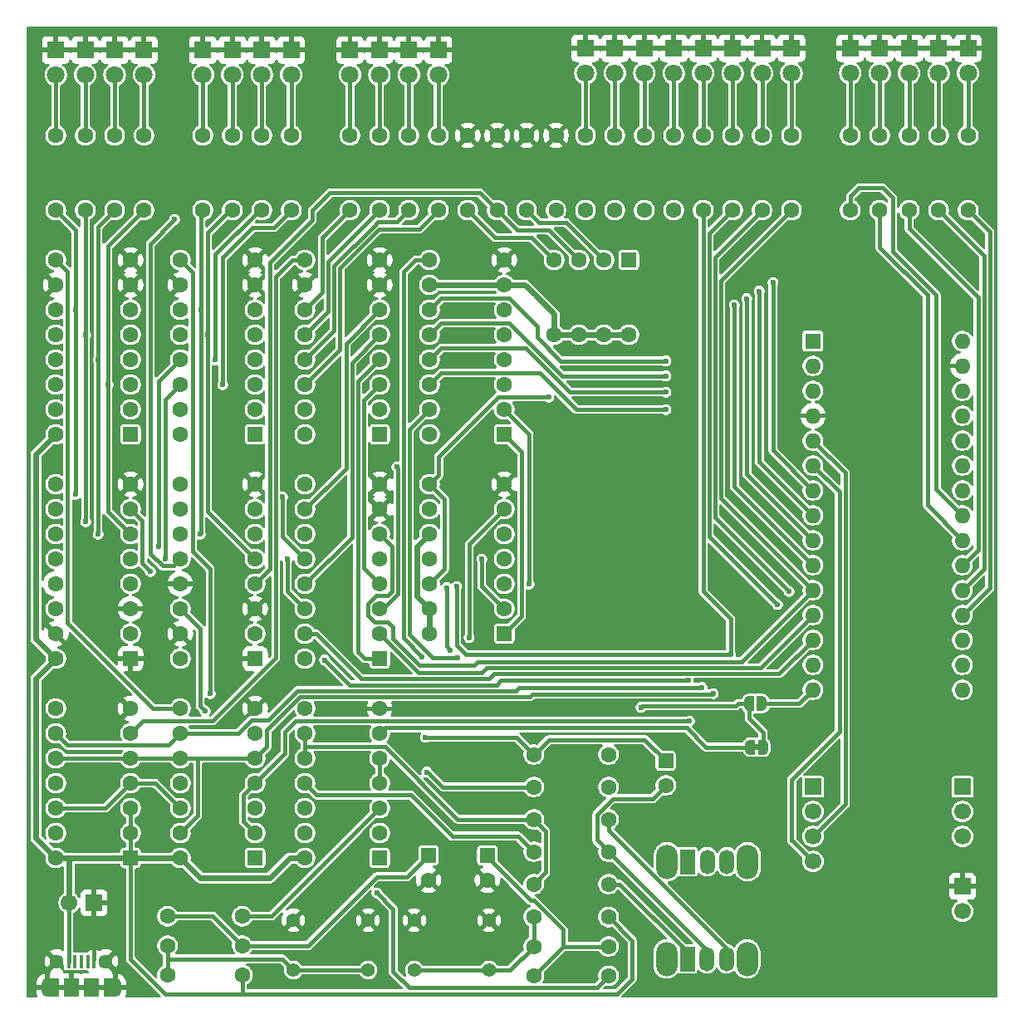
<source format=gbr>
%TF.GenerationSoftware,KiCad,Pcbnew,9.0.5*%
%TF.CreationDate,2025-11-24T22:09:00+00:00*%
%TF.ProjectId,TD4cpuNano,54443463-7075-44e6-916e-6f2e6b696361,rev?*%
%TF.SameCoordinates,Original*%
%TF.FileFunction,Copper,L1,Top*%
%TF.FilePolarity,Positive*%
%FSLAX46Y46*%
G04 Gerber Fmt 4.6, Leading zero omitted, Abs format (unit mm)*
G04 Created by KiCad (PCBNEW 9.0.5) date 2025-11-24 22:09:00*
%MOMM*%
%LPD*%
G01*
G04 APERTURE LIST*
G04 Aperture macros list*
%AMRoundRect*
0 Rectangle with rounded corners*
0 $1 Rounding radius*
0 $2 $3 $4 $5 $6 $7 $8 $9 X,Y pos of 4 corners*
0 Add a 4 corners polygon primitive as box body*
4,1,4,$2,$3,$4,$5,$6,$7,$8,$9,$2,$3,0*
0 Add four circle primitives for the rounded corners*
1,1,$1+$1,$2,$3*
1,1,$1+$1,$4,$5*
1,1,$1+$1,$6,$7*
1,1,$1+$1,$8,$9*
0 Add four rect primitives between the rounded corners*
20,1,$1+$1,$2,$3,$4,$5,0*
20,1,$1+$1,$4,$5,$6,$7,0*
20,1,$1+$1,$6,$7,$8,$9,0*
20,1,$1+$1,$8,$9,$2,$3,0*%
%AMFreePoly0*
4,1,23,0.500000,-0.750000,0.000000,-0.750000,0.000000,-0.745722,-0.065263,-0.745722,-0.191342,-0.711940,-0.304381,-0.646677,-0.396677,-0.554381,-0.461940,-0.441342,-0.495722,-0.315263,-0.495722,-0.250000,-0.500000,-0.250000,-0.500000,0.250000,-0.495722,0.250000,-0.495722,0.315263,-0.461940,0.441342,-0.396677,0.554381,-0.304381,0.646677,-0.191342,0.711940,-0.065263,0.745722,0.000000,0.745722,
0.000000,0.750000,0.500000,0.750000,0.500000,-0.750000,0.500000,-0.750000,$1*%
%AMFreePoly1*
4,1,23,0.000000,0.745722,0.065263,0.745722,0.191342,0.711940,0.304381,0.646677,0.396677,0.554381,0.461940,0.441342,0.495722,0.315263,0.495722,0.250000,0.500000,0.250000,0.500000,-0.250000,0.495722,-0.250000,0.495722,-0.315263,0.461940,-0.441342,0.396677,-0.554381,0.304381,-0.646677,0.191342,-0.711940,0.065263,-0.745722,0.000000,-0.745722,0.000000,-0.750000,-0.500000,-0.750000,
-0.500000,0.750000,0.000000,0.750000,0.000000,0.745722,0.000000,0.745722,$1*%
G04 Aperture macros list end*
%TA.AperFunction,EtchedComponent*%
%ADD10C,0.000000*%
%TD*%
%TA.AperFunction,ComponentPad*%
%ADD11O,2.200000X3.500000*%
%TD*%
%TA.AperFunction,ComponentPad*%
%ADD12R,1.500000X2.500000*%
%TD*%
%TA.AperFunction,ComponentPad*%
%ADD13O,1.500000X2.500000*%
%TD*%
%TA.AperFunction,ComponentPad*%
%ADD14R,1.800000X1.800000*%
%TD*%
%TA.AperFunction,ComponentPad*%
%ADD15C,1.800000*%
%TD*%
%TA.AperFunction,ComponentPad*%
%ADD16RoundRect,0.250000X0.550000X0.550000X-0.550000X0.550000X-0.550000X-0.550000X0.550000X-0.550000X0*%
%TD*%
%TA.AperFunction,ComponentPad*%
%ADD17C,1.600000*%
%TD*%
%TA.AperFunction,ComponentPad*%
%ADD18R,1.700000X1.700000*%
%TD*%
%TA.AperFunction,ComponentPad*%
%ADD19C,1.700000*%
%TD*%
%TA.AperFunction,ComponentPad*%
%ADD20C,1.397000*%
%TD*%
%TA.AperFunction,ComponentPad*%
%ADD21RoundRect,0.250000X-0.550000X0.550000X-0.550000X-0.550000X0.550000X-0.550000X0.550000X0.550000X0*%
%TD*%
%TA.AperFunction,ComponentPad*%
%ADD22R,1.600000X1.600000*%
%TD*%
%TA.AperFunction,ComponentPad*%
%ADD23O,1.600000X1.600000*%
%TD*%
%TA.AperFunction,SMDPad,CuDef*%
%ADD24FreePoly0,0.000000*%
%TD*%
%TA.AperFunction,SMDPad,CuDef*%
%ADD25FreePoly1,0.000000*%
%TD*%
%TA.AperFunction,SMDPad,CuDef*%
%ADD26R,0.400000X1.350000*%
%TD*%
%TA.AperFunction,HeatsinkPad*%
%ADD27O,1.200000X1.900000*%
%TD*%
%TA.AperFunction,SMDPad,CuDef*%
%ADD28R,1.200000X1.900000*%
%TD*%
%TA.AperFunction,HeatsinkPad*%
%ADD29C,1.450000*%
%TD*%
%TA.AperFunction,SMDPad,CuDef*%
%ADD30R,1.500000X1.900000*%
%TD*%
%TA.AperFunction,ViaPad*%
%ADD31C,0.600000*%
%TD*%
%TA.AperFunction,Conductor*%
%ADD32C,0.400000*%
%TD*%
%TA.AperFunction,Conductor*%
%ADD33C,0.600000*%
%TD*%
G04 APERTURE END LIST*
D10*
%TA.AperFunction,EtchedComponent*%
%TO.C,JP2*%
G36*
X125203000Y-124252000D02*
G01*
X124703000Y-124252000D01*
X124703000Y-123652000D01*
X125203000Y-123652000D01*
X125203000Y-124252000D01*
G37*
%TD.AperFunction*%
%TD*%
D11*
%TO.P,SW3,*%
%TO.N,*%
X115788000Y-145542000D03*
X123988000Y-145542000D03*
D12*
%TO.P,SW3,1,A*%
%TO.N,Net-(SW3-A)*%
X117888000Y-145542000D03*
D13*
%TO.P,SW3,2,B*%
%TO.N,Net-(SW3-B)*%
X119888000Y-145542000D03*
%TO.P,SW3,3,C*%
%TO.N,Net-(SW3-C)*%
X121888000Y-145542000D03*
%TD*%
D14*
%TO.P,D16,1,K*%
%TO.N,GND*%
X137500000Y-52705000D03*
D15*
%TO.P,D16,2,A*%
%TO.N,Net-(D16-A)*%
X137500000Y-55245000D03*
%TD*%
D16*
%TO.P,U7,1,~{R}*%
%TO.N,{slash}RESET*%
X99220000Y-112395000D03*
D17*
%TO.P,U7,2,D*%
%TO.N,Net-(U11-C4)*%
X99220000Y-109855000D03*
%TO.P,U7,3,C*%
%TO.N,CLOCK*%
X99220000Y-107315000D03*
%TO.P,U7,4,~{S}*%
%TO.N,+5V*%
X99220000Y-104775000D03*
%TO.P,U7,5,Q*%
%TO.N,unconnected-(U7A-Q-Pad5)*%
X99220000Y-102235000D03*
%TO.P,U7,6,~{Q}*%
%TO.N,/CPU/{slash}CARRY*%
X99220000Y-99695000D03*
%TO.P,U7,7,GND*%
%TO.N,GND*%
X99220000Y-97155000D03*
%TO.P,U7,8,~{Q}*%
%TO.N,A4*%
X91600000Y-97155000D03*
%TO.P,U7,9,Q*%
%TO.N,unconnected-(U7B-Q-Pad9)*%
X91600000Y-99695000D03*
%TO.P,U7,10,~{S}*%
%TO.N,+5V*%
X91600000Y-102235000D03*
%TO.P,U7,11,C*%
%TO.N,Net-(U7B-C)*%
X91600000Y-104775000D03*
%TO.P,U7,12,D*%
%TO.N,A4*%
X91600000Y-107315000D03*
%TO.P,U7,13,~{R}*%
%TO.N,+5V*%
X91600000Y-109855000D03*
%TO.P,U7,14,VCC*%
X91600000Y-112395000D03*
%TD*%
D11*
%TO.P,SW4,*%
%TO.N,*%
X115820000Y-135636000D03*
X124020000Y-135636000D03*
D12*
%TO.P,SW4,1,A*%
%TO.N,Net-(SW4-A)*%
X117920000Y-135636000D03*
D13*
%TO.P,SW4,2,B*%
%TO.N,CLOCK*%
X119920000Y-135636000D03*
%TO.P,SW4,3,C*%
%TO.N,Net-(SW4-C)*%
X121920000Y-135636000D03*
%TD*%
D16*
%TO.P,U10,1*%
%TO.N,/CPU/{slash}CARRY*%
X73820000Y-135255000D03*
D17*
%TO.P,U10,2*%
%TO.N,D4*%
X73820000Y-132715000D03*
%TO.P,U10,3*%
%TO.N,Net-(U10-Pad3)*%
X73820000Y-130175000D03*
%TO.P,U10,4*%
%TO.N,D4*%
X73820000Y-127635000D03*
%TO.P,U10,5*%
%TO.N,D7*%
X73820000Y-125095000D03*
%TO.P,U10,6*%
%TO.N,/CPU/SEL_A*%
X73820000Y-122555000D03*
%TO.P,U10,7,GND*%
%TO.N,GND*%
X73820000Y-120015000D03*
%TO.P,U10,8*%
%TO.N,/CPU/LOAD_A*%
X66200000Y-120015000D03*
%TO.P,U10,9*%
%TO.N,D6*%
X66200000Y-122555000D03*
%TO.P,U10,10*%
%TO.N,D7*%
X66200000Y-125095000D03*
%TO.P,U10,11*%
%TO.N,/CPU/LOAD_B*%
X66200000Y-127635000D03*
%TO.P,U10,12*%
%TO.N,Net-(U10-Pad12)*%
X66200000Y-130175000D03*
%TO.P,U10,13*%
%TO.N,D7*%
X66200000Y-132715000D03*
%TO.P,U10,14,VCC*%
%TO.N,+5V*%
X66200000Y-135255000D03*
%TD*%
%TO.P,R1,1*%
%TO.N,Net-(SW1-B)*%
X102235000Y-141272000D03*
%TO.P,R1,2*%
%TO.N,+5V*%
X109855000Y-141272000D03*
%TD*%
%TO.P,R4,1*%
%TO.N,Net-(SW2-B)*%
X64897000Y-144193000D03*
%TO.P,R4,2*%
%TO.N,Net-(C2-Pad1)*%
X72517000Y-144193000D03*
%TD*%
%TO.P,R27,1*%
%TO.N,D7*%
X107500000Y-69215000D03*
%TO.P,R27,2*%
%TO.N,Net-(D12-A)*%
X107500000Y-61595000D03*
%TD*%
%TO.P,R39,1*%
%TO.N,A3*%
X137500000Y-69215000D03*
%TO.P,R39,2*%
%TO.N,Net-(D16-A)*%
X137500000Y-61595000D03*
%TD*%
D14*
%TO.P,D17,1,K*%
%TO.N,GND*%
X134500000Y-52705000D03*
D15*
%TO.P,D17,2,A*%
%TO.N,Net-(D17-A)*%
X134500000Y-55245000D03*
%TD*%
D14*
%TO.P,D4,1,K*%
%TO.N,GND*%
X83500000Y-52880000D03*
D15*
%TO.P,D4,2,A*%
%TO.N,Net-(D4-A)*%
X83500000Y-55420000D03*
%TD*%
D16*
%TO.P,U2,1,~{MR}*%
%TO.N,{slash}RESET*%
X86520000Y-92075000D03*
D17*
%TO.P,U2,2,CP*%
%TO.N,CLOCK*%
X86520000Y-89535000D03*
%TO.P,U2,3,D0*%
%TO.N,/CPU/BUS_b0*%
X86520000Y-86995000D03*
%TO.P,U2,4,D1*%
%TO.N,/CPU/BUS_b1*%
X86520000Y-84455000D03*
%TO.P,U2,5,D2*%
%TO.N,/CPU/BUS_b2*%
X86520000Y-81915000D03*
%TO.P,U2,6,D3*%
%TO.N,/CPU/BUS_b3*%
X86520000Y-79375000D03*
%TO.P,U2,7,CEP*%
%TO.N,GND*%
X86520000Y-76835000D03*
%TO.P,U2,8,GND*%
X86520000Y-74295000D03*
%TO.P,U2,9,~{PE}*%
%TO.N,/CPU/LOAD_OP*%
X78900000Y-74295000D03*
%TO.P,U2,10,CET*%
%TO.N,GND*%
X78900000Y-76835000D03*
%TO.P,U2,11,Q3*%
%TO.N,OUT3*%
X78900000Y-79375000D03*
%TO.P,U2,12,Q2*%
%TO.N,OUT2*%
X78900000Y-81915000D03*
%TO.P,U2,13,Q1*%
%TO.N,OUT1*%
X78900000Y-84455000D03*
%TO.P,U2,14,Q0*%
%TO.N,OUT0*%
X78900000Y-86995000D03*
%TO.P,U2,15,TC*%
%TO.N,unconnected-(U2-TC-Pad15)*%
X78900000Y-89535000D03*
%TO.P,U2,16,VCC*%
%TO.N,+5V*%
X78900000Y-92075000D03*
%TD*%
D14*
%TO.P,D13,1,K*%
%TO.N,GND*%
X146500000Y-52705000D03*
D15*
%TO.P,D13,2,A*%
%TO.N,Net-(D13-A)*%
X146500000Y-55245000D03*
%TD*%
D14*
%TO.P,D15,1,K*%
%TO.N,GND*%
X140500000Y-52705000D03*
D15*
%TO.P,D15,2,A*%
%TO.N,Net-(D15-A)*%
X140500000Y-55245000D03*
%TD*%
D14*
%TO.P,D133,1,K*%
%TO.N,GND*%
X53500000Y-52880000D03*
D15*
%TO.P,D133,2,A*%
%TO.N,Net-(D133-A)*%
X53500000Y-55420000D03*
%TD*%
D18*
%TO.P,J4,1,Pin_1*%
%TO.N,Net-(A1-A5)*%
X145933000Y-128000000D03*
D19*
%TO.P,J4,2,Pin_2*%
%TO.N,Net-(A1-A6)*%
X145933000Y-130540000D03*
%TO.P,J4,3,Pin_3*%
%TO.N,Net-(A1-A7)*%
X145933000Y-133080000D03*
%TD*%
D17*
%TO.P,R19,1*%
%TO.N,IN0*%
X104500000Y-69215000D03*
%TO.P,R19,2*%
%TO.N,GND*%
X104500000Y-61595000D03*
%TD*%
D14*
%TO.P,D2,1,K*%
%TO.N,GND*%
X89500000Y-52880000D03*
D15*
%TO.P,D2,2,A*%
%TO.N,Net-(D2-A)*%
X89500000Y-55420000D03*
%TD*%
D17*
%TO.P,R35,1*%
%TO.N,BREG_B0*%
X77500000Y-69215000D03*
%TO.P,R35,2*%
%TO.N,Net-(D140-A)*%
X77500000Y-61595000D03*
%TD*%
%TO.P,R14,1*%
%TO.N,OUT1*%
X89500000Y-69215000D03*
%TO.P,R14,2*%
%TO.N,Net-(D2-A)*%
X89500000Y-61595000D03*
%TD*%
D16*
%TO.P,U8,1,Ea*%
%TO.N,GND*%
X61120000Y-114935000D03*
D17*
%TO.P,U8,2,S1*%
%TO.N,D5*%
X61120000Y-112395000D03*
%TO.P,U8,3,I3a*%
%TO.N,GND*%
X61120000Y-109855000D03*
%TO.P,U8,4,I2a*%
%TO.N,IN0*%
X61120000Y-107315000D03*
%TO.P,U8,5,I1a*%
%TO.N,BREG_B0*%
X61120000Y-104775000D03*
%TO.P,U8,6,I0a*%
%TO.N,AREG_B0*%
X61120000Y-102235000D03*
%TO.P,U8,7,Za*%
%TO.N,/CPU/ADD_b0*%
X61120000Y-99695000D03*
%TO.P,U8,8,GND*%
%TO.N,GND*%
X61120000Y-97155000D03*
%TO.P,U8,9,Zb*%
%TO.N,/CPU/ADD_b1*%
X53500000Y-97155000D03*
%TO.P,U8,10,I0b*%
%TO.N,AREG_B1*%
X53500000Y-99695000D03*
%TO.P,U8,11,I1b*%
%TO.N,BREG_B1*%
X53500000Y-102235000D03*
%TO.P,U8,12,I2b*%
%TO.N,IN1*%
X53500000Y-104775000D03*
%TO.P,U8,13,I3b*%
%TO.N,GND*%
X53500000Y-107315000D03*
%TO.P,U8,14,S0*%
%TO.N,/CPU/SEL_A*%
X53500000Y-109855000D03*
%TO.P,U8,15,Eb*%
%TO.N,GND*%
X53500000Y-112395000D03*
%TO.P,U8,16,VCC*%
%TO.N,+5V*%
X53500000Y-114935000D03*
%TD*%
D20*
%TO.P,SW2,1,A*%
%TO.N,GND*%
X77724000Y-141605000D03*
X85344000Y-141605000D03*
%TO.P,SW2,2,B*%
%TO.N,Net-(SW2-B)*%
X77724000Y-146685000D03*
X85344000Y-146685000D03*
%TD*%
D16*
%TO.P,U3,1*%
%TO.N,/CPU/RCO*%
X86520000Y-135255000D03*
D17*
%TO.P,U3,2*%
%TO.N,Net-(U7B-C)*%
X86520000Y-132715000D03*
%TO.P,U3,3*%
%TO.N,Net-(R7-Pad2)*%
X86520000Y-130175000D03*
%TO.P,U3,4*%
%TO.N,Net-(U3-Pad4)*%
X86520000Y-127635000D03*
%TO.P,U3,5*%
X86520000Y-125095000D03*
%TO.P,U3,6*%
%TO.N,Net-(JP2-A)*%
X86520000Y-122555000D03*
%TO.P,U3,7,GND*%
%TO.N,GND*%
X86520000Y-120015000D03*
%TO.P,U3,8*%
%TO.N,Net-(C3-Pad1)*%
X78900000Y-120015000D03*
%TO.P,U3,9*%
%TO.N,Net-(R8-Pad2)*%
X78900000Y-122555000D03*
%TO.P,U3,10*%
X78900000Y-125095000D03*
%TO.P,U3,11*%
%TO.N,Net-(R6-Pad2)*%
X78900000Y-127635000D03*
%TO.P,U3,12*%
%TO.N,Net-(R10-Pad1)*%
X78900000Y-130175000D03*
%TO.P,U3,13*%
%TO.N,Net-(R5-Pad2)*%
X78900000Y-132715000D03*
%TO.P,U3,14,VCC*%
%TO.N,+5V*%
X78900000Y-135255000D03*
%TD*%
D16*
%TO.P,U5,1,~{MR}*%
%TO.N,{slash}RESET*%
X99220000Y-92075000D03*
D17*
%TO.P,U5,2,CP*%
%TO.N,CLOCK*%
X99220000Y-89535000D03*
%TO.P,U5,3,D0*%
%TO.N,/CPU/BUS_b0*%
X99220000Y-86995000D03*
%TO.P,U5,4,D1*%
%TO.N,/CPU/BUS_b1*%
X99220000Y-84455000D03*
%TO.P,U5,5,D2*%
%TO.N,/CPU/BUS_b2*%
X99220000Y-81915000D03*
%TO.P,U5,6,D3*%
%TO.N,/CPU/BUS_b3*%
X99220000Y-79375000D03*
%TO.P,U5,7,CEP*%
%TO.N,+5V*%
X99220000Y-76835000D03*
%TO.P,U5,8,GND*%
%TO.N,GND*%
X99220000Y-74295000D03*
%TO.P,U5,9,~{PE}*%
%TO.N,/CPU/LOAD_PC*%
X91600000Y-74295000D03*
%TO.P,U5,10,CET*%
%TO.N,+5V*%
X91600000Y-76835000D03*
%TO.P,U5,11,Q3*%
%TO.N,A3*%
X91600000Y-79375000D03*
%TO.P,U5,12,Q2*%
%TO.N,A2*%
X91600000Y-81915000D03*
%TO.P,U5,13,Q1*%
%TO.N,A1*%
X91600000Y-84455000D03*
%TO.P,U5,14,Q0*%
%TO.N,A0*%
X91600000Y-86995000D03*
%TO.P,U5,15,TC*%
%TO.N,/CPU/RCO*%
X91600000Y-89535000D03*
%TO.P,U5,16,VCC*%
%TO.N,+5V*%
X91600000Y-92075000D03*
%TD*%
%TO.P,R24,1*%
%TO.N,D4*%
X116500000Y-69215000D03*
%TO.P,R24,2*%
%TO.N,Net-(D9-A)*%
X116500000Y-61595000D03*
%TD*%
%TO.P,R33,1*%
%TO.N,BREG_B2*%
X71500000Y-69215000D03*
%TO.P,R33,2*%
%TO.N,Net-(D138-A)*%
X71500000Y-61595000D03*
%TD*%
%TO.P,R38,1*%
%TO.N,A2*%
X140500000Y-69215000D03*
%TO.P,R38,2*%
%TO.N,Net-(D15-A)*%
X140500000Y-61595000D03*
%TD*%
D14*
%TO.P,D136,1,K*%
%TO.N,GND*%
X62500000Y-52880000D03*
D15*
%TO.P,D136,2,A*%
%TO.N,Net-(D136-A)*%
X62500000Y-55420000D03*
%TD*%
D17*
%TO.P,R8,1*%
%TO.N,Net-(SW3-C)*%
X109855000Y-131318000D03*
%TO.P,R8,2*%
%TO.N,Net-(R8-Pad2)*%
X102235000Y-131318000D03*
%TD*%
%TO.P,R40,1*%
%TO.N,A4*%
X134500000Y-69215000D03*
%TO.P,R40,2*%
%TO.N,Net-(D17-A)*%
X134500000Y-61595000D03*
%TD*%
%TO.P,R17,1*%
%TO.N,IN2*%
X98500000Y-69215000D03*
%TO.P,R17,2*%
%TO.N,GND*%
X98500000Y-61595000D03*
%TD*%
%TO.P,R12,1*%
%TO.N,OUT3*%
X83500000Y-69215000D03*
%TO.P,R12,2*%
%TO.N,Net-(D4-A)*%
X83500000Y-61595000D03*
%TD*%
D21*
%TO.P,C2,1*%
%TO.N,Net-(C2-Pad1)*%
X91500000Y-135000000D03*
D17*
%TO.P,C2,2*%
%TO.N,GND*%
X91500000Y-137500000D03*
%TD*%
D18*
%TO.P,J2,1,Pin_1*%
%TO.N,GND*%
X57409000Y-139827000D03*
D19*
%TO.P,J2,2,Pin_2*%
%TO.N,+5V*%
X54869000Y-139827000D03*
%TD*%
D14*
%TO.P,D138,1,K*%
%TO.N,GND*%
X71500000Y-52880000D03*
D15*
%TO.P,D138,2,A*%
%TO.N,Net-(D138-A)*%
X71500000Y-55420000D03*
%TD*%
D16*
%TO.P,U4,1,~{MR}*%
%TO.N,{slash}RESET*%
X73820000Y-92075000D03*
D17*
%TO.P,U4,2,CP*%
%TO.N,CLOCK*%
X73820000Y-89535000D03*
%TO.P,U4,3,D0*%
%TO.N,/CPU/BUS_b0*%
X73820000Y-86995000D03*
%TO.P,U4,4,D1*%
%TO.N,/CPU/BUS_b1*%
X73820000Y-84455000D03*
%TO.P,U4,5,D2*%
%TO.N,/CPU/BUS_b2*%
X73820000Y-81915000D03*
%TO.P,U4,6,D3*%
%TO.N,/CPU/BUS_b3*%
X73820000Y-79375000D03*
%TO.P,U4,7,CEP*%
%TO.N,GND*%
X73820000Y-76835000D03*
%TO.P,U4,8,GND*%
X73820000Y-74295000D03*
%TO.P,U4,9,~{PE}*%
%TO.N,/CPU/LOAD_B*%
X66200000Y-74295000D03*
%TO.P,U4,10,CET*%
%TO.N,GND*%
X66200000Y-76835000D03*
%TO.P,U4,11,Q3*%
%TO.N,BREG_B3*%
X66200000Y-79375000D03*
%TO.P,U4,12,Q2*%
%TO.N,BREG_B2*%
X66200000Y-81915000D03*
%TO.P,U4,13,Q1*%
%TO.N,BREG_B1*%
X66200000Y-84455000D03*
%TO.P,U4,14,Q0*%
%TO.N,BREG_B0*%
X66200000Y-86995000D03*
%TO.P,U4,15,TC*%
%TO.N,unconnected-(U4-TC-Pad15)*%
X66200000Y-89535000D03*
%TO.P,U4,16,VCC*%
%TO.N,+5V*%
X66200000Y-92075000D03*
%TD*%
%TO.P,R15,1*%
%TO.N,OUT0*%
X92500000Y-69215000D03*
%TO.P,R15,2*%
%TO.N,Net-(D1-A)*%
X92500000Y-61595000D03*
%TD*%
D14*
%TO.P,D3,1,K*%
%TO.N,GND*%
X86500000Y-52880000D03*
D15*
%TO.P,D3,2,A*%
%TO.N,Net-(D3-A)*%
X86500000Y-55420000D03*
%TD*%
D14*
%TO.P,D137,1,K*%
%TO.N,GND*%
X68500000Y-52880000D03*
D15*
%TO.P,D137,2,A*%
%TO.N,Net-(D137-A)*%
X68500000Y-55420000D03*
%TD*%
D14*
%TO.P,D140,1,K*%
%TO.N,GND*%
X77500000Y-52880000D03*
D15*
%TO.P,D140,2,A*%
%TO.N,Net-(D140-A)*%
X77500000Y-55420000D03*
%TD*%
D22*
%TO.P,A1,1,D1/TX*%
%TO.N,Net-(A1-D1{slash}TX)*%
X130693000Y-82550000D03*
D23*
%TO.P,A1,2,D0/RX*%
%TO.N,Net-(A1-D0{slash}RX)*%
X130693000Y-85090000D03*
%TO.P,A1,3,~{RESET}*%
%TO.N,unconnected-(A1-~{RESET}-Pad3)*%
X130693000Y-87630000D03*
%TO.P,A1,4,GND*%
%TO.N,GND*%
X130693000Y-90170000D03*
%TO.P,A1,5,D2*%
%TO.N,Net-(A1-D2)*%
X130693000Y-92710000D03*
%TO.P,A1,6,D3*%
%TO.N,Net-(A1-D3)*%
X130693000Y-95250000D03*
%TO.P,A1,7,D4*%
%TO.N,D4*%
X130693000Y-97790000D03*
%TO.P,A1,8,D5*%
%TO.N,D5*%
X130693000Y-100330000D03*
%TO.P,A1,9,D6*%
%TO.N,D6*%
X130693000Y-102870000D03*
%TO.P,A1,10,D7*%
%TO.N,D7*%
X130693000Y-105410000D03*
%TO.P,A1,11,D8*%
%TO.N,D0*%
X130693000Y-107950000D03*
%TO.P,A1,12,D9*%
%TO.N,D1*%
X130693000Y-110490000D03*
%TO.P,A1,13,D10*%
%TO.N,D2*%
X130693000Y-113030000D03*
%TO.P,A1,14,D11*%
%TO.N,D3*%
X130693000Y-115570000D03*
%TO.P,A1,15,D12*%
%TO.N,Net-(A1-D12)*%
X130693000Y-118110000D03*
%TO.P,A1,16,D13*%
%TO.N,unconnected-(A1-D13-Pad16)*%
X145933000Y-118110000D03*
%TO.P,A1,17,3V3*%
%TO.N,unconnected-(A1-3V3-Pad17)*%
X145933000Y-115570000D03*
%TO.P,A1,18,AREF*%
%TO.N,unconnected-(A1-AREF-Pad18)*%
X145933000Y-113030000D03*
%TO.P,A1,19,A0*%
%TO.N,A0*%
X145933000Y-110490000D03*
%TO.P,A1,20,A1*%
%TO.N,A1*%
X145933000Y-107950000D03*
%TO.P,A1,21,A2*%
%TO.N,A2*%
X145933000Y-105410000D03*
%TO.P,A1,22,A3*%
%TO.N,A3*%
X145933000Y-102870000D03*
%TO.P,A1,23,A4*%
%TO.N,A4*%
X145933000Y-100330000D03*
%TO.P,A1,24,A5*%
%TO.N,Net-(A1-A5)*%
X145933000Y-97790000D03*
%TO.P,A1,25,A6*%
%TO.N,Net-(A1-A6)*%
X145933000Y-95250000D03*
%TO.P,A1,26,A7*%
%TO.N,Net-(A1-A7)*%
X145933000Y-92710000D03*
%TO.P,A1,27,+5V*%
%TO.N,+5V*%
X145933000Y-90170000D03*
%TO.P,A1,28,~{RESET}*%
%TO.N,unconnected-(A1-~{RESET}-Pad28)*%
X145933000Y-87630000D03*
%TO.P,A1,29,GND*%
%TO.N,GND*%
X145933000Y-85090000D03*
%TO.P,A1,30,VIN*%
%TO.N,unconnected-(A1-VIN-Pad30)*%
X145933000Y-82550000D03*
%TD*%
D16*
%TO.P,U11,1,S2*%
%TO.N,/CPU/BUS_b1*%
X86520000Y-114935000D03*
D17*
%TO.P,U11,2,B2*%
%TO.N,D1*%
X86520000Y-112395000D03*
%TO.P,U11,3,A2*%
%TO.N,/CPU/ADD_b1*%
X86520000Y-109855000D03*
%TO.P,U11,4,S1*%
%TO.N,/CPU/BUS_b0*%
X86520000Y-107315000D03*
%TO.P,U11,5,A1*%
%TO.N,/CPU/ADD_b0*%
X86520000Y-104775000D03*
%TO.P,U11,6,B1*%
%TO.N,D0*%
X86520000Y-102235000D03*
%TO.P,U11,7,C0*%
%TO.N,GND*%
X86520000Y-99695000D03*
%TO.P,U11,8,GND*%
X86520000Y-97155000D03*
%TO.P,U11,9,C4*%
%TO.N,Net-(U11-C4)*%
X78900000Y-97155000D03*
%TO.P,U11,10,S4*%
%TO.N,/CPU/BUS_b3*%
X78900000Y-99695000D03*
%TO.P,U11,11,B4*%
%TO.N,D3*%
X78900000Y-102235000D03*
%TO.P,U11,12,A4*%
%TO.N,/CPU/ADD_b3*%
X78900000Y-104775000D03*
%TO.P,U11,13,S3*%
%TO.N,/CPU/BUS_b2*%
X78900000Y-107315000D03*
%TO.P,U11,14,A3*%
%TO.N,/CPU/ADD_b2*%
X78900000Y-109855000D03*
%TO.P,U11,15,B3*%
%TO.N,D2*%
X78900000Y-112395000D03*
%TO.P,U11,16,VCC*%
%TO.N,+5V*%
X78900000Y-114935000D03*
%TD*%
%TO.P,R22,1*%
%TO.N,D2*%
X122500000Y-69215000D03*
%TO.P,R22,2*%
%TO.N,Net-(D7-A)*%
X122500000Y-61595000D03*
%TD*%
D14*
%TO.P,D12,1,K*%
%TO.N,GND*%
X107500000Y-52705000D03*
D15*
%TO.P,D12,2,A*%
%TO.N,Net-(D12-A)*%
X107500000Y-55245000D03*
%TD*%
D14*
%TO.P,D14,1,K*%
%TO.N,GND*%
X143500000Y-52705000D03*
D15*
%TO.P,D14,2,A*%
%TO.N,Net-(D14-A)*%
X143500000Y-55245000D03*
%TD*%
D17*
%TO.P,R6,1*%
%TO.N,Net-(SW3-B)*%
X109855000Y-134620000D03*
%TO.P,R6,2*%
%TO.N,Net-(R6-Pad2)*%
X102235000Y-134620000D03*
%TD*%
D18*
%TO.P,J3,1,Pin_1*%
%TO.N,Net-(A1-D0{slash}RX)*%
X130693000Y-128000000D03*
D19*
%TO.P,J3,2,Pin_2*%
%TO.N,Net-(A1-D1{slash}TX)*%
X130693000Y-130540000D03*
%TO.P,J3,3,Pin_3*%
%TO.N,Net-(A1-D2)*%
X130693000Y-133080000D03*
%TO.P,J3,4,Pin_4*%
%TO.N,Net-(A1-D3)*%
X130693000Y-135620000D03*
%TD*%
D24*
%TO.P,JP1,1,A*%
%TO.N,{slash}RESET*%
X124191000Y-119507000D03*
D25*
%TO.P,JP1,2,B*%
%TO.N,Net-(A1-D12)*%
X125491000Y-119507000D03*
%TD*%
D14*
%TO.P,D11,1,K*%
%TO.N,GND*%
X110500000Y-52705000D03*
D15*
%TO.P,D11,2,A*%
%TO.N,Net-(D11-A)*%
X110500000Y-55245000D03*
%TD*%
D21*
%TO.P,C3,1*%
%TO.N,Net-(C3-Pad1)*%
X115697000Y-125349000D03*
D17*
%TO.P,C3,2*%
%TO.N,Net-(SW3-B)*%
X115697000Y-127849000D03*
%TD*%
%TO.P,R3,1*%
%TO.N,Net-(SW1-B)*%
X102235000Y-144272000D03*
%TO.P,R3,2*%
%TO.N,Net-(C1-Pad1)*%
X109855000Y-144272000D03*
%TD*%
%TO.P,R37,1*%
%TO.N,A1*%
X143500000Y-69215000D03*
%TO.P,R37,2*%
%TO.N,Net-(D14-A)*%
X143500000Y-61595000D03*
%TD*%
%TO.P,R5,1*%
%TO.N,Net-(C1-Pad1)*%
X102235000Y-147272000D03*
%TO.P,R5,2*%
%TO.N,Net-(R5-Pad2)*%
X109855000Y-147272000D03*
%TD*%
%TO.P,R16,1*%
%TO.N,IN3*%
X95500000Y-69215000D03*
%TO.P,R16,2*%
%TO.N,GND*%
X95500000Y-61595000D03*
%TD*%
%TO.P,R25,1*%
%TO.N,D5*%
X113500000Y-69215000D03*
%TO.P,R25,2*%
%TO.N,Net-(D10-A)*%
X113500000Y-61595000D03*
%TD*%
D14*
%TO.P,D1,1,K*%
%TO.N,GND*%
X92500000Y-52880000D03*
D15*
%TO.P,D1,2,A*%
%TO.N,Net-(D1-A)*%
X92500000Y-55420000D03*
%TD*%
D17*
%TO.P,R36,1*%
%TO.N,A0*%
X146500000Y-69215000D03*
%TO.P,R36,2*%
%TO.N,Net-(D13-A)*%
X146500000Y-61595000D03*
%TD*%
D21*
%TO.P,C1,1*%
%TO.N,Net-(C1-Pad1)*%
X97500000Y-135000000D03*
D17*
%TO.P,C1,2*%
%TO.N,GND*%
X97500000Y-137500000D03*
%TD*%
%TO.P,R28,1*%
%TO.N,AREG_B3*%
X53500000Y-69215000D03*
%TO.P,R28,2*%
%TO.N,Net-(D133-A)*%
X53500000Y-61595000D03*
%TD*%
%TO.P,R11,1*%
%TO.N,Net-(C3-Pad1)*%
X102235000Y-124714000D03*
%TO.P,R11,2*%
%TO.N,Net-(SW4-C)*%
X109855000Y-124714000D03*
%TD*%
%TO.P,R9,1*%
%TO.N,Net-(SW3-A)*%
X109855000Y-137922000D03*
%TO.P,R9,2*%
%TO.N,Net-(R8-Pad2)*%
X102235000Y-137922000D03*
%TD*%
%TO.P,R30,1*%
%TO.N,AREG_B1*%
X59500000Y-69215000D03*
%TO.P,R30,2*%
%TO.N,Net-(D135-A)*%
X59500000Y-61595000D03*
%TD*%
D24*
%TO.P,JP2,1,A*%
%TO.N,Net-(JP2-A)*%
X124303000Y-123952000D03*
D25*
%TO.P,JP2,2,B*%
%TO.N,{slash}RESET*%
X125603000Y-123952000D03*
%TD*%
D17*
%TO.P,R10,1*%
%TO.N,Net-(R10-Pad1)*%
X102235000Y-128016000D03*
%TO.P,R10,2*%
%TO.N,Net-(SW4-A)*%
X109855000Y-128016000D03*
%TD*%
D14*
%TO.P,D7,1,K*%
%TO.N,GND*%
X122500000Y-52705000D03*
D15*
%TO.P,D7,2,A*%
%TO.N,Net-(D7-A)*%
X122500000Y-55245000D03*
%TD*%
D17*
%TO.P,R2,1*%
%TO.N,Net-(SW2-B)*%
X64897000Y-147193000D03*
%TO.P,R2,2*%
%TO.N,+5V*%
X72517000Y-147193000D03*
%TD*%
%TO.P,R34,1*%
%TO.N,BREG_B1*%
X74500000Y-69215000D03*
%TO.P,R34,2*%
%TO.N,Net-(D139-A)*%
X74500000Y-61595000D03*
%TD*%
D16*
%TO.P,U9,1,Ea*%
%TO.N,GND*%
X73820000Y-114935000D03*
D17*
%TO.P,U9,2,S1*%
%TO.N,D5*%
X73820000Y-112395000D03*
%TO.P,U9,3,I3a*%
%TO.N,GND*%
X73820000Y-109855000D03*
%TO.P,U9,4,I2a*%
%TO.N,IN2*%
X73820000Y-107315000D03*
%TO.P,U9,5,I1a*%
%TO.N,BREG_B2*%
X73820000Y-104775000D03*
%TO.P,U9,6,I0a*%
%TO.N,AREG_B2*%
X73820000Y-102235000D03*
%TO.P,U9,7,Za*%
%TO.N,/CPU/ADD_b2*%
X73820000Y-99695000D03*
%TO.P,U9,8,GND*%
%TO.N,GND*%
X73820000Y-97155000D03*
%TO.P,U9,9,Zb*%
%TO.N,/CPU/ADD_b3*%
X66200000Y-97155000D03*
%TO.P,U9,10,I0b*%
%TO.N,AREG_B3*%
X66200000Y-99695000D03*
%TO.P,U9,11,I1b*%
%TO.N,BREG_B3*%
X66200000Y-102235000D03*
%TO.P,U9,12,I2b*%
%TO.N,IN3*%
X66200000Y-104775000D03*
%TO.P,U9,13,I3b*%
%TO.N,GND*%
X66200000Y-107315000D03*
%TO.P,U9,14,S0*%
%TO.N,/CPU/SEL_A*%
X66200000Y-109855000D03*
%TO.P,U9,15,Eb*%
%TO.N,GND*%
X66200000Y-112395000D03*
%TO.P,U9,16,VCC*%
%TO.N,+5V*%
X66200000Y-114935000D03*
%TD*%
D16*
%TO.P,U1,1,~{MR}*%
%TO.N,{slash}RESET*%
X61120000Y-92075000D03*
D17*
%TO.P,U1,2,CP*%
%TO.N,CLOCK*%
X61120000Y-89535000D03*
%TO.P,U1,3,D0*%
%TO.N,/CPU/BUS_b0*%
X61120000Y-86995000D03*
%TO.P,U1,4,D1*%
%TO.N,/CPU/BUS_b1*%
X61120000Y-84455000D03*
%TO.P,U1,5,D2*%
%TO.N,/CPU/BUS_b2*%
X61120000Y-81915000D03*
%TO.P,U1,6,D3*%
%TO.N,/CPU/BUS_b3*%
X61120000Y-79375000D03*
%TO.P,U1,7,CEP*%
%TO.N,GND*%
X61120000Y-76835000D03*
%TO.P,U1,8,GND*%
X61120000Y-74295000D03*
%TO.P,U1,9,~{PE}*%
%TO.N,/CPU/LOAD_A*%
X53500000Y-74295000D03*
%TO.P,U1,10,CET*%
%TO.N,GND*%
X53500000Y-76835000D03*
%TO.P,U1,11,Q3*%
%TO.N,AREG_B3*%
X53500000Y-79375000D03*
%TO.P,U1,12,Q2*%
%TO.N,AREG_B2*%
X53500000Y-81915000D03*
%TO.P,U1,13,Q1*%
%TO.N,AREG_B1*%
X53500000Y-84455000D03*
%TO.P,U1,14,Q0*%
%TO.N,AREG_B0*%
X53500000Y-86995000D03*
%TO.P,U1,15,TC*%
%TO.N,unconnected-(U1-TC-Pad15)*%
X53500000Y-89535000D03*
%TO.P,U1,16,VCC*%
%TO.N,+5V*%
X53500000Y-92075000D03*
%TD*%
D14*
%TO.P,D5,1,K*%
%TO.N,GND*%
X128500000Y-52705000D03*
D15*
%TO.P,D5,2,A*%
%TO.N,Net-(D5-A)*%
X128500000Y-55245000D03*
%TD*%
D16*
%TO.P,U6,1*%
%TO.N,+5V*%
X61120000Y-135255000D03*
D17*
%TO.P,U6,2*%
X61120000Y-132715000D03*
%TO.P,U6,3*%
X61120000Y-130175000D03*
%TO.P,U6,4*%
%TO.N,Net-(U10-Pad12)*%
X61120000Y-127635000D03*
%TO.P,U6,5*%
%TO.N,D7*%
X61120000Y-125095000D03*
%TO.P,U6,6*%
%TO.N,/CPU/LOAD_OP*%
X61120000Y-122555000D03*
%TO.P,U6,7,GND*%
%TO.N,GND*%
X61120000Y-120015000D03*
%TO.P,U6,8*%
%TO.N,/CPU/LOAD_PC*%
X53500000Y-120015000D03*
%TO.P,U6,9*%
%TO.N,D6*%
X53500000Y-122555000D03*
%TO.P,U6,10*%
%TO.N,D7*%
X53500000Y-125095000D03*
%TO.P,U6,11*%
%TO.N,Net-(U10-Pad3)*%
X53500000Y-127635000D03*
%TO.P,U6,12*%
%TO.N,Net-(U10-Pad12)*%
X53500000Y-130175000D03*
%TO.P,U6,13*%
%TO.N,D6*%
X53500000Y-132715000D03*
%TO.P,U6,14,VCC*%
%TO.N,+5V*%
X53500000Y-135255000D03*
%TD*%
D20*
%TO.P,SW1,1,A*%
%TO.N,GND*%
X90043000Y-141605000D03*
X97663000Y-141605000D03*
%TO.P,SW1,2,B*%
%TO.N,Net-(SW1-B)*%
X90043000Y-146685000D03*
X97663000Y-146685000D03*
%TD*%
D21*
%TO.P,SW5,1*%
%TO.N,IN0*%
X111920000Y-74295000D03*
D17*
%TO.P,SW5,2*%
%TO.N,IN1*%
X109380000Y-74295000D03*
%TO.P,SW5,3*%
%TO.N,IN2*%
X106840000Y-74295000D03*
%TO.P,SW5,4*%
%TO.N,IN3*%
X104300000Y-74295000D03*
%TO.P,SW5,5*%
%TO.N,+5V*%
X104300000Y-81915000D03*
%TO.P,SW5,6*%
X106840000Y-81915000D03*
%TO.P,SW5,7*%
X109380000Y-81915000D03*
%TO.P,SW5,8*%
X111920000Y-81915000D03*
%TD*%
%TO.P,R32,1*%
%TO.N,BREG_B3*%
X68500000Y-69215000D03*
%TO.P,R32,2*%
%TO.N,Net-(D137-A)*%
X68500000Y-61595000D03*
%TD*%
%TO.P,R13,1*%
%TO.N,OUT2*%
X86500000Y-69215000D03*
%TO.P,R13,2*%
%TO.N,Net-(D3-A)*%
X86500000Y-61595000D03*
%TD*%
%TO.P,R21,1*%
%TO.N,D1*%
X125500000Y-69215000D03*
%TO.P,R21,2*%
%TO.N,Net-(D6-A)*%
X125500000Y-61595000D03*
%TD*%
D14*
%TO.P,D10,1,K*%
%TO.N,GND*%
X113500000Y-52705000D03*
D15*
%TO.P,D10,2,A*%
%TO.N,Net-(D10-A)*%
X113500000Y-55245000D03*
%TD*%
D14*
%TO.P,D134,1,K*%
%TO.N,GND*%
X56500000Y-52880000D03*
D15*
%TO.P,D134,2,A*%
%TO.N,Net-(D134-A)*%
X56500000Y-55420000D03*
%TD*%
D17*
%TO.P,R20,1*%
%TO.N,D0*%
X128500000Y-69215000D03*
%TO.P,R20,2*%
%TO.N,Net-(D5-A)*%
X128500000Y-61595000D03*
%TD*%
%TO.P,R18,1*%
%TO.N,IN1*%
X101500000Y-69215000D03*
%TO.P,R18,2*%
%TO.N,GND*%
X101500000Y-61595000D03*
%TD*%
D14*
%TO.P,D139,1,K*%
%TO.N,GND*%
X74500000Y-52880000D03*
D15*
%TO.P,D139,2,A*%
%TO.N,Net-(D139-A)*%
X74500000Y-55420000D03*
%TD*%
D14*
%TO.P,D9,1,K*%
%TO.N,GND*%
X116500000Y-52705000D03*
D15*
%TO.P,D9,2,A*%
%TO.N,Net-(D9-A)*%
X116500000Y-55245000D03*
%TD*%
D17*
%TO.P,R7,1*%
%TO.N,Net-(C2-Pad1)*%
X64897000Y-141193000D03*
%TO.P,R7,2*%
%TO.N,Net-(R7-Pad2)*%
X72517000Y-141193000D03*
%TD*%
%TO.P,R23,1*%
%TO.N,D3*%
X119500000Y-69215000D03*
%TO.P,R23,2*%
%TO.N,Net-(D8-A)*%
X119500000Y-61595000D03*
%TD*%
D14*
%TO.P,D6,1,K*%
%TO.N,GND*%
X125500000Y-52705000D03*
D15*
%TO.P,D6,2,A*%
%TO.N,Net-(D6-A)*%
X125500000Y-55245000D03*
%TD*%
D14*
%TO.P,D8,1,K*%
%TO.N,GND*%
X119500000Y-52705000D03*
D15*
%TO.P,D8,2,A*%
%TO.N,Net-(D8-A)*%
X119500000Y-55245000D03*
%TD*%
D17*
%TO.P,R26,1*%
%TO.N,D6*%
X110500000Y-69215000D03*
%TO.P,R26,2*%
%TO.N,Net-(D11-A)*%
X110500000Y-61595000D03*
%TD*%
D18*
%TO.P,J5,1,Pin_1*%
%TO.N,GND*%
X145933000Y-138160000D03*
D19*
%TO.P,J5,2,Pin_2*%
%TO.N,+5V*%
X145933000Y-140700000D03*
%TD*%
D26*
%TO.P,J1,1,VBUS*%
%TO.N,+5V*%
X54804000Y-145796000D03*
%TO.P,J1,2,D-*%
%TO.N,unconnected-(J1-D--Pad2)*%
X55454000Y-145796000D03*
%TO.P,J1,3,D+*%
%TO.N,unconnected-(J1-D+-Pad3)*%
X56104000Y-145796000D03*
%TO.P,J1,4,ID*%
%TO.N,unconnected-(J1-ID-Pad4)*%
X56754000Y-145796000D03*
%TO.P,J1,5,GND*%
%TO.N,GND*%
X57404000Y-145796000D03*
D27*
%TO.P,J1,6,Shield*%
X52604000Y-148496000D03*
D28*
X53204000Y-148496000D03*
D29*
X53604000Y-145796000D03*
D30*
X55104000Y-148496000D03*
X57104000Y-148496000D03*
D29*
X58604000Y-145796000D03*
D28*
X59004000Y-148496000D03*
D27*
X59604000Y-148496000D03*
%TD*%
D14*
%TO.P,D135,1,K*%
%TO.N,GND*%
X59500000Y-52880000D03*
D15*
%TO.P,D135,2,A*%
%TO.N,Net-(D135-A)*%
X59500000Y-55420000D03*
%TD*%
D17*
%TO.P,R29,1*%
%TO.N,AREG_B2*%
X56500000Y-69215000D03*
%TO.P,R29,2*%
%TO.N,Net-(D134-A)*%
X56500000Y-61595000D03*
%TD*%
%TO.P,R31,1*%
%TO.N,AREG_B0*%
X62500000Y-69215000D03*
%TO.P,R31,2*%
%TO.N,Net-(D136-A)*%
X62500000Y-61595000D03*
%TD*%
D31*
%TO.N,GND*%
X93472000Y-91948000D03*
X106299000Y-83566000D03*
X96647000Y-92075000D03*
X140970000Y-73152000D03*
X81915000Y-107696000D03*
X140208000Y-87376000D03*
X81280000Y-102108000D03*
X121793000Y-107950000D03*
X62865000Y-145161000D03*
X121412000Y-141097000D03*
X120650000Y-105156000D03*
X52705000Y-137414000D03*
X140335000Y-82296000D03*
X82804000Y-120015000D03*
X88182000Y-64897000D03*
X109093000Y-86868000D03*
X77089000Y-114935000D03*
X93726000Y-75311000D03*
X105918000Y-134620000D03*
X117094000Y-74168000D03*
X128143000Y-104140000D03*
X134874000Y-111125000D03*
X117221000Y-130683000D03*
X52611000Y-90805000D03*
X57183000Y-121031000D03*
X96901000Y-109474000D03*
X105156000Y-108712000D03*
X94488000Y-103505000D03*
X128143000Y-92710000D03*
X73024000Y-65151000D03*
X70104000Y-130937000D03*
X108712000Y-136144000D03*
X82550000Y-126365000D03*
X122047000Y-118237000D03*
X91694000Y-124714000D03*
X56421000Y-114808000D03*
X72042000Y-94361000D03*
X128651000Y-107188000D03*
X143002000Y-71247000D03*
X138938000Y-63627000D03*
X146431000Y-147066000D03*
X77724000Y-126365000D03*
X63660000Y-131699000D03*
X122174000Y-103251000D03*
X91567000Y-120015000D03*
X126238000Y-99568000D03*
X144399000Y-111760000D03*
X53119000Y-94615000D03*
X115316000Y-77343000D03*
X58580000Y-66167000D03*
X82583000Y-97282000D03*
X130937000Y-138811000D03*
X57183000Y-127000000D03*
X110617000Y-120015000D03*
X93378000Y-71501000D03*
X117475000Y-93091000D03*
X88011000Y-129794000D03*
X93472000Y-127000000D03*
X55654120Y-99782621D03*
X69883000Y-103251000D03*
X144907000Y-63881000D03*
X131445000Y-120904000D03*
X63533000Y-126365000D03*
X102362000Y-119888000D03*
X106045000Y-124714000D03*
X71026000Y-99695000D03*
X144145000Y-103124000D03*
X117856000Y-111887000D03*
X128524000Y-117348000D03*
X80518000Y-123063000D03*
X105537000Y-146558000D03*
X96901000Y-75311000D03*
X134874000Y-98679000D03*
X79916000Y-61087000D03*
X103538000Y-77597000D03*
X136271000Y-74930000D03*
X86741000Y-147828000D03*
X138684000Y-98806000D03*
X116840000Y-82550000D03*
X96266000Y-113665000D03*
X113538000Y-65151000D03*
X62611000Y-137795000D03*
X51468000Y-135763000D03*
X122428000Y-130683000D03*
X112395000Y-124714000D03*
X96520000Y-120015000D03*
X128397000Y-114046000D03*
X89281000Y-131191000D03*
X133350000Y-91567000D03*
X117602000Y-71882000D03*
X57564000Y-110617000D03*
X145669000Y-73914000D03*
X88900000Y-122936000D03*
X63279000Y-109855000D03*
X68707000Y-143383000D03*
X131318000Y-147066000D03*
X65404000Y-60833000D03*
X96393000Y-125222000D03*
X83058000Y-104902000D03*
X106680000Y-141732000D03*
X88773000Y-127635000D03*
X78900000Y-94361000D03*
X63914000Y-118618000D03*
X112649000Y-141605000D03*
X145415000Y-79375000D03*
X134874000Y-120904000D03*
X141224000Y-111252000D03*
X147447000Y-124333000D03*
X131953000Y-78105000D03*
X122936000Y-109220000D03*
X144145000Y-86106000D03*
X117475000Y-105283000D03*
X126111000Y-130683000D03*
X144018000Y-90297000D03*
X122428000Y-65278000D03*
X139192000Y-91948000D03*
X142621000Y-75311000D03*
X128270000Y-83566000D03*
X83693000Y-122301000D03*
X133477000Y-81661000D03*
X139700000Y-71501000D03*
X127254000Y-74295000D03*
X94107000Y-95377000D03*
X148463000Y-110871000D03*
X51468000Y-114935000D03*
X99822000Y-134620000D03*
X101981000Y-122936000D03*
X90932000Y-132969000D03*
X104267000Y-92837000D03*
X136144000Y-68072000D03*
X75184000Y-128651000D03*
X128016000Y-109093000D03*
X95250000Y-86995000D03*
X109093000Y-88646000D03*
X141224000Y-98933000D03*
X51722000Y-63881000D03*
X77122000Y-96901000D03*
X57056000Y-132334000D03*
X95250000Y-89535000D03*
X147066000Y-71374000D03*
X57658000Y-136652000D03*
X82296000Y-131318000D03*
X117094000Y-100203000D03*
X140335000Y-78105000D03*
X96139000Y-99949000D03*
X57310000Y-104775000D03*
X52451000Y-142621000D03*
X91186000Y-94742000D03*
X115316000Y-122936000D03*
X95250000Y-81915000D03*
X95250000Y-84455000D03*
X81788000Y-137922000D03*
X109093000Y-90424000D03*
X70104000Y-127127000D03*
X138684000Y-120904000D03*
X59088000Y-102235000D03*
X123444000Y-101981000D03*
X132461000Y-111125000D03*
X53500000Y-117475000D03*
X103230000Y-65151000D03*
X124841000Y-100838000D03*
X120396000Y-111887000D03*
X76962000Y-109855000D03*
X136525000Y-71501000D03*
X102870000Y-110617000D03*
X142621000Y-132969000D03*
X99695000Y-132207000D03*
X141224000Y-120904000D03*
X62738000Y-140843000D03*
X121793000Y-121793000D03*
X131191000Y-62865000D03*
X122555000Y-76581000D03*
X113665000Y-148717000D03*
X137668000Y-138811000D03*
X127381000Y-98298000D03*
X95377000Y-79375000D03*
X126365000Y-110998000D03*
X138430000Y-111252000D03*
X104013000Y-100711000D03*
X96393000Y-129540000D03*
X70485000Y-118745000D03*
X132461000Y-98679000D03*
X87536000Y-94361000D03*
X74930000Y-147193000D03*
X148844000Y-69342000D03*
X95102000Y-65659000D03*
X55913000Y-107315000D03*
X114554000Y-113284000D03*
X137033000Y-129667000D03*
X127381000Y-112522000D03*
X53246000Y-71501000D03*
X112014000Y-131699000D03*
X84455000Y-134366000D03*
X123825000Y-113411000D03*
X128143000Y-101600000D03*
X61120000Y-94361000D03*
X131064000Y-69977000D03*
X118364000Y-137922000D03*
X59850000Y-90551000D03*
X128397000Y-96647000D03*
%TO.N,Net-(C3-Pad1)*%
X91186000Y-122936000D03*
%TO.N,A0*%
X115697000Y-89535000D03*
%TO.N,Net-(R5-Pad2)*%
X86233000Y-138811000D03*
%TO.N,Net-(R10-Pad1)*%
X91313000Y-126492000D03*
%TO.N,IN3*%
X65628765Y-70167765D03*
%TO.N,CLOCK*%
X101760000Y-107315000D03*
%TO.N,D5*%
X80899000Y-115062000D03*
X125222000Y-77470000D03*
X117983000Y-117164000D03*
%TO.N,D6*%
X123952000Y-78232000D03*
X119380000Y-117856000D03*
%TO.N,D7*%
X122682000Y-78867000D03*
X120523000Y-118491000D03*
%TO.N,D4*%
X126619000Y-76581000D03*
X118110000Y-121285000D03*
%TO.N,D2*%
X127063500Y-109410500D03*
%TO.N,D1*%
X128270000Y-108077000D03*
%TO.N,D3*%
X122296325Y-114548906D03*
X94361000Y-107569000D03*
%TO.N,{slash}RESET*%
X113157000Y-119888000D03*
%TO.N,/CPU/LOAD_B*%
X69248000Y-118491000D03*
%TO.N,/CPU/LOAD_PC*%
X90856000Y-114732000D03*
%TO.N,A3*%
X115697000Y-84582000D03*
%TO.N,A2*%
X115697000Y-86106000D03*
%TO.N,A1*%
X115697000Y-87757000D03*
%TO.N,A4*%
X103759000Y-88265000D03*
%TO.N,/CPU/RCO*%
X94488000Y-114808000D03*
%TO.N,Net-(U7B-C)*%
X93726000Y-114046000D03*
X93345000Y-107696000D03*
%TO.N,/CPU/{slash}CARRY*%
X95631000Y-112776000D03*
%TO.N,Net-(U11-C4)*%
X96934000Y-104775000D03*
%TO.N,/CPU/ADD_b1*%
X88265000Y-95377000D03*
%TO.N,/CPU/SEL_A*%
X68740000Y-120269000D03*
%TO.N,/CPU/ADD_b0*%
X63152000Y-106045000D03*
%TO.N,/CPU/ADD_b3*%
X76614000Y-98425000D03*
%TO.N,/CPU/ADD_b2*%
X77122000Y-104775000D03*
%TO.N,AREG_B3*%
X55532000Y-79375000D03*
X55532000Y-98171000D03*
%TO.N,AREG_B2*%
X56548000Y-100965000D03*
X56548000Y-81915000D03*
%TO.N,AREG_B1*%
X57818000Y-84455000D03*
X57818000Y-102235000D03*
%TO.N,AREG_B0*%
X58834000Y-86995000D03*
%TO.N,BREG_B3*%
X68280000Y-79375000D03*
X68232000Y-102235000D03*
%TO.N,BREG_B2*%
X68994000Y-81915000D03*
%TO.N,BREG_B1*%
X63976000Y-103505000D03*
X69756000Y-84455000D03*
%TO.N,BREG_B0*%
X64676000Y-104775000D03*
X70518000Y-86995000D03*
%TD*%
D32*
%TO.N,Net-(C1-Pad1)*%
X101948556Y-139605444D02*
X97409000Y-135065888D01*
X105235000Y-142573529D02*
X102266914Y-139605444D01*
X102266914Y-139605444D02*
X101948556Y-139605444D01*
X105235000Y-144272000D02*
X105235000Y-142573529D01*
X109855000Y-144272000D02*
X105235000Y-144272000D01*
X105235000Y-144272000D02*
X102235000Y-147272000D01*
%TO.N,GND*%
X82804000Y-120015000D02*
X91567000Y-120015000D01*
%TO.N,Net-(C2-Pad1)*%
X72517000Y-144193000D02*
X79200000Y-144193000D01*
X69517000Y-141193000D02*
X72517000Y-144193000D01*
X89340000Y-137160000D02*
X91500000Y-135000000D01*
X79200000Y-144193000D02*
X86233000Y-137160000D01*
X86233000Y-137160000D02*
X89340000Y-137160000D01*
X64897000Y-141193000D02*
X69517000Y-141193000D01*
%TO.N,Net-(C3-Pad1)*%
X113538000Y-123190000D02*
X115697000Y-125349000D01*
X102235000Y-124714000D02*
X103759000Y-123190000D01*
X100457000Y-122936000D02*
X102235000Y-124714000D01*
X91186000Y-122936000D02*
X100457000Y-122936000D01*
X103759000Y-123190000D02*
X113538000Y-123190000D01*
%TO.N,Net-(SW3-B)*%
X110257529Y-129217000D02*
X108654000Y-130820529D01*
X108654000Y-130820529D02*
X108654000Y-133419000D01*
X108654000Y-133419000D02*
X109855000Y-134620000D01*
X115697000Y-127849000D02*
X114329000Y-129217000D01*
X119888000Y-144653000D02*
X119888000Y-145542000D01*
X114329000Y-129217000D02*
X110257529Y-129217000D01*
X109855000Y-134620000D02*
X119888000Y-144653000D01*
%TO.N,Net-(D1-A)*%
X92500000Y-61595000D02*
X92500000Y-55420000D01*
%TO.N,Net-(D2-A)*%
X89500000Y-61595000D02*
X89500000Y-55420000D01*
%TO.N,Net-(D3-A)*%
X86500000Y-61595000D02*
X86500000Y-55420000D01*
%TO.N,Net-(D4-A)*%
X83500000Y-61595000D02*
X83500000Y-55420000D01*
%TO.N,Net-(D5-A)*%
X128500000Y-61595000D02*
X128500000Y-55245000D01*
%TO.N,A0*%
X146500000Y-69215000D02*
X148717000Y-71432000D01*
X148717000Y-107706000D02*
X148717000Y-71432000D01*
X91600000Y-86995000D02*
X92801000Y-85794000D01*
X106553000Y-89535000D02*
X115697000Y-89535000D01*
X92801000Y-85794000D02*
X102812000Y-85794000D01*
X102812000Y-85794000D02*
X106553000Y-89535000D01*
X145933000Y-110490000D02*
X148717000Y-107706000D01*
D33*
%TO.N,+5V*%
X102298500Y-77787500D02*
X101346000Y-76835000D01*
D32*
X109855000Y-141272000D02*
X112268000Y-143685000D01*
D33*
X53500000Y-114935000D02*
X51468000Y-116967000D01*
X101346000Y-76835000D02*
X99220000Y-76835000D01*
D32*
X69342000Y-149098000D02*
X72517000Y-149098000D01*
D33*
X51468000Y-112903000D02*
X51468000Y-94107000D01*
X102298500Y-77787500D02*
X104300000Y-79789000D01*
X54864000Y-135255000D02*
X66200000Y-135255000D01*
D32*
X72517000Y-147193000D02*
X72517000Y-149098000D01*
D33*
X77343000Y-135255000D02*
X78900000Y-135255000D01*
D32*
X61120000Y-135255000D02*
X61120000Y-130175000D01*
D33*
X51468000Y-133223000D02*
X53500000Y-135255000D01*
X53500000Y-135255000D02*
X54864000Y-135255000D01*
X91600000Y-102235000D02*
X90299000Y-103536000D01*
D32*
X64643000Y-149098000D02*
X69342000Y-149098000D01*
D33*
X68232000Y-137287000D02*
X75311000Y-137287000D01*
X51468000Y-94107000D02*
X53500000Y-92075000D01*
D32*
X54804000Y-139892000D02*
X54869000Y-139827000D01*
D33*
X104300000Y-79789000D02*
X104300000Y-81915000D01*
X54864000Y-135255000D02*
X54869000Y-135260000D01*
X91600000Y-76835000D02*
X99220000Y-76835000D01*
X90299000Y-103536000D02*
X90299000Y-108554000D01*
D32*
X112268000Y-147574000D02*
X112268000Y-143685000D01*
X61120000Y-135255000D02*
X61120000Y-145575000D01*
D33*
X111920000Y-81915000D02*
X104300000Y-81915000D01*
X75311000Y-137287000D02*
X77343000Y-135255000D01*
D32*
X110744000Y-149098000D02*
X112268000Y-147574000D01*
D33*
X51468000Y-116967000D02*
X51468000Y-133223000D01*
D32*
X72517000Y-149098000D02*
X110744000Y-149098000D01*
X61120000Y-145575000D02*
X64643000Y-149098000D01*
D33*
X54869000Y-139827000D02*
X54753000Y-139943000D01*
D32*
X54804000Y-145796000D02*
X54804000Y-139892000D01*
D33*
X53500000Y-114935000D02*
X51468000Y-112903000D01*
X66200000Y-135255000D02*
X66454000Y-135255000D01*
X91600000Y-112395000D02*
X91600000Y-109855000D01*
X90299000Y-108554000D02*
X91600000Y-109855000D01*
X54869000Y-135260000D02*
X54869000Y-139827000D01*
X66200000Y-135255000D02*
X68232000Y-137287000D01*
D32*
%TO.N,Net-(SW1-B)*%
X90043000Y-146685000D02*
X97663000Y-146685000D01*
X99822000Y-146685000D02*
X102235000Y-144272000D01*
X102235000Y-141272000D02*
X102235000Y-144272000D01*
X97663000Y-146685000D02*
X99822000Y-146685000D01*
%TO.N,Net-(SW2-B)*%
X77724000Y-146685000D02*
X76581000Y-145542000D01*
X76581000Y-145542000D02*
X64897000Y-145542000D01*
X64897000Y-145542000D02*
X64897000Y-147193000D01*
X77724000Y-146685000D02*
X85344000Y-146685000D01*
X64897000Y-144193000D02*
X64897000Y-145542000D01*
%TO.N,Net-(R5-Pad2)*%
X86233000Y-138811000D02*
X87884000Y-140462000D01*
X87884000Y-146812000D02*
X89545000Y-148473000D01*
X87884000Y-140462000D02*
X87884000Y-146812000D01*
X89545000Y-148473000D02*
X108654000Y-148473000D01*
X108654000Y-148473000D02*
X109855000Y-147272000D01*
%TO.N,Net-(R6-Pad2)*%
X80101000Y-128836000D02*
X89720000Y-128836000D01*
X93916500Y-133032500D02*
X100647500Y-133032500D01*
X100647500Y-133032500D02*
X102235000Y-134620000D01*
X89720000Y-128836000D02*
X93916500Y-133032500D01*
X78900000Y-127635000D02*
X80101000Y-128836000D01*
%TO.N,Net-(R7-Pad2)*%
X72517000Y-141193000D02*
X75502000Y-141193000D01*
X75502000Y-141193000D02*
X86520000Y-130175000D01*
%TO.N,Net-(SW3-C)*%
X109855000Y-132449370D02*
X121888000Y-144482370D01*
X121888000Y-144482370D02*
X121888000Y-145542000D01*
X109855000Y-131318000D02*
X109855000Y-132449370D01*
%TO.N,Net-(R8-Pad2)*%
X78900000Y-122555000D02*
X78900000Y-123825000D01*
X102235000Y-131318000D02*
X103436000Y-132519000D01*
X78969000Y-123894000D02*
X87064000Y-123894000D01*
X78900000Y-123825000D02*
X78969000Y-123894000D01*
X103436000Y-132519000D02*
X103436000Y-136721000D01*
X103436000Y-136721000D02*
X102235000Y-137922000D01*
X87064000Y-123894000D02*
X94488000Y-131318000D01*
X78900000Y-123825000D02*
X78900000Y-125095000D01*
X94488000Y-131318000D02*
X102235000Y-131318000D01*
%TO.N,Net-(SW3-A)*%
X110986370Y-137922000D02*
X117888000Y-144823630D01*
X109855000Y-137922000D02*
X110986370Y-137922000D01*
X117888000Y-144823630D02*
X117888000Y-145542000D01*
%TO.N,Net-(R10-Pad1)*%
X91313000Y-126492000D02*
X91440000Y-126492000D01*
X91440000Y-126492000D02*
X92964000Y-128016000D01*
X92964000Y-128016000D02*
X102235000Y-128016000D01*
%TO.N,OUT3*%
X80678000Y-77597000D02*
X78900000Y-79375000D01*
X80678000Y-72390000D02*
X80678000Y-72037000D01*
X80678000Y-72390000D02*
X80678000Y-77597000D01*
X80678000Y-72037000D02*
X83500000Y-69215000D01*
%TO.N,OUT2*%
X81279000Y-79536000D02*
X78900000Y-81915000D01*
X81279000Y-74676000D02*
X81279000Y-79536000D01*
X81279000Y-74436000D02*
X86500000Y-69215000D01*
X81279000Y-74676000D02*
X81279000Y-74436000D01*
%TO.N,OUT1*%
X81880000Y-81475000D02*
X81880000Y-74871000D01*
X78900000Y-84455000D02*
X81880000Y-81475000D01*
X81880000Y-74871000D02*
X85885000Y-70866000D01*
X88299000Y-70416000D02*
X89500000Y-69215000D01*
X85885000Y-70866000D02*
X86335000Y-70416000D01*
X86335000Y-70416000D02*
X88299000Y-70416000D01*
%TO.N,OUT0*%
X90551029Y-71163971D02*
X92500000Y-69215000D01*
X82481000Y-83414000D02*
X82481000Y-75119942D01*
X78900000Y-86995000D02*
X82481000Y-83414000D01*
X82481000Y-75119942D02*
X86436971Y-71163971D01*
X86436971Y-71163971D02*
X90551029Y-71163971D01*
%TO.N,IN3*%
X63152000Y-72644530D02*
X63152000Y-104242364D01*
X65628765Y-70167765D02*
X63152000Y-72644530D01*
X95500000Y-69215000D02*
X98294000Y-72009000D01*
X65499000Y-105476000D02*
X66200000Y-104775000D01*
X64385636Y-105476000D02*
X65499000Y-105476000D01*
X63152000Y-104242364D02*
X64385636Y-105476000D01*
X98294000Y-72009000D02*
X102014000Y-72009000D01*
X102014000Y-72009000D02*
X104300000Y-74295000D01*
%TO.N,IN2*%
X75312000Y-74549000D02*
X79662000Y-70199000D01*
X79662000Y-69215000D02*
X81440000Y-67437000D01*
X100532000Y-71247000D02*
X103792000Y-71247000D01*
X75312000Y-105823000D02*
X75312000Y-74549000D01*
X96722000Y-67437000D02*
X98500000Y-69215000D01*
X79662000Y-70199000D02*
X79662000Y-69215000D01*
X98500000Y-69215000D02*
X100532000Y-71247000D01*
X95918000Y-67437000D02*
X96722000Y-67437000D01*
X81440000Y-67437000D02*
X95918000Y-67437000D01*
X73820000Y-107315000D02*
X75312000Y-105823000D01*
X103792000Y-71247000D02*
X106840000Y-74295000D01*
%TO.N,IN1*%
X101500000Y-69215000D02*
X102770000Y-70485000D01*
X105570000Y-70485000D02*
X109380000Y-74295000D01*
X102770000Y-70485000D02*
X105570000Y-70485000D01*
%TO.N,CLOCK*%
X99220000Y-89535000D02*
X101760000Y-92075000D01*
X101760000Y-92075000D02*
X101760000Y-107315000D01*
%TO.N,D5*%
X98863000Y-117164000D02*
X98425000Y-117602000D01*
X83439000Y-117602000D02*
X80899000Y-115062000D01*
X125222000Y-94859000D02*
X125222000Y-89662000D01*
X117983000Y-117164000D02*
X98863000Y-117164000D01*
X125222000Y-89662000D02*
X125222000Y-77470000D01*
X130693000Y-100330000D02*
X125222000Y-94859000D01*
X98425000Y-117602000D02*
X83439000Y-117602000D01*
%TO.N,Net-(D11-A)*%
X110500000Y-61595000D02*
X110500000Y-55245000D01*
%TO.N,D6*%
X123952000Y-94361000D02*
X123952000Y-78232000D01*
X64999000Y-123756000D02*
X66200000Y-122555000D01*
X119380000Y-117856000D02*
X119371000Y-117865000D01*
X130693000Y-102870000D02*
X125227000Y-97404000D01*
X119371000Y-117865000D02*
X100711000Y-117865000D01*
X100363000Y-118213000D02*
X78153587Y-118213000D01*
X53500000Y-122555000D02*
X54701000Y-123756000D01*
X72121529Y-122555000D02*
X66200000Y-122555000D01*
X123952000Y-96129000D02*
X123952000Y-94361000D01*
X54701000Y-123756000D02*
X64999000Y-123756000D01*
X78153587Y-118213000D02*
X75150587Y-121216000D01*
X75150587Y-121216000D02*
X73460529Y-121216000D01*
X125227000Y-97404000D02*
X123952000Y-96129000D01*
X73460529Y-121216000D02*
X72121529Y-122555000D01*
X100711000Y-117865000D02*
X100363000Y-118213000D01*
%TO.N,Net-(D6-A)*%
X125500000Y-61595000D02*
X125500000Y-55245000D01*
%TO.N,Net-(D9-A)*%
X116500000Y-61595000D02*
X116500000Y-55245000D01*
%TO.N,D0*%
X87757000Y-103472000D02*
X87757000Y-108077000D01*
X85319000Y-109357529D02*
X85319000Y-110490471D01*
X87343000Y-111194000D02*
X87880971Y-111731971D01*
X86160529Y-108516000D02*
X85319000Y-109357529D01*
X96139000Y-115636000D02*
X96525094Y-115249906D01*
X123393094Y-115249906D02*
X130693000Y-107950000D01*
X121303000Y-76412000D02*
X121303000Y-98552000D01*
X87757000Y-108077000D02*
X87318000Y-108516000D01*
X86520000Y-102235000D02*
X87757000Y-103472000D01*
X85319000Y-110490471D02*
X86022529Y-111194000D01*
X86022529Y-111194000D02*
X87343000Y-111194000D01*
X122242500Y-99499500D02*
X130693000Y-107950000D01*
X87880971Y-112906029D02*
X90610942Y-115636000D01*
X128500000Y-69215000D02*
X121303000Y-76412000D01*
X87318000Y-108516000D02*
X86160529Y-108516000D01*
X122242500Y-99499500D02*
X122242500Y-99491500D01*
X87880971Y-111731971D02*
X87880971Y-112906029D01*
X90610942Y-115636000D02*
X96139000Y-115636000D01*
X96525094Y-115249906D02*
X123393094Y-115249906D01*
X122242500Y-99491500D02*
X121303000Y-98552000D01*
%TO.N,Net-(D12-A)*%
X107500000Y-61595000D02*
X107500000Y-55245000D01*
%TO.N,D7*%
X75021000Y-123894000D02*
X75021000Y-122195529D01*
X122682000Y-97399000D02*
X130693000Y-105410000D01*
X102108000Y-118557000D02*
X120457000Y-118557000D01*
X78402529Y-118814000D02*
X101851000Y-118814000D01*
X67978000Y-125095000D02*
X73820000Y-125095000D01*
X53500000Y-125095000D02*
X67978000Y-125095000D01*
X75021000Y-122195529D02*
X78402529Y-118814000D01*
X122682000Y-78867000D02*
X122682000Y-97399000D01*
X73820000Y-125095000D02*
X75021000Y-123894000D01*
X67978000Y-125095000D02*
X67978000Y-130937000D01*
X120457000Y-118557000D02*
X120523000Y-118491000D01*
X67978000Y-130937000D02*
X66200000Y-132715000D01*
X101851000Y-118814000D02*
X102108000Y-118557000D01*
%TO.N,D4*%
X130693000Y-97790000D02*
X126619000Y-93716000D01*
X73820000Y-132715000D02*
X72619000Y-131514000D01*
X126619000Y-93218000D02*
X126619000Y-76581000D01*
X77978000Y-121285000D02*
X76851500Y-122411500D01*
X76851500Y-124603500D02*
X73820000Y-127635000D01*
X72619000Y-131514000D02*
X72619000Y-128836000D01*
X126619000Y-93716000D02*
X126619000Y-93218000D01*
X76851500Y-122411500D02*
X76851500Y-124603500D01*
X118110000Y-121285000D02*
X77978000Y-121285000D01*
X72619000Y-128836000D02*
X73820000Y-127635000D01*
%TO.N,D2*%
X120101000Y-102448000D02*
X120101000Y-72558000D01*
X97663000Y-117001000D02*
X84637370Y-117001000D01*
X122500000Y-69215000D02*
X120101000Y-71614000D01*
X120101000Y-71628000D02*
X120101000Y-74295000D01*
X130693000Y-113030000D02*
X127259000Y-116464000D01*
X127063500Y-109410500D02*
X120101000Y-102448000D01*
X127259000Y-116464000D02*
X98200000Y-116464000D01*
X120101000Y-71614000D02*
X120101000Y-71628000D01*
X84637370Y-117001000D02*
X80031370Y-112395000D01*
X98200000Y-116464000D02*
X97663000Y-117001000D01*
X80031370Y-112395000D02*
X78900000Y-112395000D01*
%TO.N,D1*%
X96901000Y-116400000D02*
X90525000Y-116400000D01*
X128270000Y-108077000D02*
X120702000Y-100509000D01*
X97450094Y-115850906D02*
X96901000Y-116400000D01*
X120702000Y-100509000D02*
X120702000Y-74013000D01*
X130693000Y-110490000D02*
X125332094Y-115850906D01*
X120702000Y-74013000D02*
X125500000Y-69215000D01*
X90525000Y-116400000D02*
X86520000Y-112395000D01*
X125332094Y-115850906D02*
X97450094Y-115850906D01*
%TO.N,D3*%
X95347270Y-114548906D02*
X94361000Y-113562636D01*
X122296325Y-110873325D02*
X119500000Y-108077000D01*
X94361000Y-113562636D02*
X94361000Y-107569000D01*
X122296325Y-114548906D02*
X122296325Y-110873325D01*
X119500000Y-69215000D02*
X119500000Y-108077000D01*
X122296325Y-114548906D02*
X95347270Y-114548906D01*
%TO.N,Net-(D10-A)*%
X113500000Y-61595000D02*
X113500000Y-55245000D01*
%TO.N,Net-(D8-A)*%
X119500000Y-61595000D02*
X119500000Y-55245000D01*
%TO.N,Net-(D7-A)*%
X122500000Y-61595000D02*
X122500000Y-55245000D01*
%TO.N,/CPU/BUS_b0*%
X84885000Y-105680000D02*
X84885000Y-88630000D01*
X86520000Y-107315000D02*
X84885000Y-105680000D01*
X84885000Y-88630000D02*
X86520000Y-86995000D01*
%TO.N,/CPU/BUS_b2*%
X83683000Y-84752000D02*
X86520000Y-81915000D01*
X83683000Y-102532000D02*
X83683000Y-84752000D01*
X78900000Y-107315000D02*
X83683000Y-102532000D01*
%TO.N,/CPU/BUS_b1*%
X84284000Y-114223000D02*
X84996000Y-114935000D01*
X86520000Y-84455000D02*
X84284000Y-86691000D01*
X84996000Y-114935000D02*
X86520000Y-114935000D01*
X84284000Y-86691000D02*
X84284000Y-114223000D01*
%TO.N,{slash}RESET*%
X123063000Y-119507000D02*
X124191000Y-119507000D01*
X100998000Y-110617000D02*
X99220000Y-112395000D01*
X113284000Y-119761000D02*
X122809000Y-119761000D01*
X124191000Y-120523000D02*
X124191000Y-121016000D01*
X122809000Y-119761000D02*
X123063000Y-119507000D01*
X100998000Y-93853000D02*
X100998000Y-110617000D01*
X124191000Y-119507000D02*
X124191000Y-120523000D01*
X99220000Y-92075000D02*
X100998000Y-93853000D01*
X113157000Y-119888000D02*
X113284000Y-119761000D01*
X125603000Y-122428000D02*
X125603000Y-123952000D01*
X124191000Y-121016000D02*
X125603000Y-122428000D01*
%TO.N,/CPU/LOAD_A*%
X63406000Y-120015000D02*
X66200000Y-120015000D01*
X53500000Y-74295000D02*
X54701000Y-75496000D01*
X54701000Y-75496000D02*
X54701000Y-111310000D01*
X54701000Y-111310000D02*
X63406000Y-120015000D01*
%TO.N,/CPU/BUS_b3*%
X78900000Y-99695000D02*
X83082000Y-95513000D01*
X86520000Y-79375000D02*
X83082000Y-82813000D01*
X83082000Y-95513000D02*
X83082000Y-82813000D01*
%TO.N,/CPU/LOAD_OP*%
X75913000Y-114874000D02*
X75913000Y-76012000D01*
X61120000Y-122555000D02*
X62390000Y-121285000D01*
X69502000Y-121285000D02*
X75913000Y-114874000D01*
X77630000Y-74295000D02*
X78900000Y-74295000D01*
X75913000Y-76012000D02*
X77630000Y-74295000D01*
X62390000Y-121285000D02*
X69502000Y-121285000D01*
%TO.N,Net-(U3-Pad4)*%
X86520000Y-125095000D02*
X86520000Y-127635000D01*
%TO.N,/CPU/LOAD_B*%
X67470000Y-104013000D02*
X67470000Y-75565000D01*
X69248000Y-118491000D02*
X69248000Y-105791000D01*
X67470000Y-75565000D02*
X66200000Y-74295000D01*
X69248000Y-105791000D02*
X67470000Y-104013000D01*
%TO.N,/CPU/LOAD_PC*%
X88959000Y-106934000D02*
X88966000Y-106927000D01*
X88959000Y-112835000D02*
X88959000Y-106934000D01*
X90856000Y-114732000D02*
X88959000Y-112835000D01*
X88966000Y-106927000D02*
X88966000Y-75499000D01*
X88966000Y-75499000D02*
X90170000Y-74295000D01*
X90170000Y-74295000D02*
X91600000Y-74295000D01*
%TO.N,A3*%
X99717471Y-78174000D02*
X102569000Y-81025529D01*
X142367000Y-77851000D02*
X142367000Y-99304000D01*
X102569000Y-81025529D02*
X102569000Y-82169000D01*
X137500000Y-72984000D02*
X142367000Y-77851000D01*
X142367000Y-99304000D02*
X145933000Y-102870000D01*
X102569000Y-82169000D02*
X104982000Y-84582000D01*
X91600000Y-79375000D02*
X92801000Y-78174000D01*
X92801000Y-78174000D02*
X99717471Y-78174000D01*
X115697000Y-84582000D02*
X104982000Y-84582000D01*
X137500000Y-69215000D02*
X137500000Y-72984000D01*
%TO.N,A2*%
X147515000Y-78105000D02*
X140500000Y-71090000D01*
X91600000Y-81915000D02*
X92801000Y-80714000D01*
X99717471Y-80714000D02*
X105109471Y-86106000D01*
X105109471Y-86106000D02*
X115697000Y-86106000D01*
X145933000Y-105410000D02*
X147515000Y-103828000D01*
X92801000Y-80714000D02*
X99717471Y-80714000D01*
X147515000Y-103828000D02*
X147515000Y-78105000D01*
X140500000Y-71090000D02*
X140500000Y-69215000D01*
%TO.N,A1*%
X148116000Y-73831000D02*
X143500000Y-69215000D01*
X105910529Y-87757000D02*
X115697000Y-87757000D01*
X91600000Y-84455000D02*
X92801000Y-83254000D01*
X148116000Y-105767000D02*
X148116000Y-73831000D01*
X145933000Y-107950000D02*
X148116000Y-105767000D01*
X101407529Y-83254000D02*
X105910529Y-87757000D01*
X92801000Y-83254000D02*
X101407529Y-83254000D01*
%TO.N,A4*%
X135382000Y-66929000D02*
X137795000Y-66929000D01*
X93152000Y-98707000D02*
X91600000Y-97155000D01*
X143256000Y-97653000D02*
X145933000Y-100330000D01*
X138811000Y-67945000D02*
X138811000Y-73445058D01*
X91600000Y-107315000D02*
X93152000Y-105763000D01*
X92555000Y-96200000D02*
X92555000Y-94319636D01*
X134500000Y-67811000D02*
X135382000Y-66929000D01*
X93152000Y-105763000D02*
X93152000Y-98707000D01*
X143256000Y-77890058D02*
X143256000Y-97653000D01*
X137795000Y-66929000D02*
X138811000Y-67945000D01*
X138811000Y-73445058D02*
X143256000Y-77890058D01*
X98609636Y-88265000D02*
X103759000Y-88265000D01*
X134500000Y-69215000D02*
X134500000Y-67811000D01*
X92555000Y-94319636D02*
X98609636Y-88265000D01*
X91600000Y-97155000D02*
X92555000Y-96200000D01*
%TO.N,Net-(U10-Pad12)*%
X58580000Y-130175000D02*
X61120000Y-127635000D01*
X53500000Y-130175000D02*
X58580000Y-130175000D01*
X63660000Y-127635000D02*
X66200000Y-130175000D01*
X61120000Y-127635000D02*
X63660000Y-127635000D01*
%TO.N,Net-(D17-A)*%
X134500000Y-55245000D02*
X134500000Y-61595000D01*
%TO.N,/CPU/RCO*%
X94488000Y-114808000D02*
X91923364Y-114808000D01*
X91923364Y-114808000D02*
X89567000Y-112451636D01*
X89567000Y-112451636D02*
X89567000Y-91568000D01*
X89567000Y-91568000D02*
X91600000Y-89535000D01*
%TO.N,Net-(U7B-C)*%
X93345000Y-113665000D02*
X93726000Y-114046000D01*
X93345000Y-107696000D02*
X93345000Y-113665000D01*
%TO.N,Net-(A1-D12)*%
X129296000Y-119507000D02*
X130693000Y-118110000D01*
X125491000Y-119507000D02*
X129296000Y-119507000D01*
%TO.N,/CPU/{slash}CARRY*%
X95664000Y-103251000D02*
X99220000Y-99695000D01*
X95664000Y-112743000D02*
X95664000Y-103251000D01*
X95631000Y-112776000D02*
X95664000Y-112743000D01*
%TO.N,Net-(JP2-A)*%
X87094000Y-121981000D02*
X117814636Y-121981000D01*
X119785636Y-123952000D02*
X124303000Y-123952000D01*
X86520000Y-122555000D02*
X87094000Y-121981000D01*
X117814636Y-121981000D02*
X119785636Y-123952000D01*
%TO.N,Net-(U11-C4)*%
X96934000Y-104775000D02*
X96934000Y-107569000D01*
X96934000Y-107569000D02*
X99220000Y-109855000D01*
%TO.N,/CPU/ADD_b1*%
X88358000Y-108325942D02*
X86828942Y-109855000D01*
X88358000Y-95538000D02*
X88358000Y-108325942D01*
X86828942Y-109855000D02*
X86520000Y-109855000D01*
X88265000Y-95445000D02*
X88358000Y-95538000D01*
X88265000Y-95377000D02*
X88265000Y-95445000D01*
%TO.N,/CPU/SEL_A*%
X68232000Y-119761000D02*
X68740000Y-120269000D01*
X68232000Y-111887000D02*
X68232000Y-119761000D01*
X66200000Y-109855000D02*
X68232000Y-111887000D01*
%TO.N,/CPU/ADD_b0*%
X61120000Y-99695000D02*
X62321000Y-100896000D01*
X62321000Y-105214000D02*
X63152000Y-106045000D01*
X62321000Y-100896000D02*
X62321000Y-105214000D01*
%TO.N,/CPU/ADD_b3*%
X76614000Y-102489000D02*
X78900000Y-104775000D01*
X76614000Y-98425000D02*
X76614000Y-102489000D01*
%TO.N,/CPU/ADD_b2*%
X77122000Y-108077000D02*
X78900000Y-109855000D01*
X77122000Y-104775000D02*
X77122000Y-108077000D01*
%TO.N,Net-(A1-D2)*%
X130693000Y-133080000D02*
X133985000Y-129788000D01*
X133985000Y-96002000D02*
X133985000Y-129788000D01*
X130693000Y-92710000D02*
X133985000Y-96002000D01*
%TO.N,Net-(A1-D3)*%
X128550000Y-133477000D02*
X130693000Y-135620000D01*
X133384000Y-97941000D02*
X133384000Y-122394000D01*
X128524000Y-127254000D02*
X128524000Y-133477000D01*
X133384000Y-122394000D02*
X128524000Y-127254000D01*
X128524000Y-133477000D02*
X128550000Y-133477000D01*
X130693000Y-95250000D02*
X133384000Y-97941000D01*
%TO.N,Net-(D13-A)*%
X146500000Y-61595000D02*
X146500000Y-55245000D01*
%TO.N,Net-(D14-A)*%
X143500000Y-61595000D02*
X143500000Y-55245000D01*
%TO.N,Net-(D15-A)*%
X140500000Y-61595000D02*
X140500000Y-55245000D01*
%TO.N,Net-(D16-A)*%
X137500000Y-61595000D02*
X137500000Y-55245000D01*
%TO.N,Net-(D133-A)*%
X53500000Y-61595000D02*
X53500000Y-55420000D01*
%TO.N,Net-(D134-A)*%
X56500000Y-61595000D02*
X56500000Y-55420000D01*
%TO.N,Net-(D135-A)*%
X59500000Y-61595000D02*
X59500000Y-55420000D01*
%TO.N,Net-(D136-A)*%
X62500000Y-61595000D02*
X62500000Y-55420000D01*
%TO.N,Net-(D137-A)*%
X68500000Y-61595000D02*
X68500000Y-55420000D01*
%TO.N,Net-(D138-A)*%
X71500000Y-61595000D02*
X71500000Y-55420000D01*
%TO.N,Net-(D139-A)*%
X74500000Y-61595000D02*
X74500000Y-55420000D01*
%TO.N,Net-(D140-A)*%
X77500000Y-61595000D02*
X77500000Y-55420000D01*
%TO.N,AREG_B3*%
X55532000Y-79375000D02*
X55532000Y-98171000D01*
X55532000Y-79375000D02*
X55532000Y-71247000D01*
X55532000Y-71247000D02*
X53500000Y-69215000D01*
%TO.N,AREG_B2*%
X56500000Y-81867000D02*
X56500000Y-69215000D01*
X56548000Y-81915000D02*
X56500000Y-81867000D01*
X56548000Y-81915000D02*
X56548000Y-100965000D01*
%TO.N,AREG_B1*%
X57818000Y-84455000D02*
X57818000Y-70897000D01*
X57818000Y-70897000D02*
X59500000Y-69215000D01*
X57818000Y-102235000D02*
X57818000Y-84455000D01*
%TO.N,AREG_B0*%
X58834000Y-72881000D02*
X62500000Y-69215000D01*
X58834000Y-86995000D02*
X58834000Y-99949000D01*
X58834000Y-86995000D02*
X58834000Y-72881000D01*
X58834000Y-99949000D02*
X61120000Y-102235000D01*
%TO.N,BREG_B3*%
X68232000Y-102235000D02*
X68280000Y-102187000D01*
X68280000Y-102187000D02*
X68280000Y-69215000D01*
%TO.N,BREG_B2*%
X68994000Y-99949000D02*
X73820000Y-104775000D01*
X68994000Y-81915000D02*
X68994000Y-99949000D01*
X71280000Y-69215000D02*
X68994000Y-71501000D01*
X68994000Y-71501000D02*
X68994000Y-81915000D01*
%TO.N,BREG_B1*%
X63976000Y-86679000D02*
X66200000Y-84455000D01*
X63976000Y-103505000D02*
X63976000Y-86679000D01*
X74280000Y-69215000D02*
X69756000Y-73739000D01*
X69756000Y-73739000D02*
X69756000Y-73787000D01*
X69756000Y-73787000D02*
X69756000Y-84455000D01*
%TO.N,BREG_B0*%
X64676000Y-88519000D02*
X66200000Y-86995000D01*
X64676000Y-104775000D02*
X64676000Y-88519000D01*
X73566000Y-70993000D02*
X75722000Y-70993000D01*
X70518000Y-74041000D02*
X73566000Y-70993000D01*
X70518000Y-86995000D02*
X70518000Y-74041000D01*
X75722000Y-70993000D02*
X77500000Y-69215000D01*
%TD*%
%TA.AperFunction,Conductor*%
%TO.N,GND*%
G36*
X139413398Y-69475418D02*
G01*
X139424659Y-69475821D01*
X139444607Y-69489671D01*
X139466703Y-69499762D01*
X139474284Y-69510276D01*
X139482052Y-69515669D01*
X139500059Y-69546019D01*
X139569059Y-69712598D01*
X139609157Y-69772609D01*
X139684024Y-69884657D01*
X139830342Y-70030975D01*
X139830345Y-70030977D01*
X139994391Y-70140588D01*
X140039196Y-70194199D01*
X140049500Y-70243690D01*
X140049500Y-71149309D01*
X140051130Y-71155392D01*
X140073712Y-71239672D01*
X140080200Y-71263885D01*
X140080200Y-71263886D01*
X140080201Y-71263887D01*
X140139511Y-71366614D01*
X140139513Y-71366616D01*
X147028181Y-78255284D01*
X147061666Y-78316607D01*
X147064500Y-78342965D01*
X147064500Y-81943786D01*
X147044815Y-82010825D01*
X146992011Y-82056580D01*
X146922853Y-82066524D01*
X146859297Y-82037499D01*
X146837398Y-82012676D01*
X146748980Y-81880349D01*
X146748974Y-81880341D01*
X146602657Y-81734024D01*
X146480287Y-81652260D01*
X146430598Y-81619059D01*
X146428111Y-81618029D01*
X146239420Y-81539870D01*
X146239412Y-81539868D01*
X146036469Y-81499500D01*
X146036465Y-81499500D01*
X145829535Y-81499500D01*
X145829530Y-81499500D01*
X145626587Y-81539868D01*
X145626579Y-81539870D01*
X145435403Y-81619058D01*
X145263342Y-81734024D01*
X145117024Y-81880342D01*
X145002058Y-82052403D01*
X144922870Y-82243579D01*
X144922868Y-82243587D01*
X144882500Y-82446530D01*
X144882500Y-82653469D01*
X144922868Y-82856412D01*
X144922870Y-82856420D01*
X144968183Y-82965816D01*
X145002059Y-83047598D01*
X145028602Y-83087323D01*
X145117024Y-83219657D01*
X145263342Y-83365975D01*
X145263345Y-83365977D01*
X145435402Y-83480941D01*
X145626580Y-83560130D01*
X145656696Y-83566120D01*
X145679381Y-83570633D01*
X145741292Y-83603017D01*
X145775866Y-83663733D01*
X145772127Y-83733502D01*
X145731261Y-83790175D01*
X145674589Y-83814723D01*
X145628581Y-83822010D01*
X145433968Y-83885244D01*
X145251650Y-83978140D01*
X145086105Y-84098417D01*
X145086104Y-84098417D01*
X144941417Y-84243104D01*
X144941417Y-84243105D01*
X144821140Y-84408650D01*
X144728244Y-84590970D01*
X144665009Y-84785586D01*
X144656391Y-84840000D01*
X145499988Y-84840000D01*
X145467075Y-84897007D01*
X145433000Y-85024174D01*
X145433000Y-85155826D01*
X145467075Y-85282993D01*
X145499988Y-85340000D01*
X144656391Y-85340000D01*
X144665009Y-85394413D01*
X144728244Y-85589029D01*
X144821140Y-85771349D01*
X144941417Y-85936894D01*
X144941417Y-85936895D01*
X145086104Y-86081582D01*
X145251650Y-86201859D01*
X145433968Y-86294755D01*
X145628577Y-86357988D01*
X145674586Y-86365275D01*
X145737722Y-86395204D01*
X145774653Y-86454515D01*
X145773657Y-86524378D01*
X145735047Y-86582611D01*
X145679383Y-86609366D01*
X145626584Y-86619868D01*
X145626579Y-86619870D01*
X145435403Y-86699058D01*
X145263342Y-86814024D01*
X145117024Y-86960342D01*
X145002058Y-87132403D01*
X144922870Y-87323579D01*
X144922868Y-87323587D01*
X144882500Y-87526530D01*
X144882500Y-87733469D01*
X144922868Y-87936412D01*
X144922870Y-87936420D01*
X144996911Y-88115171D01*
X145002059Y-88127598D01*
X145024328Y-88160926D01*
X145117024Y-88299657D01*
X145263342Y-88445975D01*
X145263345Y-88445977D01*
X145435402Y-88560941D01*
X145626580Y-88640130D01*
X145813885Y-88677387D01*
X145829530Y-88680499D01*
X145829534Y-88680500D01*
X145829535Y-88680500D01*
X146036466Y-88680500D01*
X146036467Y-88680499D01*
X146239420Y-88640130D01*
X146430598Y-88560941D01*
X146602655Y-88445977D01*
X146748977Y-88299655D01*
X146837398Y-88167321D01*
X146891009Y-88122518D01*
X146960334Y-88113810D01*
X147023362Y-88143964D01*
X147060081Y-88203407D01*
X147064500Y-88236213D01*
X147064500Y-89563786D01*
X147044815Y-89630825D01*
X146992011Y-89676580D01*
X146922853Y-89686524D01*
X146859297Y-89657499D01*
X146837398Y-89632676D01*
X146748980Y-89500349D01*
X146748974Y-89500341D01*
X146602657Y-89354024D01*
X146516626Y-89296541D01*
X146430598Y-89239059D01*
X146405297Y-89228579D01*
X146239420Y-89159870D01*
X146239412Y-89159868D01*
X146036469Y-89119500D01*
X146036465Y-89119500D01*
X145829535Y-89119500D01*
X145829530Y-89119500D01*
X145626587Y-89159868D01*
X145626579Y-89159870D01*
X145435403Y-89239058D01*
X145263342Y-89354024D01*
X145117024Y-89500342D01*
X145002058Y-89672403D01*
X144922870Y-89863579D01*
X144922868Y-89863587D01*
X144882500Y-90066530D01*
X144882500Y-90273469D01*
X144922868Y-90476412D01*
X144922870Y-90476420D01*
X144988939Y-90635925D01*
X145002059Y-90667598D01*
X145028602Y-90707323D01*
X145117024Y-90839657D01*
X145263342Y-90985975D01*
X145263345Y-90985977D01*
X145435402Y-91100941D01*
X145626580Y-91180130D01*
X145829530Y-91220499D01*
X145829534Y-91220500D01*
X145829535Y-91220500D01*
X146036466Y-91220500D01*
X146036467Y-91220499D01*
X146239420Y-91180130D01*
X146430598Y-91100941D01*
X146602655Y-90985977D01*
X146748977Y-90839655D01*
X146837398Y-90707321D01*
X146891009Y-90662518D01*
X146960334Y-90653810D01*
X147023362Y-90683964D01*
X147060081Y-90743407D01*
X147064500Y-90776213D01*
X147064500Y-92103786D01*
X147044815Y-92170825D01*
X146992011Y-92216580D01*
X146922853Y-92226524D01*
X146859297Y-92197499D01*
X146837398Y-92172676D01*
X146748980Y-92040349D01*
X146748974Y-92040341D01*
X146602657Y-91894024D01*
X146459520Y-91798384D01*
X146430598Y-91779059D01*
X146405297Y-91768579D01*
X146239420Y-91699870D01*
X146239412Y-91699868D01*
X146036469Y-91659500D01*
X146036465Y-91659500D01*
X145829535Y-91659500D01*
X145829530Y-91659500D01*
X145626587Y-91699868D01*
X145626579Y-91699870D01*
X145435403Y-91779058D01*
X145263342Y-91894024D01*
X145117024Y-92040342D01*
X145002058Y-92212403D01*
X144922870Y-92403579D01*
X144922868Y-92403587D01*
X144882500Y-92606530D01*
X144882500Y-92813469D01*
X144922868Y-93016412D01*
X144922870Y-93016420D01*
X144969912Y-93129990D01*
X145002059Y-93207598D01*
X145015714Y-93228034D01*
X145117024Y-93379657D01*
X145263342Y-93525975D01*
X145263345Y-93525977D01*
X145435402Y-93640941D01*
X145626580Y-93720130D01*
X145829530Y-93760499D01*
X145829534Y-93760500D01*
X145829535Y-93760500D01*
X146036466Y-93760500D01*
X146036467Y-93760499D01*
X146239420Y-93720130D01*
X146430598Y-93640941D01*
X146602655Y-93525977D01*
X146748977Y-93379655D01*
X146837398Y-93247321D01*
X146891009Y-93202518D01*
X146960334Y-93193810D01*
X147023362Y-93223964D01*
X147060081Y-93283407D01*
X147064500Y-93316213D01*
X147064500Y-94643786D01*
X147044815Y-94710825D01*
X146992011Y-94756580D01*
X146922853Y-94766524D01*
X146859297Y-94737499D01*
X146837398Y-94712676D01*
X146748980Y-94580349D01*
X146748974Y-94580341D01*
X146602657Y-94434024D01*
X146431029Y-94319347D01*
X146430598Y-94319059D01*
X146388668Y-94301691D01*
X146239420Y-94239870D01*
X146239412Y-94239868D01*
X146036469Y-94199500D01*
X146036465Y-94199500D01*
X145829535Y-94199500D01*
X145829530Y-94199500D01*
X145626587Y-94239868D01*
X145626579Y-94239870D01*
X145435403Y-94319058D01*
X145263342Y-94434024D01*
X145117024Y-94580342D01*
X145002058Y-94752403D01*
X144922870Y-94943579D01*
X144922868Y-94943587D01*
X144882500Y-95146530D01*
X144882500Y-95353469D01*
X144922868Y-95556412D01*
X144922870Y-95556420D01*
X144988562Y-95715015D01*
X145002059Y-95747598D01*
X145028602Y-95787323D01*
X145117024Y-95919657D01*
X145263342Y-96065975D01*
X145263345Y-96065977D01*
X145435402Y-96180941D01*
X145626580Y-96260130D01*
X145821813Y-96298964D01*
X145829530Y-96300499D01*
X145829534Y-96300500D01*
X145829535Y-96300500D01*
X146036466Y-96300500D01*
X146036467Y-96300499D01*
X146239420Y-96260130D01*
X146430598Y-96180941D01*
X146602655Y-96065977D01*
X146748977Y-95919655D01*
X146837398Y-95787321D01*
X146891009Y-95742518D01*
X146960334Y-95733810D01*
X147023362Y-95763964D01*
X147060081Y-95823407D01*
X147064500Y-95856213D01*
X147064500Y-97183786D01*
X147044815Y-97250825D01*
X146992011Y-97296580D01*
X146922853Y-97306524D01*
X146859297Y-97277499D01*
X146837398Y-97252676D01*
X146748980Y-97120349D01*
X146748974Y-97120341D01*
X146602657Y-96974024D01*
X146505930Y-96909394D01*
X146430598Y-96859059D01*
X146405297Y-96848579D01*
X146239420Y-96779870D01*
X146239412Y-96779868D01*
X146036469Y-96739500D01*
X146036465Y-96739500D01*
X145829535Y-96739500D01*
X145829530Y-96739500D01*
X145626587Y-96779868D01*
X145626579Y-96779870D01*
X145435403Y-96859058D01*
X145263342Y-96974024D01*
X145117024Y-97120342D01*
X145002058Y-97292403D01*
X144922870Y-97483579D01*
X144922868Y-97483587D01*
X144882500Y-97686530D01*
X144882500Y-97893469D01*
X144922868Y-98096412D01*
X144922870Y-98096420D01*
X144993468Y-98266859D01*
X145002059Y-98287598D01*
X145019723Y-98314034D01*
X145117024Y-98459657D01*
X145263342Y-98605975D01*
X145263345Y-98605977D01*
X145435402Y-98720941D01*
X145626580Y-98800130D01*
X145829530Y-98840499D01*
X145829534Y-98840500D01*
X145829535Y-98840500D01*
X146036466Y-98840500D01*
X146036467Y-98840499D01*
X146239420Y-98800130D01*
X146430598Y-98720941D01*
X146602655Y-98605977D01*
X146748977Y-98459655D01*
X146837398Y-98327321D01*
X146891009Y-98282518D01*
X146960334Y-98273810D01*
X147023362Y-98303964D01*
X147060081Y-98363407D01*
X147064500Y-98396213D01*
X147064500Y-99723786D01*
X147044815Y-99790825D01*
X146992011Y-99836580D01*
X146922853Y-99846524D01*
X146859297Y-99817499D01*
X146837398Y-99792676D01*
X146748980Y-99660349D01*
X146748974Y-99660341D01*
X146602657Y-99514024D01*
X146459523Y-99418386D01*
X146430598Y-99399059D01*
X146428111Y-99398029D01*
X146239420Y-99319870D01*
X146239412Y-99319868D01*
X146036469Y-99279500D01*
X146036465Y-99279500D01*
X145829535Y-99279500D01*
X145796073Y-99286156D01*
X145636028Y-99317990D01*
X145566437Y-99311762D01*
X145524157Y-99284053D01*
X143742819Y-97502715D01*
X143709334Y-97441392D01*
X143706500Y-97415034D01*
X143706500Y-77830751D01*
X143706500Y-77830749D01*
X143675799Y-77716172D01*
X143641237Y-77656309D01*
X143616489Y-77613444D01*
X139297819Y-73294774D01*
X139264334Y-73233451D01*
X139261500Y-73207093D01*
X139261500Y-69593475D01*
X139264674Y-69582663D01*
X139263470Y-69571458D01*
X139274343Y-69549736D01*
X139281185Y-69526436D01*
X139289699Y-69519057D01*
X139294745Y-69508979D01*
X139315636Y-69496583D01*
X139333989Y-69480681D01*
X139345142Y-69479077D01*
X139354834Y-69473327D01*
X139379105Y-69474193D01*
X139403147Y-69470737D01*
X139413398Y-69475418D01*
G37*
%TD.AperFunction*%
%TA.AperFunction,Conductor*%
G36*
X55043334Y-52589180D02*
G01*
X55087681Y-52617681D01*
X55100000Y-52630000D01*
X56124722Y-52630000D01*
X56080667Y-52706306D01*
X56050000Y-52820756D01*
X56050000Y-52939244D01*
X56080667Y-53053694D01*
X56124722Y-53130000D01*
X55100000Y-53130000D01*
X55087681Y-53142319D01*
X55026358Y-53175804D01*
X54956666Y-53170820D01*
X54912319Y-53142319D01*
X54900000Y-53130000D01*
X53875278Y-53130000D01*
X53919333Y-53053694D01*
X53950000Y-52939244D01*
X53950000Y-52820756D01*
X53919333Y-52706306D01*
X53875278Y-52630000D01*
X54900000Y-52630000D01*
X54912319Y-52617681D01*
X54973642Y-52584196D01*
X55043334Y-52589180D01*
G37*
%TD.AperFunction*%
%TA.AperFunction,Conductor*%
G36*
X58043334Y-52589180D02*
G01*
X58087681Y-52617681D01*
X58100000Y-52630000D01*
X59124722Y-52630000D01*
X59080667Y-52706306D01*
X59050000Y-52820756D01*
X59050000Y-52939244D01*
X59080667Y-53053694D01*
X59124722Y-53130000D01*
X58100000Y-53130000D01*
X58087681Y-53142319D01*
X58026358Y-53175804D01*
X57956666Y-53170820D01*
X57912319Y-53142319D01*
X57900000Y-53130000D01*
X56875278Y-53130000D01*
X56919333Y-53053694D01*
X56950000Y-52939244D01*
X56950000Y-52820756D01*
X56919333Y-52706306D01*
X56875278Y-52630000D01*
X57900000Y-52630000D01*
X57912319Y-52617681D01*
X57973642Y-52584196D01*
X58043334Y-52589180D01*
G37*
%TD.AperFunction*%
%TA.AperFunction,Conductor*%
G36*
X61043334Y-52589180D02*
G01*
X61087681Y-52617681D01*
X61100000Y-52630000D01*
X62124722Y-52630000D01*
X62080667Y-52706306D01*
X62050000Y-52820756D01*
X62050000Y-52939244D01*
X62080667Y-53053694D01*
X62124722Y-53130000D01*
X61100000Y-53130000D01*
X61087681Y-53142319D01*
X61026358Y-53175804D01*
X60956666Y-53170820D01*
X60912319Y-53142319D01*
X60900000Y-53130000D01*
X59875278Y-53130000D01*
X59919333Y-53053694D01*
X59950000Y-52939244D01*
X59950000Y-52820756D01*
X59919333Y-52706306D01*
X59875278Y-52630000D01*
X60900000Y-52630000D01*
X60912319Y-52617681D01*
X60973642Y-52584196D01*
X61043334Y-52589180D01*
G37*
%TD.AperFunction*%
%TA.AperFunction,Conductor*%
G36*
X70043334Y-52589180D02*
G01*
X70087681Y-52617681D01*
X70100000Y-52630000D01*
X71124722Y-52630000D01*
X71080667Y-52706306D01*
X71050000Y-52820756D01*
X71050000Y-52939244D01*
X71080667Y-53053694D01*
X71124722Y-53130000D01*
X70100000Y-53130000D01*
X70087681Y-53142319D01*
X70026358Y-53175804D01*
X69956666Y-53170820D01*
X69912319Y-53142319D01*
X69900000Y-53130000D01*
X68875278Y-53130000D01*
X68919333Y-53053694D01*
X68950000Y-52939244D01*
X68950000Y-52820756D01*
X68919333Y-52706306D01*
X68875278Y-52630000D01*
X69900000Y-52630000D01*
X69912319Y-52617681D01*
X69973642Y-52584196D01*
X70043334Y-52589180D01*
G37*
%TD.AperFunction*%
%TA.AperFunction,Conductor*%
G36*
X73043334Y-52589180D02*
G01*
X73087681Y-52617681D01*
X73100000Y-52630000D01*
X74124722Y-52630000D01*
X74080667Y-52706306D01*
X74050000Y-52820756D01*
X74050000Y-52939244D01*
X74080667Y-53053694D01*
X74124722Y-53130000D01*
X73100000Y-53130000D01*
X73087681Y-53142319D01*
X73026358Y-53175804D01*
X72956666Y-53170820D01*
X72912319Y-53142319D01*
X72900000Y-53130000D01*
X71875278Y-53130000D01*
X71919333Y-53053694D01*
X71950000Y-52939244D01*
X71950000Y-52820756D01*
X71919333Y-52706306D01*
X71875278Y-52630000D01*
X72900000Y-52630000D01*
X72912319Y-52617681D01*
X72973642Y-52584196D01*
X73043334Y-52589180D01*
G37*
%TD.AperFunction*%
%TA.AperFunction,Conductor*%
G36*
X76043334Y-52589180D02*
G01*
X76087681Y-52617681D01*
X76100000Y-52630000D01*
X77124722Y-52630000D01*
X77080667Y-52706306D01*
X77050000Y-52820756D01*
X77050000Y-52939244D01*
X77080667Y-53053694D01*
X77124722Y-53130000D01*
X76100000Y-53130000D01*
X76087681Y-53142319D01*
X76026358Y-53175804D01*
X75956666Y-53170820D01*
X75912319Y-53142319D01*
X75900000Y-53130000D01*
X74875278Y-53130000D01*
X74919333Y-53053694D01*
X74950000Y-52939244D01*
X74950000Y-52820756D01*
X74919333Y-52706306D01*
X74875278Y-52630000D01*
X75900000Y-52630000D01*
X75912319Y-52617681D01*
X75973642Y-52584196D01*
X76043334Y-52589180D01*
G37*
%TD.AperFunction*%
%TA.AperFunction,Conductor*%
G36*
X85043334Y-52589180D02*
G01*
X85087681Y-52617681D01*
X85100000Y-52630000D01*
X86124722Y-52630000D01*
X86080667Y-52706306D01*
X86050000Y-52820756D01*
X86050000Y-52939244D01*
X86080667Y-53053694D01*
X86124722Y-53130000D01*
X85100000Y-53130000D01*
X85087681Y-53142319D01*
X85026358Y-53175804D01*
X84956666Y-53170820D01*
X84912319Y-53142319D01*
X84900000Y-53130000D01*
X83875278Y-53130000D01*
X83919333Y-53053694D01*
X83950000Y-52939244D01*
X83950000Y-52820756D01*
X83919333Y-52706306D01*
X83875278Y-52630000D01*
X84900000Y-52630000D01*
X84912319Y-52617681D01*
X84973642Y-52584196D01*
X85043334Y-52589180D01*
G37*
%TD.AperFunction*%
%TA.AperFunction,Conductor*%
G36*
X88043334Y-52589180D02*
G01*
X88087681Y-52617681D01*
X88100000Y-52630000D01*
X89124722Y-52630000D01*
X89080667Y-52706306D01*
X89050000Y-52820756D01*
X89050000Y-52939244D01*
X89080667Y-53053694D01*
X89124722Y-53130000D01*
X88100000Y-53130000D01*
X88087681Y-53142319D01*
X88026358Y-53175804D01*
X87956666Y-53170820D01*
X87912319Y-53142319D01*
X87900000Y-53130000D01*
X86875278Y-53130000D01*
X86919333Y-53053694D01*
X86950000Y-52939244D01*
X86950000Y-52820756D01*
X86919333Y-52706306D01*
X86875278Y-52630000D01*
X87900000Y-52630000D01*
X87912319Y-52617681D01*
X87973642Y-52584196D01*
X88043334Y-52589180D01*
G37*
%TD.AperFunction*%
%TA.AperFunction,Conductor*%
G36*
X91043334Y-52589180D02*
G01*
X91087681Y-52617681D01*
X91100000Y-52630000D01*
X92124722Y-52630000D01*
X92080667Y-52706306D01*
X92050000Y-52820756D01*
X92050000Y-52939244D01*
X92080667Y-53053694D01*
X92124722Y-53130000D01*
X91100000Y-53130000D01*
X91087681Y-53142319D01*
X91026358Y-53175804D01*
X90956666Y-53170820D01*
X90912319Y-53142319D01*
X90900000Y-53130000D01*
X89875278Y-53130000D01*
X89919333Y-53053694D01*
X89950000Y-52939244D01*
X89950000Y-52820756D01*
X89919333Y-52706306D01*
X89875278Y-52630000D01*
X90900000Y-52630000D01*
X90912319Y-52617681D01*
X90973642Y-52584196D01*
X91043334Y-52589180D01*
G37*
%TD.AperFunction*%
%TA.AperFunction,Conductor*%
G36*
X109043334Y-52414180D02*
G01*
X109087681Y-52442681D01*
X109100000Y-52455000D01*
X110124722Y-52455000D01*
X110080667Y-52531306D01*
X110050000Y-52645756D01*
X110050000Y-52764244D01*
X110080667Y-52878694D01*
X110124722Y-52955000D01*
X109100000Y-52955000D01*
X109087681Y-52967319D01*
X109026358Y-53000804D01*
X108956666Y-52995820D01*
X108912319Y-52967319D01*
X108900000Y-52955000D01*
X107875278Y-52955000D01*
X107919333Y-52878694D01*
X107950000Y-52764244D01*
X107950000Y-52645756D01*
X107919333Y-52531306D01*
X107875278Y-52455000D01*
X108900000Y-52455000D01*
X108912319Y-52442681D01*
X108973642Y-52409196D01*
X109043334Y-52414180D01*
G37*
%TD.AperFunction*%
%TA.AperFunction,Conductor*%
G36*
X112043334Y-52414180D02*
G01*
X112087681Y-52442681D01*
X112100000Y-52455000D01*
X113124722Y-52455000D01*
X113080667Y-52531306D01*
X113050000Y-52645756D01*
X113050000Y-52764244D01*
X113080667Y-52878694D01*
X113124722Y-52955000D01*
X112100000Y-52955000D01*
X112087681Y-52967319D01*
X112026358Y-53000804D01*
X111956666Y-52995820D01*
X111912319Y-52967319D01*
X111900000Y-52955000D01*
X110875278Y-52955000D01*
X110919333Y-52878694D01*
X110950000Y-52764244D01*
X110950000Y-52645756D01*
X110919333Y-52531306D01*
X110875278Y-52455000D01*
X111900000Y-52455000D01*
X111912319Y-52442681D01*
X111973642Y-52409196D01*
X112043334Y-52414180D01*
G37*
%TD.AperFunction*%
%TA.AperFunction,Conductor*%
G36*
X115043334Y-52414180D02*
G01*
X115087681Y-52442681D01*
X115100000Y-52455000D01*
X116124722Y-52455000D01*
X116080667Y-52531306D01*
X116050000Y-52645756D01*
X116050000Y-52764244D01*
X116080667Y-52878694D01*
X116124722Y-52955000D01*
X115100000Y-52955000D01*
X115087681Y-52967319D01*
X115026358Y-53000804D01*
X114956666Y-52995820D01*
X114912319Y-52967319D01*
X114900000Y-52955000D01*
X113875278Y-52955000D01*
X113919333Y-52878694D01*
X113950000Y-52764244D01*
X113950000Y-52645756D01*
X113919333Y-52531306D01*
X113875278Y-52455000D01*
X114900000Y-52455000D01*
X114912319Y-52442681D01*
X114973642Y-52409196D01*
X115043334Y-52414180D01*
G37*
%TD.AperFunction*%
%TA.AperFunction,Conductor*%
G36*
X118043334Y-52414180D02*
G01*
X118087681Y-52442681D01*
X118100000Y-52455000D01*
X119124722Y-52455000D01*
X119080667Y-52531306D01*
X119050000Y-52645756D01*
X119050000Y-52764244D01*
X119080667Y-52878694D01*
X119124722Y-52955000D01*
X118100000Y-52955000D01*
X118087681Y-52967319D01*
X118026358Y-53000804D01*
X117956666Y-52995820D01*
X117912319Y-52967319D01*
X117900000Y-52955000D01*
X116875278Y-52955000D01*
X116919333Y-52878694D01*
X116950000Y-52764244D01*
X116950000Y-52645756D01*
X116919333Y-52531306D01*
X116875278Y-52455000D01*
X117900000Y-52455000D01*
X117912319Y-52442681D01*
X117973642Y-52409196D01*
X118043334Y-52414180D01*
G37*
%TD.AperFunction*%
%TA.AperFunction,Conductor*%
G36*
X121043334Y-52414180D02*
G01*
X121087681Y-52442681D01*
X121100000Y-52455000D01*
X122124722Y-52455000D01*
X122080667Y-52531306D01*
X122050000Y-52645756D01*
X122050000Y-52764244D01*
X122080667Y-52878694D01*
X122124722Y-52955000D01*
X121100000Y-52955000D01*
X121087681Y-52967319D01*
X121026358Y-53000804D01*
X120956666Y-52995820D01*
X120912319Y-52967319D01*
X120900000Y-52955000D01*
X119875278Y-52955000D01*
X119919333Y-52878694D01*
X119950000Y-52764244D01*
X119950000Y-52645756D01*
X119919333Y-52531306D01*
X119875278Y-52455000D01*
X120900000Y-52455000D01*
X120912319Y-52442681D01*
X120973642Y-52409196D01*
X121043334Y-52414180D01*
G37*
%TD.AperFunction*%
%TA.AperFunction,Conductor*%
G36*
X124043334Y-52414180D02*
G01*
X124087681Y-52442681D01*
X124100000Y-52455000D01*
X125124722Y-52455000D01*
X125080667Y-52531306D01*
X125050000Y-52645756D01*
X125050000Y-52764244D01*
X125080667Y-52878694D01*
X125124722Y-52955000D01*
X124100000Y-52955000D01*
X124087681Y-52967319D01*
X124026358Y-53000804D01*
X123956666Y-52995820D01*
X123912319Y-52967319D01*
X123900000Y-52955000D01*
X122875278Y-52955000D01*
X122919333Y-52878694D01*
X122950000Y-52764244D01*
X122950000Y-52645756D01*
X122919333Y-52531306D01*
X122875278Y-52455000D01*
X123900000Y-52455000D01*
X123912319Y-52442681D01*
X123973642Y-52409196D01*
X124043334Y-52414180D01*
G37*
%TD.AperFunction*%
%TA.AperFunction,Conductor*%
G36*
X127043334Y-52414180D02*
G01*
X127087681Y-52442681D01*
X127100000Y-52455000D01*
X128124722Y-52455000D01*
X128080667Y-52531306D01*
X128050000Y-52645756D01*
X128050000Y-52764244D01*
X128080667Y-52878694D01*
X128124722Y-52955000D01*
X127100000Y-52955000D01*
X127087681Y-52967319D01*
X127026358Y-53000804D01*
X126956666Y-52995820D01*
X126912319Y-52967319D01*
X126900000Y-52955000D01*
X125875278Y-52955000D01*
X125919333Y-52878694D01*
X125950000Y-52764244D01*
X125950000Y-52645756D01*
X125919333Y-52531306D01*
X125875278Y-52455000D01*
X126900000Y-52455000D01*
X126912319Y-52442681D01*
X126973642Y-52409196D01*
X127043334Y-52414180D01*
G37*
%TD.AperFunction*%
%TA.AperFunction,Conductor*%
G36*
X136043334Y-52414180D02*
G01*
X136087681Y-52442681D01*
X136100000Y-52455000D01*
X137124722Y-52455000D01*
X137080667Y-52531306D01*
X137050000Y-52645756D01*
X137050000Y-52764244D01*
X137080667Y-52878694D01*
X137124722Y-52955000D01*
X136100000Y-52955000D01*
X136087681Y-52967319D01*
X136026358Y-53000804D01*
X135956666Y-52995820D01*
X135912319Y-52967319D01*
X135900000Y-52955000D01*
X134875278Y-52955000D01*
X134919333Y-52878694D01*
X134950000Y-52764244D01*
X134950000Y-52645756D01*
X134919333Y-52531306D01*
X134875278Y-52455000D01*
X135900000Y-52455000D01*
X135912319Y-52442681D01*
X135973642Y-52409196D01*
X136043334Y-52414180D01*
G37*
%TD.AperFunction*%
%TA.AperFunction,Conductor*%
G36*
X139043334Y-52414180D02*
G01*
X139087681Y-52442681D01*
X139100000Y-52455000D01*
X140124722Y-52455000D01*
X140080667Y-52531306D01*
X140050000Y-52645756D01*
X140050000Y-52764244D01*
X140080667Y-52878694D01*
X140124722Y-52955000D01*
X139100000Y-52955000D01*
X139087681Y-52967319D01*
X139026358Y-53000804D01*
X138956666Y-52995820D01*
X138912319Y-52967319D01*
X138900000Y-52955000D01*
X137875278Y-52955000D01*
X137919333Y-52878694D01*
X137950000Y-52764244D01*
X137950000Y-52645756D01*
X137919333Y-52531306D01*
X137875278Y-52455000D01*
X138900000Y-52455000D01*
X138912319Y-52442681D01*
X138973642Y-52409196D01*
X139043334Y-52414180D01*
G37*
%TD.AperFunction*%
%TA.AperFunction,Conductor*%
G36*
X142043334Y-52414180D02*
G01*
X142087681Y-52442681D01*
X142100000Y-52455000D01*
X143124722Y-52455000D01*
X143080667Y-52531306D01*
X143050000Y-52645756D01*
X143050000Y-52764244D01*
X143080667Y-52878694D01*
X143124722Y-52955000D01*
X142100000Y-52955000D01*
X142087681Y-52967319D01*
X142026358Y-53000804D01*
X141956666Y-52995820D01*
X141912319Y-52967319D01*
X141900000Y-52955000D01*
X140875278Y-52955000D01*
X140919333Y-52878694D01*
X140950000Y-52764244D01*
X140950000Y-52645756D01*
X140919333Y-52531306D01*
X140875278Y-52455000D01*
X141900000Y-52455000D01*
X141912319Y-52442681D01*
X141973642Y-52409196D01*
X142043334Y-52414180D01*
G37*
%TD.AperFunction*%
%TA.AperFunction,Conductor*%
G36*
X145043334Y-52414180D02*
G01*
X145087681Y-52442681D01*
X145100000Y-52455000D01*
X146124722Y-52455000D01*
X146080667Y-52531306D01*
X146050000Y-52645756D01*
X146050000Y-52764244D01*
X146080667Y-52878694D01*
X146124722Y-52955000D01*
X145100000Y-52955000D01*
X145087681Y-52967319D01*
X145026358Y-53000804D01*
X144956666Y-52995820D01*
X144912319Y-52967319D01*
X144900000Y-52955000D01*
X143875278Y-52955000D01*
X143919333Y-52878694D01*
X143950000Y-52764244D01*
X143950000Y-52645756D01*
X143919333Y-52531306D01*
X143875278Y-52455000D01*
X144900000Y-52455000D01*
X144912319Y-52442681D01*
X144973642Y-52409196D01*
X145043334Y-52414180D01*
G37*
%TD.AperFunction*%
%TA.AperFunction,Conductor*%
G36*
X149442539Y-50520185D02*
G01*
X149488294Y-50572989D01*
X149499500Y-50624500D01*
X149499500Y-149375500D01*
X149479815Y-149442539D01*
X149427011Y-149488294D01*
X149375500Y-149499500D01*
X111278965Y-149499500D01*
X111211926Y-149479815D01*
X111166171Y-149427011D01*
X111156227Y-149357853D01*
X111185252Y-149294297D01*
X111191284Y-149287819D01*
X111904092Y-148575011D01*
X112628489Y-147850614D01*
X112640616Y-147829609D01*
X112662731Y-147791306D01*
X112687797Y-147747889D01*
X112687799Y-147747886D01*
X112718500Y-147633309D01*
X112718500Y-143625691D01*
X112687799Y-143511114D01*
X112655992Y-143456023D01*
X112628489Y-143408386D01*
X110900946Y-141680843D01*
X110867461Y-141619520D01*
X110867010Y-141568971D01*
X110897252Y-141416929D01*
X110905500Y-141375465D01*
X110905500Y-141168535D01*
X110865130Y-140965580D01*
X110785941Y-140774402D01*
X110670977Y-140602345D01*
X110670975Y-140602342D01*
X110524657Y-140456024D01*
X110404526Y-140375756D01*
X110352598Y-140341059D01*
X110352593Y-140341057D01*
X110161420Y-140261870D01*
X110161412Y-140261868D01*
X109958469Y-140221500D01*
X109958465Y-140221500D01*
X109751535Y-140221500D01*
X109751530Y-140221500D01*
X109548587Y-140261868D01*
X109548579Y-140261870D01*
X109357403Y-140341058D01*
X109185342Y-140456024D01*
X109039024Y-140602342D01*
X108924058Y-140774403D01*
X108844870Y-140965579D01*
X108844868Y-140965587D01*
X108804500Y-141168530D01*
X108804500Y-141375469D01*
X108844868Y-141578412D01*
X108844870Y-141578420D01*
X108924058Y-141769596D01*
X109039024Y-141941657D01*
X109185342Y-142087975D01*
X109185345Y-142087977D01*
X109357402Y-142202941D01*
X109548580Y-142282130D01*
X109751530Y-142322499D01*
X109751534Y-142322500D01*
X109751535Y-142322500D01*
X109958466Y-142322500D01*
X109958467Y-142322499D01*
X110015490Y-142311156D01*
X110151971Y-142284010D01*
X110221563Y-142290237D01*
X110263843Y-142317946D01*
X111781181Y-143835284D01*
X111814666Y-143896607D01*
X111817500Y-143922965D01*
X111817500Y-147336035D01*
X111797815Y-147403074D01*
X111781181Y-147423716D01*
X110593716Y-148611181D01*
X110532393Y-148644666D01*
X110506035Y-148647500D01*
X109415964Y-148647500D01*
X109348925Y-148627815D01*
X109303170Y-148575011D01*
X109293226Y-148505853D01*
X109322251Y-148442297D01*
X109328262Y-148435840D01*
X109446159Y-148317942D01*
X109507478Y-148284460D01*
X109558026Y-148284009D01*
X109751533Y-148322499D01*
X109751534Y-148322500D01*
X109751535Y-148322500D01*
X109958466Y-148322500D01*
X109958467Y-148322499D01*
X110161420Y-148282130D01*
X110352598Y-148202941D01*
X110524655Y-148087977D01*
X110670977Y-147941655D01*
X110785941Y-147769598D01*
X110865130Y-147578420D01*
X110905500Y-147375465D01*
X110905500Y-147168535D01*
X110865130Y-146965580D01*
X110785941Y-146774402D01*
X110670977Y-146602345D01*
X110670975Y-146602342D01*
X110524657Y-146456024D01*
X110406421Y-146377022D01*
X110352598Y-146341059D01*
X110249335Y-146298286D01*
X110161420Y-146261870D01*
X110161412Y-146261868D01*
X109958469Y-146221500D01*
X109958465Y-146221500D01*
X109751535Y-146221500D01*
X109751530Y-146221500D01*
X109548587Y-146261868D01*
X109548579Y-146261870D01*
X109357403Y-146341058D01*
X109185342Y-146456024D01*
X109039024Y-146602342D01*
X108924058Y-146774403D01*
X108844870Y-146965579D01*
X108844868Y-146965587D01*
X108804500Y-147168530D01*
X108804500Y-147375468D01*
X108842990Y-147568970D01*
X108836763Y-147638561D01*
X108809054Y-147680842D01*
X108503716Y-147986181D01*
X108442393Y-148019666D01*
X108416035Y-148022500D01*
X103228945Y-148022500D01*
X103161906Y-148002815D01*
X103116151Y-147950011D01*
X103106207Y-147880853D01*
X103125843Y-147829609D01*
X103151436Y-147791306D01*
X103165941Y-147769598D01*
X103245130Y-147578420D01*
X103285500Y-147375465D01*
X103285500Y-147168535D01*
X103247009Y-146975027D01*
X103253236Y-146905437D01*
X103280943Y-146863159D01*
X105385285Y-144758819D01*
X105446608Y-144725334D01*
X105472966Y-144722500D01*
X108826309Y-144722500D01*
X108893348Y-144742185D01*
X108929411Y-144777609D01*
X109039022Y-144941655D01*
X109185342Y-145087975D01*
X109185345Y-145087977D01*
X109357402Y-145202941D01*
X109548580Y-145282130D01*
X109751530Y-145322499D01*
X109751534Y-145322500D01*
X109751535Y-145322500D01*
X109958466Y-145322500D01*
X109958467Y-145322499D01*
X110161420Y-145282130D01*
X110352598Y-145202941D01*
X110524655Y-145087977D01*
X110670977Y-144941655D01*
X110785941Y-144769598D01*
X110865130Y-144578420D01*
X110905500Y-144375465D01*
X110905500Y-144168535D01*
X110865130Y-143965580D01*
X110785941Y-143774402D01*
X110670977Y-143602345D01*
X110670976Y-143602344D01*
X110670975Y-143602342D01*
X110524658Y-143456025D01*
X110453362Y-143408387D01*
X110352598Y-143341059D01*
X110305499Y-143321550D01*
X110161420Y-143261870D01*
X110161412Y-143261868D01*
X109958469Y-143221500D01*
X109958465Y-143221500D01*
X109751535Y-143221500D01*
X109751530Y-143221500D01*
X109548587Y-143261868D01*
X109548579Y-143261870D01*
X109357403Y-143341058D01*
X109185341Y-143456025D01*
X109039022Y-143602344D01*
X108929411Y-143766391D01*
X108875799Y-143811196D01*
X108826309Y-143821500D01*
X105809500Y-143821500D01*
X105742461Y-143801815D01*
X105696706Y-143749011D01*
X105685500Y-143697500D01*
X105685500Y-142514222D01*
X105685500Y-142514220D01*
X105654799Y-142399643D01*
X105654799Y-142399642D01*
X105654799Y-142399641D01*
X105595492Y-142296918D01*
X105595488Y-142296913D01*
X102543530Y-139244957D01*
X102543528Y-139244955D01*
X102484217Y-139210711D01*
X102440800Y-139185644D01*
X102437626Y-139184330D01*
X102435357Y-139182502D01*
X102433762Y-139181581D01*
X102433905Y-139181332D01*
X102383221Y-139140491D01*
X102361153Y-139074198D01*
X102378430Y-139006498D01*
X102429565Y-138958885D01*
X102460883Y-138948150D01*
X102487847Y-138942786D01*
X102541420Y-138932130D01*
X102732598Y-138852941D01*
X102904655Y-138737977D01*
X103050977Y-138591655D01*
X103165941Y-138419598D01*
X103245130Y-138228420D01*
X103285500Y-138025465D01*
X103285500Y-137818535D01*
X103247009Y-137625027D01*
X103253236Y-137555437D01*
X103280942Y-137513159D01*
X103796489Y-136997614D01*
X103798682Y-136993816D01*
X103830731Y-136938306D01*
X103855797Y-136894889D01*
X103855799Y-136894886D01*
X103886500Y-136780309D01*
X103886500Y-132459691D01*
X103855799Y-132345114D01*
X103815597Y-132275483D01*
X103796489Y-132242386D01*
X103280946Y-131726843D01*
X103247461Y-131665520D01*
X103247010Y-131614971D01*
X103285499Y-131421469D01*
X103285500Y-131421466D01*
X103285500Y-131214534D01*
X103285499Y-131214530D01*
X103275770Y-131165621D01*
X103245130Y-131011580D01*
X103165941Y-130820402D01*
X103126397Y-130761220D01*
X108203500Y-130761220D01*
X108203500Y-133478309D01*
X108224965Y-133558416D01*
X108224964Y-133558416D01*
X108224965Y-133558418D01*
X108234199Y-133592883D01*
X108234200Y-133592885D01*
X108234201Y-133592887D01*
X108293511Y-133695614D01*
X108293513Y-133695616D01*
X108809054Y-134211157D01*
X108842539Y-134272480D01*
X108842990Y-134323029D01*
X108804500Y-134516530D01*
X108804500Y-134723469D01*
X108842990Y-134916970D01*
X108844870Y-134926420D01*
X108924059Y-135117598D01*
X108961591Y-135173769D01*
X109039024Y-135289657D01*
X109185342Y-135435975D01*
X109185345Y-135435977D01*
X109357402Y-135550941D01*
X109548580Y-135630130D01*
X109751530Y-135670499D01*
X109751534Y-135670500D01*
X109751535Y-135670500D01*
X109958466Y-135670500D01*
X109958466Y-135670499D01*
X110070991Y-135648117D01*
X110151970Y-135632010D01*
X110221561Y-135638237D01*
X110263842Y-135665946D01*
X118427715Y-143829819D01*
X118461200Y-143891142D01*
X118456216Y-143960834D01*
X118414344Y-144016767D01*
X118348880Y-144041184D01*
X118340034Y-144041500D01*
X117794336Y-144041500D01*
X117727297Y-144021815D01*
X117706655Y-144005181D01*
X111262986Y-137561513D01*
X111262984Y-137561511D01*
X111211620Y-137531856D01*
X111160258Y-137502201D01*
X111148150Y-137498957D01*
X111136043Y-137495713D01*
X111136040Y-137495712D01*
X111097848Y-137485478D01*
X111045679Y-137471500D01*
X111045678Y-137471500D01*
X110883691Y-137471500D01*
X110816652Y-137451815D01*
X110780589Y-137416391D01*
X110670977Y-137252344D01*
X110524657Y-137106024D01*
X110399855Y-137022635D01*
X110352598Y-136991059D01*
X110334928Y-136983740D01*
X110161420Y-136911870D01*
X110161412Y-136911868D01*
X109958469Y-136871500D01*
X109958465Y-136871500D01*
X109751535Y-136871500D01*
X109751530Y-136871500D01*
X109548587Y-136911868D01*
X109548579Y-136911870D01*
X109357403Y-136991058D01*
X109185342Y-137106024D01*
X109039024Y-137252342D01*
X108924058Y-137424403D01*
X108844870Y-137615579D01*
X108844868Y-137615587D01*
X108804500Y-137818530D01*
X108804500Y-138025469D01*
X108844868Y-138228412D01*
X108844870Y-138228420D01*
X108906214Y-138376518D01*
X108924059Y-138419598D01*
X108959729Y-138472982D01*
X109039024Y-138591657D01*
X109185342Y-138737975D01*
X109185345Y-138737977D01*
X109357402Y-138852941D01*
X109548580Y-138932130D01*
X109751530Y-138972499D01*
X109751534Y-138972500D01*
X109751535Y-138972500D01*
X109958466Y-138972500D01*
X109958467Y-138972499D01*
X110161420Y-138932130D01*
X110352598Y-138852941D01*
X110524655Y-138737977D01*
X110670977Y-138591655D01*
X110726401Y-138508706D01*
X110780010Y-138463902D01*
X110849335Y-138455193D01*
X110912363Y-138485347D01*
X110917183Y-138489916D01*
X115757627Y-143330361D01*
X115791112Y-143391684D01*
X115786128Y-143461376D01*
X115744256Y-143517309D01*
X115686278Y-143539183D01*
X115686525Y-143540738D01*
X115681714Y-143541500D01*
X115681713Y-143541500D01*
X115638455Y-143548351D01*
X115471760Y-143574753D01*
X115269585Y-143640444D01*
X115080179Y-143736951D01*
X114908213Y-143861890D01*
X114757890Y-144012213D01*
X114632951Y-144184179D01*
X114536444Y-144373585D01*
X114470753Y-144575760D01*
X114439954Y-144770217D01*
X114437500Y-144785713D01*
X114437500Y-146298287D01*
X114447534Y-146361644D01*
X114463049Y-146459600D01*
X114470754Y-146508243D01*
X114535323Y-146706966D01*
X114536444Y-146710414D01*
X114632951Y-146899820D01*
X114757890Y-147071786D01*
X114908213Y-147222109D01*
X115080179Y-147347048D01*
X115080181Y-147347049D01*
X115080184Y-147347051D01*
X115269588Y-147443557D01*
X115471757Y-147509246D01*
X115681713Y-147542500D01*
X115681714Y-147542500D01*
X115894286Y-147542500D01*
X115894287Y-147542500D01*
X116104243Y-147509246D01*
X116306412Y-147443557D01*
X116495816Y-147347051D01*
X116550987Y-147306967D01*
X116667786Y-147222109D01*
X116667788Y-147222106D01*
X116667792Y-147222104D01*
X116818104Y-147071792D01*
X116842063Y-147038814D01*
X116897390Y-146996149D01*
X116967004Y-146990168D01*
X117011271Y-147008597D01*
X117040256Y-147027964D01*
X117040258Y-147027964D01*
X117040260Y-147027966D01*
X117040262Y-147027966D01*
X117040264Y-147027967D01*
X117113321Y-147042499D01*
X117113324Y-147042500D01*
X117113326Y-147042500D01*
X118662676Y-147042500D01*
X118662677Y-147042499D01*
X118735740Y-147027966D01*
X118818601Y-146972601D01*
X118873966Y-146889740D01*
X118888500Y-146816674D01*
X118888500Y-146755391D01*
X118908185Y-146688352D01*
X118960989Y-146642597D01*
X119030147Y-146632653D01*
X119093703Y-146661678D01*
X119108357Y-146676730D01*
X119110859Y-146679779D01*
X119110860Y-146679781D01*
X119110868Y-146679790D01*
X119250214Y-146819136D01*
X119250218Y-146819139D01*
X119414079Y-146928628D01*
X119414092Y-146928635D01*
X119596160Y-147004049D01*
X119596165Y-147004051D01*
X119596169Y-147004051D01*
X119596170Y-147004052D01*
X119789456Y-147042500D01*
X119789459Y-147042500D01*
X119986543Y-147042500D01*
X120116582Y-147016632D01*
X120179835Y-147004051D01*
X120361914Y-146928632D01*
X120525782Y-146819139D01*
X120665139Y-146679782D01*
X120774632Y-146515914D01*
X120774634Y-146515907D01*
X120777502Y-146510544D01*
X120779310Y-146511510D01*
X120817272Y-146464397D01*
X120883564Y-146442326D01*
X120951265Y-146459600D01*
X120998879Y-146510734D01*
X121000522Y-146514331D01*
X121001371Y-146515920D01*
X121110860Y-146679781D01*
X121110863Y-146679785D01*
X121250214Y-146819136D01*
X121250218Y-146819139D01*
X121414079Y-146928628D01*
X121414092Y-146928635D01*
X121596160Y-147004049D01*
X121596165Y-147004051D01*
X121596169Y-147004051D01*
X121596170Y-147004052D01*
X121789456Y-147042500D01*
X121789459Y-147042500D01*
X121986543Y-147042500D01*
X122116582Y-147016632D01*
X122179835Y-147004051D01*
X122361914Y-146928632D01*
X122525782Y-146819139D01*
X122581354Y-146763566D01*
X122642675Y-146730083D01*
X122712367Y-146735067D01*
X122768300Y-146776938D01*
X122779519Y-146794954D01*
X122791842Y-146819139D01*
X122827812Y-146889735D01*
X122832951Y-146899819D01*
X122957890Y-147071786D01*
X123108213Y-147222109D01*
X123280179Y-147347048D01*
X123280181Y-147347049D01*
X123280184Y-147347051D01*
X123469588Y-147443557D01*
X123671757Y-147509246D01*
X123881713Y-147542500D01*
X123881714Y-147542500D01*
X124094286Y-147542500D01*
X124094287Y-147542500D01*
X124304243Y-147509246D01*
X124506412Y-147443557D01*
X124695816Y-147347051D01*
X124750987Y-147306967D01*
X124867786Y-147222109D01*
X124867788Y-147222106D01*
X124867792Y-147222104D01*
X125018104Y-147071792D01*
X125018106Y-147071788D01*
X125018109Y-147071786D01*
X125140686Y-146903071D01*
X125143051Y-146899816D01*
X125239557Y-146710412D01*
X125305246Y-146508243D01*
X125338500Y-146298287D01*
X125338500Y-144785713D01*
X125305246Y-144575757D01*
X125239557Y-144373588D01*
X125143051Y-144184184D01*
X125143049Y-144184181D01*
X125143048Y-144184179D01*
X125018109Y-144012213D01*
X124867786Y-143861890D01*
X124695820Y-143736951D01*
X124506414Y-143640444D01*
X124506413Y-143640443D01*
X124506412Y-143640443D01*
X124304243Y-143574754D01*
X124304241Y-143574753D01*
X124304240Y-143574753D01*
X124142957Y-143549208D01*
X124094287Y-143541500D01*
X123881713Y-143541500D01*
X123833042Y-143549208D01*
X123671760Y-143574753D01*
X123469585Y-143640444D01*
X123280179Y-143736951D01*
X123108213Y-143861890D01*
X122957890Y-144012213D01*
X122832948Y-144184184D01*
X122832947Y-144184185D01*
X122779518Y-144289045D01*
X122731544Y-144339841D01*
X122663723Y-144356636D01*
X122597588Y-144334098D01*
X122581353Y-144320431D01*
X122525785Y-144264863D01*
X122525781Y-144264860D01*
X122361920Y-144155371D01*
X122361907Y-144155364D01*
X122179837Y-144079949D01*
X122179829Y-144079947D01*
X122145382Y-144073095D01*
X122083471Y-144040710D01*
X122081893Y-144039159D01*
X119294180Y-141251446D01*
X115885094Y-137842361D01*
X115851610Y-137781039D01*
X115856594Y-137711347D01*
X115898466Y-137655414D01*
X115953375Y-137632209D01*
X116105211Y-137608160D01*
X116136238Y-137603247D01*
X116136238Y-137603246D01*
X116136243Y-137603246D01*
X116338412Y-137537557D01*
X116527816Y-137441051D01*
X116685738Y-137326315D01*
X116699786Y-137316109D01*
X116699788Y-137316106D01*
X116699792Y-137316104D01*
X116850104Y-137165792D01*
X116874063Y-137132814D01*
X116929390Y-137090149D01*
X116999004Y-137084168D01*
X117043271Y-137102597D01*
X117072256Y-137121964D01*
X117072258Y-137121964D01*
X117072260Y-137121966D01*
X117072262Y-137121966D01*
X117072264Y-137121967D01*
X117145321Y-137136499D01*
X117145324Y-137136500D01*
X117145326Y-137136500D01*
X118694676Y-137136500D01*
X118694677Y-137136499D01*
X118767740Y-137121966D01*
X118850601Y-137066601D01*
X118905966Y-136983740D01*
X118920500Y-136910674D01*
X118920500Y-136849391D01*
X118940185Y-136782352D01*
X118992989Y-136736597D01*
X119062147Y-136726653D01*
X119125703Y-136755678D01*
X119140357Y-136770730D01*
X119142859Y-136773779D01*
X119142860Y-136773781D01*
X119142868Y-136773790D01*
X119282214Y-136913136D01*
X119282218Y-136913139D01*
X119446079Y-137022628D01*
X119446092Y-137022635D01*
X119628160Y-137098049D01*
X119628165Y-137098051D01*
X119628169Y-137098051D01*
X119628170Y-137098052D01*
X119821456Y-137136500D01*
X119821459Y-137136500D01*
X120018543Y-137136500D01*
X120171752Y-137106024D01*
X120211835Y-137098051D01*
X120393914Y-137022632D01*
X120557782Y-136913139D01*
X120697139Y-136773782D01*
X120806632Y-136609914D01*
X120806634Y-136609907D01*
X120809502Y-136604544D01*
X120811310Y-136605510D01*
X120849272Y-136558397D01*
X120915564Y-136536326D01*
X120983265Y-136553600D01*
X121030879Y-136604734D01*
X121032522Y-136608331D01*
X121033371Y-136609920D01*
X121142860Y-136773781D01*
X121142863Y-136773785D01*
X121282214Y-136913136D01*
X121282218Y-136913139D01*
X121446079Y-137022628D01*
X121446092Y-137022635D01*
X121628160Y-137098049D01*
X121628165Y-137098051D01*
X121628169Y-137098051D01*
X121628170Y-137098052D01*
X121821456Y-137136500D01*
X121821459Y-137136500D01*
X122018543Y-137136500D01*
X122171752Y-137106024D01*
X122211835Y-137098051D01*
X122393914Y-137022632D01*
X122557782Y-136913139D01*
X122613354Y-136857566D01*
X122674675Y-136824083D01*
X122744367Y-136829067D01*
X122800300Y-136870938D01*
X122811519Y-136888954D01*
X122823842Y-136913139D01*
X122863544Y-136991059D01*
X122864951Y-136993819D01*
X122989890Y-137165786D01*
X123140213Y-137316109D01*
X123312179Y-137441048D01*
X123312181Y-137441049D01*
X123312184Y-137441051D01*
X123501588Y-137537557D01*
X123703757Y-137603246D01*
X123913713Y-137636500D01*
X123913714Y-137636500D01*
X124126286Y-137636500D01*
X124126287Y-137636500D01*
X124336243Y-137603246D01*
X124538412Y-137537557D01*
X124727816Y-137441051D01*
X124885738Y-137326315D01*
X124899786Y-137316109D01*
X124899788Y-137316106D01*
X124899792Y-137316104D01*
X124953741Y-137262155D01*
X144583000Y-137262155D01*
X144583000Y-137910000D01*
X145499988Y-137910000D01*
X145467075Y-137967007D01*
X145433000Y-138094174D01*
X145433000Y-138225826D01*
X145467075Y-138352993D01*
X145499988Y-138410000D01*
X144583000Y-138410000D01*
X144583000Y-139057844D01*
X144589401Y-139117372D01*
X144589403Y-139117379D01*
X144639645Y-139252086D01*
X144639649Y-139252093D01*
X144725809Y-139367187D01*
X144725812Y-139367190D01*
X144840906Y-139453350D01*
X144840913Y-139453354D01*
X144975620Y-139503596D01*
X144975627Y-139503598D01*
X145035155Y-139509999D01*
X145035172Y-139510000D01*
X145327949Y-139510000D01*
X145394988Y-139529685D01*
X145440743Y-139582489D01*
X145450687Y-139651647D01*
X145421662Y-139715203D01*
X145384244Y-139744485D01*
X145356211Y-139758768D01*
X145276256Y-139816859D01*
X145216072Y-139860586D01*
X145216070Y-139860588D01*
X145216069Y-139860588D01*
X145093588Y-139983069D01*
X145093588Y-139983070D01*
X145093586Y-139983072D01*
X145066761Y-140019993D01*
X144991768Y-140123211D01*
X144913128Y-140277552D01*
X144859597Y-140442302D01*
X144843501Y-140543929D01*
X144832500Y-140613389D01*
X144832500Y-140786611D01*
X144834535Y-140799459D01*
X144848334Y-140886587D01*
X144859598Y-140957701D01*
X144913127Y-141122445D01*
X144991768Y-141276788D01*
X145093586Y-141416928D01*
X145216072Y-141539414D01*
X145356212Y-141641232D01*
X145510555Y-141719873D01*
X145675299Y-141773402D01*
X145846389Y-141800500D01*
X145846390Y-141800500D01*
X146019610Y-141800500D01*
X146019611Y-141800500D01*
X146190701Y-141773402D01*
X146355445Y-141719873D01*
X146509788Y-141641232D01*
X146649928Y-141539414D01*
X146772414Y-141416928D01*
X146874232Y-141276788D01*
X146952873Y-141122445D01*
X147006402Y-140957701D01*
X147033500Y-140786611D01*
X147033500Y-140613389D01*
X147006402Y-140442299D01*
X146952873Y-140277555D01*
X146874232Y-140123212D01*
X146772414Y-139983072D01*
X146649928Y-139860586D01*
X146509788Y-139758768D01*
X146481756Y-139744485D01*
X146430960Y-139696510D01*
X146414165Y-139628689D01*
X146436703Y-139562554D01*
X146491418Y-139519103D01*
X146538051Y-139510000D01*
X146830828Y-139510000D01*
X146830844Y-139509999D01*
X146890372Y-139503598D01*
X146890379Y-139503596D01*
X147025086Y-139453354D01*
X147025093Y-139453350D01*
X147140187Y-139367190D01*
X147140190Y-139367187D01*
X147226350Y-139252093D01*
X147226354Y-139252086D01*
X147276596Y-139117379D01*
X147276598Y-139117372D01*
X147282999Y-139057844D01*
X147283000Y-139057827D01*
X147283000Y-138410000D01*
X146366012Y-138410000D01*
X146398925Y-138352993D01*
X146433000Y-138225826D01*
X146433000Y-138094174D01*
X146398925Y-137967007D01*
X146366012Y-137910000D01*
X147283000Y-137910000D01*
X147283000Y-137262172D01*
X147282999Y-137262155D01*
X147276598Y-137202627D01*
X147276596Y-137202620D01*
X147226354Y-137067913D01*
X147226350Y-137067906D01*
X147140190Y-136952812D01*
X147140187Y-136952809D01*
X147025093Y-136866649D01*
X147025086Y-136866645D01*
X146890379Y-136816403D01*
X146890372Y-136816401D01*
X146830844Y-136810000D01*
X146183000Y-136810000D01*
X146183000Y-137726988D01*
X146125993Y-137694075D01*
X145998826Y-137660000D01*
X145867174Y-137660000D01*
X145740007Y-137694075D01*
X145683000Y-137726988D01*
X145683000Y-136810000D01*
X145035155Y-136810000D01*
X144975627Y-136816401D01*
X144975620Y-136816403D01*
X144840913Y-136866645D01*
X144840906Y-136866649D01*
X144725812Y-136952809D01*
X144725809Y-136952812D01*
X144639649Y-137067906D01*
X144639645Y-137067913D01*
X144589403Y-137202620D01*
X144589401Y-137202627D01*
X144583000Y-137262155D01*
X124953741Y-137262155D01*
X125050104Y-137165792D01*
X125050106Y-137165788D01*
X125050109Y-137165786D01*
X125175048Y-136993820D01*
X125175049Y-136993819D01*
X125175051Y-136993816D01*
X125271557Y-136804412D01*
X125337246Y-136602243D01*
X125370500Y-136392287D01*
X125370500Y-134879713D01*
X125337246Y-134669757D01*
X125271557Y-134467588D01*
X125175051Y-134278184D01*
X125175049Y-134278181D01*
X125175048Y-134278179D01*
X125050109Y-134106213D01*
X124899786Y-133955890D01*
X124727820Y-133830951D01*
X124538414Y-133734444D01*
X124538413Y-133734443D01*
X124538412Y-133734443D01*
X124336243Y-133668754D01*
X124336241Y-133668753D01*
X124336240Y-133668753D01*
X124174957Y-133643208D01*
X124126287Y-133635500D01*
X123913713Y-133635500D01*
X123865042Y-133643208D01*
X123703760Y-133668753D01*
X123501585Y-133734444D01*
X123312179Y-133830951D01*
X123140213Y-133955890D01*
X122989890Y-134106213D01*
X122864948Y-134278184D01*
X122864947Y-134278185D01*
X122811518Y-134383045D01*
X122763544Y-134433841D01*
X122695723Y-134450636D01*
X122629588Y-134428098D01*
X122613353Y-134414431D01*
X122557785Y-134358863D01*
X122557781Y-134358860D01*
X122393920Y-134249371D01*
X122393907Y-134249364D01*
X122211839Y-134173950D01*
X122211829Y-134173947D01*
X122018543Y-134135500D01*
X122018541Y-134135500D01*
X121821459Y-134135500D01*
X121821457Y-134135500D01*
X121628170Y-134173947D01*
X121628160Y-134173950D01*
X121446092Y-134249364D01*
X121446079Y-134249371D01*
X121282218Y-134358860D01*
X121282214Y-134358863D01*
X121142863Y-134498214D01*
X121142860Y-134498218D01*
X121033371Y-134662079D01*
X121030498Y-134667456D01*
X121028691Y-134666490D01*
X120990715Y-134713612D01*
X120924420Y-134735673D01*
X120856721Y-134718391D01*
X120809113Y-134667251D01*
X120807473Y-134663660D01*
X120806628Y-134662079D01*
X120697139Y-134498218D01*
X120697136Y-134498214D01*
X120557785Y-134358863D01*
X120557781Y-134358860D01*
X120393920Y-134249371D01*
X120393907Y-134249364D01*
X120211839Y-134173950D01*
X120211829Y-134173947D01*
X120018543Y-134135500D01*
X120018541Y-134135500D01*
X119821459Y-134135500D01*
X119821457Y-134135500D01*
X119628170Y-134173947D01*
X119628160Y-134173950D01*
X119446092Y-134249364D01*
X119446079Y-134249371D01*
X119282218Y-134358860D01*
X119282214Y-134358863D01*
X119142865Y-134498212D01*
X119140352Y-134501275D01*
X119138630Y-134502447D01*
X119138553Y-134502525D01*
X119138538Y-134502510D01*
X119082605Y-134540608D01*
X119012761Y-134542477D01*
X118952993Y-134506289D01*
X118922278Y-134443532D01*
X118920500Y-134422608D01*
X118920500Y-134361323D01*
X118920499Y-134361321D01*
X118905967Y-134288264D01*
X118905966Y-134288260D01*
X118899234Y-134278185D01*
X118850601Y-134205399D01*
X118767740Y-134150034D01*
X118767739Y-134150033D01*
X118767735Y-134150032D01*
X118694677Y-134135500D01*
X118694674Y-134135500D01*
X117145326Y-134135500D01*
X117145323Y-134135500D01*
X117072264Y-134150032D01*
X117072261Y-134150033D01*
X117043270Y-134169404D01*
X116976592Y-134190280D01*
X116909212Y-134171794D01*
X116874062Y-134139184D01*
X116850104Y-134106208D01*
X116699792Y-133955896D01*
X116699786Y-133955890D01*
X116527820Y-133830951D01*
X116338414Y-133734444D01*
X116338413Y-133734443D01*
X116338412Y-133734443D01*
X116136243Y-133668754D01*
X116136241Y-133668753D01*
X116136240Y-133668753D01*
X115974957Y-133643208D01*
X115926287Y-133635500D01*
X115713713Y-133635500D01*
X115665042Y-133643208D01*
X115503760Y-133668753D01*
X115301585Y-133734444D01*
X115112179Y-133830951D01*
X114940213Y-133955890D01*
X114789890Y-134106213D01*
X114664951Y-134278179D01*
X114568444Y-134467585D01*
X114502753Y-134669760D01*
X114469500Y-134879713D01*
X114469500Y-136127405D01*
X114449815Y-136194444D01*
X114397011Y-136240199D01*
X114327853Y-136250143D01*
X114264297Y-136221118D01*
X114257819Y-136215086D01*
X110422916Y-132380183D01*
X110389431Y-132318860D01*
X110394415Y-132249168D01*
X110436287Y-132193235D01*
X110441682Y-132189417D01*
X110524655Y-132133977D01*
X110670977Y-131987655D01*
X110785941Y-131815598D01*
X110865130Y-131624420D01*
X110905500Y-131421465D01*
X110905500Y-131214535D01*
X110865130Y-131011580D01*
X110785941Y-130820402D01*
X110670977Y-130648345D01*
X110670976Y-130648344D01*
X110670975Y-130648342D01*
X110524657Y-130502024D01*
X110438626Y-130444541D01*
X110352598Y-130387059D01*
X110289290Y-130360836D01*
X110161420Y-130307870D01*
X110161414Y-130307868D01*
X110090630Y-130293788D01*
X110028719Y-130261403D01*
X109994145Y-130200687D01*
X109997886Y-130130917D01*
X110027139Y-130084492D01*
X110407813Y-129703819D01*
X110469136Y-129670334D01*
X110495494Y-129667500D01*
X114388308Y-129667500D01*
X114388309Y-129667500D01*
X114478673Y-129643286D01*
X114502887Y-129636799D01*
X114605614Y-129577489D01*
X115288158Y-128894943D01*
X115349479Y-128861460D01*
X115400026Y-128861009D01*
X115593533Y-128899499D01*
X115593534Y-128899500D01*
X115593535Y-128899500D01*
X115800466Y-128899500D01*
X115800467Y-128899499D01*
X116003420Y-128859130D01*
X116194598Y-128779941D01*
X116366655Y-128664977D01*
X116512977Y-128518655D01*
X116627941Y-128346598D01*
X116707130Y-128155420D01*
X116747500Y-127952465D01*
X116747500Y-127745535D01*
X116707130Y-127542580D01*
X116627941Y-127351402D01*
X116563830Y-127255453D01*
X116563830Y-127255451D01*
X116523231Y-127194691D01*
X128073500Y-127194691D01*
X128073500Y-133417691D01*
X128073500Y-133536309D01*
X128104201Y-133650886D01*
X128163511Y-133753613D01*
X128247387Y-133837489D01*
X128294765Y-133864842D01*
X128320445Y-133884548D01*
X129609665Y-135173769D01*
X129643150Y-135235092D01*
X129639915Y-135299768D01*
X129619598Y-135362297D01*
X129592500Y-135533389D01*
X129592500Y-135706610D01*
X129615665Y-135852873D01*
X129619598Y-135877701D01*
X129673127Y-136042445D01*
X129751768Y-136196788D01*
X129853586Y-136336928D01*
X129976072Y-136459414D01*
X130116212Y-136561232D01*
X130270555Y-136639873D01*
X130435299Y-136693402D01*
X130606389Y-136720500D01*
X130606390Y-136720500D01*
X130779610Y-136720500D01*
X130779611Y-136720500D01*
X130950701Y-136693402D01*
X131115445Y-136639873D01*
X131269788Y-136561232D01*
X131409928Y-136459414D01*
X131532414Y-136336928D01*
X131634232Y-136196788D01*
X131712873Y-136042445D01*
X131766402Y-135877701D01*
X131793500Y-135706611D01*
X131793500Y-135533389D01*
X131766402Y-135362299D01*
X131712873Y-135197555D01*
X131634232Y-135043212D01*
X131532414Y-134903072D01*
X131409928Y-134780586D01*
X131269788Y-134678768D01*
X131115445Y-134600127D01*
X130950701Y-134546598D01*
X130950699Y-134546597D01*
X130950698Y-134546597D01*
X130819271Y-134525781D01*
X130779611Y-134519500D01*
X130606389Y-134519500D01*
X130549359Y-134528532D01*
X130435297Y-134546598D01*
X130372768Y-134566915D01*
X130302927Y-134568910D01*
X130246769Y-134536665D01*
X129010819Y-133300715D01*
X128977334Y-133239392D01*
X128974500Y-133213034D01*
X128974500Y-130453389D01*
X129592500Y-130453389D01*
X129592500Y-130626610D01*
X129617857Y-130786714D01*
X129619598Y-130797701D01*
X129673127Y-130962445D01*
X129751768Y-131116788D01*
X129853586Y-131256928D01*
X129976072Y-131379414D01*
X130116212Y-131481232D01*
X130270555Y-131559873D01*
X130435299Y-131613402D01*
X130606389Y-131640500D01*
X130606390Y-131640500D01*
X130779610Y-131640500D01*
X130779611Y-131640500D01*
X130950701Y-131613402D01*
X131115445Y-131559873D01*
X131269788Y-131481232D01*
X131409928Y-131379414D01*
X131532414Y-131256928D01*
X131634232Y-131116788D01*
X131712873Y-130962445D01*
X131766402Y-130797701D01*
X131793500Y-130626611D01*
X131793500Y-130453389D01*
X131766402Y-130282299D01*
X131712873Y-130117555D01*
X131634232Y-129963212D01*
X131532414Y-129823072D01*
X131409928Y-129700586D01*
X131269788Y-129598768D01*
X131115445Y-129520127D01*
X130950701Y-129466598D01*
X130950699Y-129466597D01*
X130950698Y-129466597D01*
X130781934Y-129439868D01*
X130779611Y-129439500D01*
X130606389Y-129439500D01*
X130604066Y-129439868D01*
X130435302Y-129466597D01*
X130270552Y-129520128D01*
X130116211Y-129598768D01*
X130036256Y-129656859D01*
X129976072Y-129700586D01*
X129976070Y-129700588D01*
X129976069Y-129700588D01*
X129853588Y-129823069D01*
X129853588Y-129823070D01*
X129853586Y-129823072D01*
X129820517Y-129868587D01*
X129751768Y-129963211D01*
X129673128Y-130117552D01*
X129619597Y-130282302D01*
X129592500Y-130453389D01*
X128974500Y-130453389D01*
X128974500Y-127491965D01*
X128994185Y-127424926D01*
X129010819Y-127404284D01*
X129380819Y-127034284D01*
X129442142Y-127000799D01*
X129511834Y-127005783D01*
X129567767Y-127047655D01*
X129592184Y-127113119D01*
X129592500Y-127121965D01*
X129592500Y-128874678D01*
X129607032Y-128947735D01*
X129607033Y-128947739D01*
X129607034Y-128947740D01*
X129662399Y-129030601D01*
X129745260Y-129085966D01*
X129745264Y-129085967D01*
X129818321Y-129100499D01*
X129818324Y-129100500D01*
X129818326Y-129100500D01*
X131567676Y-129100500D01*
X131567677Y-129100499D01*
X131640740Y-129085966D01*
X131723601Y-129030601D01*
X131778966Y-128947740D01*
X131793500Y-128874674D01*
X131793500Y-127125326D01*
X131793500Y-127125323D01*
X131793499Y-127125321D01*
X131778967Y-127052264D01*
X131778966Y-127052260D01*
X131754993Y-127016382D01*
X131723601Y-126969399D01*
X131646764Y-126918059D01*
X131640739Y-126914033D01*
X131640735Y-126914032D01*
X131567677Y-126899500D01*
X131567674Y-126899500D01*
X129818326Y-126899500D01*
X129814965Y-126899500D01*
X129747926Y-126879815D01*
X129702171Y-126827011D01*
X129692227Y-126757853D01*
X129721252Y-126694297D01*
X129727284Y-126687819D01*
X133322819Y-123092284D01*
X133384142Y-123058799D01*
X133453834Y-123063783D01*
X133509767Y-123105655D01*
X133534184Y-123171119D01*
X133534500Y-123179965D01*
X133534500Y-129550034D01*
X133514815Y-129617073D01*
X133498181Y-129637715D01*
X131725755Y-131410140D01*
X131139230Y-131996665D01*
X131077907Y-132030150D01*
X131013232Y-132026915D01*
X130950702Y-132006598D01*
X130950698Y-132006597D01*
X130819271Y-131985781D01*
X130779611Y-131979500D01*
X130606389Y-131979500D01*
X130566728Y-131985781D01*
X130435302Y-132006597D01*
X130270552Y-132060128D01*
X130116211Y-132138768D01*
X130046789Y-132189207D01*
X129976072Y-132240586D01*
X129976070Y-132240588D01*
X129976069Y-132240588D01*
X129853588Y-132363069D01*
X129853588Y-132363070D01*
X129853586Y-132363072D01*
X129820517Y-132408587D01*
X129751768Y-132503211D01*
X129673128Y-132657552D01*
X129619597Y-132822302D01*
X129592500Y-132993389D01*
X129592500Y-133166610D01*
X129619481Y-133336967D01*
X129619598Y-133337701D01*
X129673127Y-133502445D01*
X129751768Y-133656788D01*
X129853586Y-133796928D01*
X129976072Y-133919414D01*
X130116212Y-134021232D01*
X130270555Y-134099873D01*
X130435299Y-134153402D01*
X130606389Y-134180500D01*
X130606390Y-134180500D01*
X130779610Y-134180500D01*
X130779611Y-134180500D01*
X130950701Y-134153402D01*
X131115445Y-134099873D01*
X131269788Y-134021232D01*
X131409928Y-133919414D01*
X131532414Y-133796928D01*
X131634232Y-133656788D01*
X131712873Y-133502445D01*
X131766402Y-133337701D01*
X131793500Y-133166611D01*
X131793500Y-132993389D01*
X144832500Y-132993389D01*
X144832500Y-133166610D01*
X144859481Y-133336967D01*
X144859598Y-133337701D01*
X144913127Y-133502445D01*
X144991768Y-133656788D01*
X145093586Y-133796928D01*
X145216072Y-133919414D01*
X145356212Y-134021232D01*
X145510555Y-134099873D01*
X145675299Y-134153402D01*
X145846389Y-134180500D01*
X145846390Y-134180500D01*
X146019610Y-134180500D01*
X146019611Y-134180500D01*
X146190701Y-134153402D01*
X146355445Y-134099873D01*
X146509788Y-134021232D01*
X146649928Y-133919414D01*
X146772414Y-133796928D01*
X146874232Y-133656788D01*
X146952873Y-133502445D01*
X147006402Y-133337701D01*
X147033500Y-133166611D01*
X147033500Y-132993389D01*
X147006402Y-132822299D01*
X146952873Y-132657555D01*
X146874232Y-132503212D01*
X146772414Y-132363072D01*
X146649928Y-132240586D01*
X146509788Y-132138768D01*
X146355445Y-132060127D01*
X146190701Y-132006598D01*
X146190699Y-132006597D01*
X146190698Y-132006597D01*
X146059271Y-131985781D01*
X146019611Y-131979500D01*
X145846389Y-131979500D01*
X145806728Y-131985781D01*
X145675302Y-132006597D01*
X145510552Y-132060128D01*
X145356211Y-132138768D01*
X145286789Y-132189207D01*
X145216072Y-132240586D01*
X145216070Y-132240588D01*
X145216069Y-132240588D01*
X145093588Y-132363069D01*
X145093588Y-132363070D01*
X145093586Y-132363072D01*
X145060517Y-132408587D01*
X144991768Y-132503211D01*
X144913128Y-132657552D01*
X144859597Y-132822302D01*
X144832500Y-132993389D01*
X131793500Y-132993389D01*
X131766402Y-132822299D01*
X131746082Y-132759764D01*
X131744087Y-132689927D01*
X131776331Y-132633770D01*
X133956714Y-130453389D01*
X144832500Y-130453389D01*
X144832500Y-130626610D01*
X144857857Y-130786714D01*
X144859598Y-130797701D01*
X144913127Y-130962445D01*
X144991768Y-131116788D01*
X145093586Y-131256928D01*
X145216072Y-131379414D01*
X145356212Y-131481232D01*
X145510555Y-131559873D01*
X145675299Y-131613402D01*
X145846389Y-131640500D01*
X145846390Y-131640500D01*
X146019610Y-131640500D01*
X146019611Y-131640500D01*
X146190701Y-131613402D01*
X146355445Y-131559873D01*
X146509788Y-131481232D01*
X146649928Y-131379414D01*
X146772414Y-131256928D01*
X146874232Y-131116788D01*
X146952873Y-130962445D01*
X147006402Y-130797701D01*
X147033500Y-130626611D01*
X147033500Y-130453389D01*
X147006402Y-130282299D01*
X146952873Y-130117555D01*
X146874232Y-129963212D01*
X146772414Y-129823072D01*
X146649928Y-129700586D01*
X146509788Y-129598768D01*
X146355445Y-129520127D01*
X146190701Y-129466598D01*
X146190699Y-129466597D01*
X146190698Y-129466597D01*
X146021934Y-129439868D01*
X146019611Y-129439500D01*
X145846389Y-129439500D01*
X145844066Y-129439868D01*
X145675302Y-129466597D01*
X145510552Y-129520128D01*
X145356211Y-129598768D01*
X145276256Y-129656859D01*
X145216072Y-129700586D01*
X145216070Y-129700588D01*
X145216069Y-129700588D01*
X145093588Y-129823069D01*
X145093588Y-129823070D01*
X145093586Y-129823072D01*
X145060517Y-129868587D01*
X144991768Y-129963211D01*
X144913128Y-130117552D01*
X144859597Y-130282302D01*
X144832500Y-130453389D01*
X133956714Y-130453389D01*
X134345489Y-130064614D01*
X134404799Y-129961887D01*
X134411285Y-129937675D01*
X134411286Y-129937675D01*
X134411286Y-129937671D01*
X134435500Y-129847309D01*
X134435500Y-127125321D01*
X144832500Y-127125321D01*
X144832500Y-128874678D01*
X144847032Y-128947735D01*
X144847033Y-128947739D01*
X144847034Y-128947740D01*
X144902399Y-129030601D01*
X144985260Y-129085966D01*
X144985264Y-129085967D01*
X145058321Y-129100499D01*
X145058324Y-129100500D01*
X145058326Y-129100500D01*
X146807676Y-129100500D01*
X146807677Y-129100499D01*
X146880740Y-129085966D01*
X146963601Y-129030601D01*
X147018966Y-128947740D01*
X147033500Y-128874674D01*
X147033500Y-127125326D01*
X147033500Y-127125323D01*
X147033499Y-127125321D01*
X147018967Y-127052264D01*
X147018966Y-127052260D01*
X146994993Y-127016382D01*
X146963601Y-126969399D01*
X146886764Y-126918059D01*
X146880739Y-126914033D01*
X146880735Y-126914032D01*
X146807677Y-126899500D01*
X146807674Y-126899500D01*
X145058326Y-126899500D01*
X145058323Y-126899500D01*
X144985264Y-126914032D01*
X144985260Y-126914033D01*
X144902399Y-126969399D01*
X144847033Y-127052260D01*
X144847032Y-127052264D01*
X144832500Y-127125321D01*
X134435500Y-127125321D01*
X134435500Y-118006530D01*
X144882500Y-118006530D01*
X144882500Y-118213469D01*
X144922868Y-118416412D01*
X144922870Y-118416420D01*
X144986404Y-118569805D01*
X145002059Y-118607598D01*
X145047923Y-118676239D01*
X145117024Y-118779657D01*
X145263342Y-118925975D01*
X145263345Y-118925977D01*
X145435402Y-119040941D01*
X145626580Y-119120130D01*
X145829530Y-119160499D01*
X145829534Y-119160500D01*
X145829535Y-119160500D01*
X146036466Y-119160500D01*
X146036467Y-119160499D01*
X146239420Y-119120130D01*
X146430598Y-119040941D01*
X146602655Y-118925977D01*
X146748977Y-118779655D01*
X146863941Y-118607598D01*
X146943130Y-118416420D01*
X146983500Y-118213465D01*
X146983500Y-118006535D01*
X146943130Y-117803580D01*
X146863941Y-117612402D01*
X146748977Y-117440345D01*
X146748975Y-117440342D01*
X146602657Y-117294024D01*
X146431029Y-117179347D01*
X146430598Y-117179059D01*
X146381459Y-117158705D01*
X146239420Y-117099870D01*
X146239412Y-117099868D01*
X146036469Y-117059500D01*
X146036465Y-117059500D01*
X145829535Y-117059500D01*
X145829530Y-117059500D01*
X145626587Y-117099868D01*
X145626579Y-117099870D01*
X145435403Y-117179058D01*
X145263342Y-117294024D01*
X145117024Y-117440342D01*
X145002058Y-117612403D01*
X144922870Y-117803579D01*
X144922868Y-117803587D01*
X144882500Y-118006530D01*
X134435500Y-118006530D01*
X134435500Y-115466530D01*
X144882500Y-115466530D01*
X144882500Y-115673469D01*
X144922868Y-115876412D01*
X144922870Y-115876420D01*
X145002058Y-116067596D01*
X145117024Y-116239657D01*
X145263342Y-116385975D01*
X145263345Y-116385977D01*
X145435402Y-116500941D01*
X145626580Y-116580130D01*
X145829530Y-116620499D01*
X145829534Y-116620500D01*
X145829535Y-116620500D01*
X146036466Y-116620500D01*
X146036467Y-116620499D01*
X146239420Y-116580130D01*
X146430598Y-116500941D01*
X146602655Y-116385977D01*
X146748977Y-116239655D01*
X146863941Y-116067598D01*
X146943130Y-115876420D01*
X146983500Y-115673465D01*
X146983500Y-115466535D01*
X146943130Y-115263580D01*
X146863941Y-115072402D01*
X146748977Y-114900345D01*
X146748975Y-114900342D01*
X146602657Y-114754024D01*
X146470131Y-114665474D01*
X146430598Y-114639059D01*
X146405297Y-114628579D01*
X146239420Y-114559870D01*
X146239412Y-114559868D01*
X146036469Y-114519500D01*
X146036465Y-114519500D01*
X145829535Y-114519500D01*
X145829530Y-114519500D01*
X145626587Y-114559868D01*
X145626579Y-114559870D01*
X145435403Y-114639058D01*
X145263342Y-114754024D01*
X145117024Y-114900342D01*
X145002058Y-115072403D01*
X144922870Y-115263579D01*
X144922868Y-115263587D01*
X144882500Y-115466530D01*
X134435500Y-115466530D01*
X134435500Y-112926530D01*
X144882500Y-112926530D01*
X144882500Y-113133469D01*
X144922868Y-113336412D01*
X144922870Y-113336420D01*
X145002058Y-113527596D01*
X145117024Y-113699657D01*
X145263342Y-113845975D01*
X145263345Y-113845977D01*
X145435402Y-113960941D01*
X145626580Y-114040130D01*
X145820591Y-114078721D01*
X145829530Y-114080499D01*
X145829534Y-114080500D01*
X145829535Y-114080500D01*
X146036466Y-114080500D01*
X146036467Y-114080499D01*
X146239420Y-114040130D01*
X146430598Y-113960941D01*
X146602655Y-113845977D01*
X146748977Y-113699655D01*
X146863941Y-113527598D01*
X146943130Y-113336420D01*
X146983500Y-113133465D01*
X146983500Y-112926535D01*
X146943130Y-112723580D01*
X146863941Y-112532402D01*
X146748977Y-112360345D01*
X146748975Y-112360342D01*
X146602657Y-112214024D01*
X146469369Y-112124965D01*
X146430598Y-112099059D01*
X146410130Y-112090581D01*
X146239420Y-112019870D01*
X146239412Y-112019868D01*
X146036469Y-111979500D01*
X146036465Y-111979500D01*
X145829535Y-111979500D01*
X145829530Y-111979500D01*
X145626587Y-112019868D01*
X145626579Y-112019870D01*
X145435403Y-112099058D01*
X145263342Y-112214024D01*
X145117024Y-112360342D01*
X145002058Y-112532403D01*
X144922870Y-112723579D01*
X144922868Y-112723587D01*
X144882500Y-112926530D01*
X134435500Y-112926530D01*
X134435500Y-95942691D01*
X134404799Y-95828114D01*
X134404799Y-95828113D01*
X134345489Y-95725386D01*
X131738946Y-93118843D01*
X131705461Y-93057520D01*
X131705010Y-93006971D01*
X131743499Y-92813469D01*
X131743500Y-92813466D01*
X131743500Y-92606534D01*
X131743499Y-92606530D01*
X131703130Y-92403580D01*
X131623941Y-92212402D01*
X131508977Y-92040345D01*
X131508975Y-92040342D01*
X131362657Y-91894024D01*
X131219520Y-91798384D01*
X131190598Y-91779059D01*
X131165297Y-91768579D01*
X130999420Y-91699870D01*
X130999414Y-91699868D01*
X130946617Y-91689366D01*
X130884706Y-91656981D01*
X130850132Y-91596265D01*
X130853873Y-91526495D01*
X130894739Y-91469823D01*
X130951413Y-91445275D01*
X130997422Y-91437988D01*
X131192031Y-91374755D01*
X131374349Y-91281859D01*
X131539894Y-91161582D01*
X131539895Y-91161582D01*
X131684582Y-91016895D01*
X131684582Y-91016894D01*
X131804859Y-90851349D01*
X131897755Y-90669029D01*
X131960990Y-90474413D01*
X131969609Y-90420000D01*
X131126012Y-90420000D01*
X131158925Y-90362993D01*
X131193000Y-90235826D01*
X131193000Y-90104174D01*
X131158925Y-89977007D01*
X131126012Y-89920000D01*
X131969609Y-89920000D01*
X131960990Y-89865586D01*
X131897755Y-89670970D01*
X131804859Y-89488650D01*
X131684582Y-89323105D01*
X131684582Y-89323104D01*
X131539895Y-89178417D01*
X131374349Y-89058140D01*
X131192031Y-88965244D01*
X130997417Y-88902009D01*
X130951411Y-88894723D01*
X130888276Y-88864794D01*
X130851345Y-88805482D01*
X130852343Y-88735619D01*
X130890953Y-88677387D01*
X130946616Y-88650633D01*
X130999420Y-88640130D01*
X131190598Y-88560941D01*
X131362655Y-88445977D01*
X131508977Y-88299655D01*
X131623941Y-88127598D01*
X131703130Y-87936420D01*
X131743500Y-87733465D01*
X131743500Y-87526535D01*
X131703130Y-87323580D01*
X131623941Y-87132402D01*
X131508977Y-86960345D01*
X131508975Y-86960342D01*
X131362657Y-86814024D01*
X131202270Y-86706858D01*
X131190598Y-86699059D01*
X131188111Y-86698029D01*
X130999420Y-86619870D01*
X130999412Y-86619868D01*
X130796469Y-86579500D01*
X130796465Y-86579500D01*
X130589535Y-86579500D01*
X130589530Y-86579500D01*
X130386587Y-86619868D01*
X130386579Y-86619870D01*
X130195403Y-86699058D01*
X130023342Y-86814024D01*
X129877024Y-86960342D01*
X129762058Y-87132403D01*
X129682870Y-87323579D01*
X129682868Y-87323587D01*
X129642500Y-87526530D01*
X129642500Y-87733469D01*
X129682868Y-87936412D01*
X129682870Y-87936420D01*
X129756911Y-88115171D01*
X129762059Y-88127598D01*
X129784328Y-88160926D01*
X129877024Y-88299657D01*
X130023342Y-88445975D01*
X130023345Y-88445977D01*
X130195402Y-88560941D01*
X130386580Y-88640130D01*
X130416696Y-88646120D01*
X130439381Y-88650633D01*
X130501292Y-88683017D01*
X130535866Y-88743733D01*
X130532127Y-88813502D01*
X130491261Y-88870175D01*
X130434589Y-88894723D01*
X130388581Y-88902010D01*
X130193968Y-88965244D01*
X130011650Y-89058140D01*
X129846105Y-89178417D01*
X129846104Y-89178417D01*
X129701417Y-89323104D01*
X129701417Y-89323105D01*
X129581140Y-89488650D01*
X129488244Y-89670970D01*
X129425009Y-89865586D01*
X129416391Y-89920000D01*
X130259988Y-89920000D01*
X130227075Y-89977007D01*
X130193000Y-90104174D01*
X130193000Y-90235826D01*
X130227075Y-90362993D01*
X130259988Y-90420000D01*
X129416391Y-90420000D01*
X129425009Y-90474413D01*
X129488244Y-90669029D01*
X129581140Y-90851349D01*
X129701417Y-91016894D01*
X129701417Y-91016895D01*
X129846104Y-91161582D01*
X130011650Y-91281859D01*
X130193968Y-91374755D01*
X130388577Y-91437988D01*
X130434586Y-91445275D01*
X130497722Y-91475204D01*
X130534653Y-91534515D01*
X130533657Y-91604378D01*
X130495047Y-91662611D01*
X130439383Y-91689366D01*
X130386584Y-91699868D01*
X130386579Y-91699870D01*
X130195403Y-91779058D01*
X130023342Y-91894024D01*
X129877024Y-92040342D01*
X129762058Y-92212403D01*
X129682870Y-92403579D01*
X129682868Y-92403587D01*
X129642500Y-92606530D01*
X129642500Y-92813469D01*
X129682868Y-93016412D01*
X129682870Y-93016420D01*
X129729912Y-93129990D01*
X129762059Y-93207598D01*
X129775714Y-93228034D01*
X129877024Y-93379657D01*
X130023342Y-93525975D01*
X130023345Y-93525977D01*
X130195402Y-93640941D01*
X130386580Y-93720130D01*
X130589530Y-93760499D01*
X130589534Y-93760500D01*
X130589535Y-93760500D01*
X130796466Y-93760500D01*
X130796467Y-93760499D01*
X130853490Y-93749156D01*
X130989971Y-93722010D01*
X131059563Y-93728237D01*
X131101843Y-93755946D01*
X133498181Y-96152284D01*
X133531666Y-96213607D01*
X133534500Y-96239965D01*
X133534500Y-97155034D01*
X133514815Y-97222073D01*
X133462011Y-97267828D01*
X133392853Y-97277772D01*
X133329297Y-97248747D01*
X133322819Y-97242715D01*
X131738946Y-95658842D01*
X131705461Y-95597519D01*
X131705010Y-95546970D01*
X131721117Y-95465991D01*
X131743500Y-95353465D01*
X131743500Y-95146535D01*
X131703130Y-94943580D01*
X131623941Y-94752402D01*
X131508977Y-94580345D01*
X131508975Y-94580342D01*
X131362657Y-94434024D01*
X131191029Y-94319347D01*
X131190598Y-94319059D01*
X131148668Y-94301691D01*
X130999420Y-94239870D01*
X130999412Y-94239868D01*
X130796469Y-94199500D01*
X130796465Y-94199500D01*
X130589535Y-94199500D01*
X130589530Y-94199500D01*
X130386587Y-94239868D01*
X130386579Y-94239870D01*
X130195403Y-94319058D01*
X130023342Y-94434024D01*
X129877024Y-94580342D01*
X129762058Y-94752403D01*
X129682870Y-94943579D01*
X129682868Y-94943587D01*
X129642500Y-95146530D01*
X129642500Y-95353469D01*
X129682868Y-95556412D01*
X129682870Y-95556420D01*
X129748562Y-95715015D01*
X129762059Y-95747598D01*
X129788602Y-95787323D01*
X129877024Y-95919657D01*
X130023342Y-96065975D01*
X130023345Y-96065977D01*
X130195402Y-96180941D01*
X130386580Y-96260130D01*
X130581813Y-96298964D01*
X130589530Y-96300499D01*
X130589534Y-96300500D01*
X130589535Y-96300500D01*
X130796466Y-96300500D01*
X130796466Y-96300499D01*
X130930455Y-96273848D01*
X130989970Y-96262010D01*
X131059561Y-96268237D01*
X131101842Y-96295946D01*
X132897181Y-98091284D01*
X132930666Y-98152607D01*
X132933500Y-98178965D01*
X132933500Y-122156035D01*
X132913815Y-122223074D01*
X132897181Y-122243716D01*
X128163513Y-126977383D01*
X128163509Y-126977389D01*
X128104201Y-127080112D01*
X128104201Y-127080113D01*
X128104201Y-127080114D01*
X128073500Y-127194691D01*
X116523231Y-127194691D01*
X116512980Y-127179349D01*
X116512974Y-127179341D01*
X116366657Y-127033024D01*
X116265367Y-126965345D01*
X116194598Y-126918059D01*
X116184878Y-126914033D01*
X116003420Y-126838870D01*
X116003412Y-126838868D01*
X115800469Y-126798500D01*
X115800465Y-126798500D01*
X115593535Y-126798500D01*
X115593530Y-126798500D01*
X115390587Y-126838868D01*
X115390579Y-126838870D01*
X115199403Y-126918058D01*
X115027342Y-127033024D01*
X114881024Y-127179342D01*
X114766058Y-127351403D01*
X114686870Y-127542579D01*
X114686868Y-127542587D01*
X114646500Y-127745530D01*
X114646500Y-127952469D01*
X114684989Y-128145970D01*
X114678762Y-128215562D01*
X114651053Y-128257842D01*
X114178716Y-128730181D01*
X114117393Y-128763666D01*
X114091035Y-128766500D01*
X110848945Y-128766500D01*
X110781906Y-128746815D01*
X110736151Y-128694011D01*
X110726207Y-128624853D01*
X110745843Y-128573609D01*
X110785941Y-128513598D01*
X110865130Y-128322420D01*
X110905500Y-128119465D01*
X110905500Y-127912535D01*
X110865130Y-127709580D01*
X110785941Y-127518402D01*
X110670977Y-127346345D01*
X110670976Y-127346344D01*
X110670975Y-127346342D01*
X110524657Y-127200024D01*
X110368414Y-127095627D01*
X110352598Y-127085059D01*
X110340657Y-127080113D01*
X110161420Y-127005870D01*
X110161412Y-127005868D01*
X109958469Y-126965500D01*
X109958465Y-126965500D01*
X109751535Y-126965500D01*
X109751530Y-126965500D01*
X109548587Y-127005868D01*
X109548579Y-127005870D01*
X109357403Y-127085058D01*
X109185342Y-127200024D01*
X109039024Y-127346342D01*
X108924058Y-127518403D01*
X108844870Y-127709579D01*
X108844868Y-127709587D01*
X108804500Y-127912530D01*
X108804500Y-128119469D01*
X108844868Y-128322412D01*
X108844870Y-128322420D01*
X108908283Y-128475513D01*
X108924059Y-128513598D01*
X108959033Y-128565941D01*
X109039024Y-128685657D01*
X109185342Y-128831975D01*
X109185345Y-128831977D01*
X109357402Y-128946941D01*
X109548580Y-129026130D01*
X109548591Y-129026132D01*
X109552170Y-129027218D01*
X109553824Y-129028302D01*
X109554208Y-129028461D01*
X109554177Y-129028533D01*
X109610611Y-129065512D01*
X109639071Y-129129322D01*
X109628515Y-129198390D01*
X109603863Y-129233562D01*
X108293513Y-130543912D01*
X108293511Y-130543915D01*
X108234200Y-130646642D01*
X108234199Y-130646645D01*
X108228611Y-130667498D01*
X108228612Y-130667499D01*
X108227246Y-130672598D01*
X108203500Y-130761220D01*
X103126397Y-130761220D01*
X103050977Y-130648345D01*
X103050976Y-130648344D01*
X103050975Y-130648342D01*
X102904657Y-130502024D01*
X102818626Y-130444541D01*
X102732598Y-130387059D01*
X102669290Y-130360836D01*
X102541420Y-130307870D01*
X102541412Y-130307868D01*
X102338469Y-130267500D01*
X102338465Y-130267500D01*
X102131535Y-130267500D01*
X102131530Y-130267500D01*
X101928587Y-130307868D01*
X101928579Y-130307870D01*
X101737403Y-130387058D01*
X101565342Y-130502024D01*
X101419022Y-130648344D01*
X101309411Y-130812391D01*
X101255799Y-130857196D01*
X101206309Y-130867500D01*
X94725965Y-130867500D01*
X94658926Y-130847815D01*
X94638284Y-130831181D01*
X91033745Y-127226642D01*
X91018798Y-127199270D01*
X91002156Y-127172882D01*
X91002190Y-127168854D01*
X91000260Y-127165319D01*
X91002485Y-127134200D01*
X91002751Y-127103015D01*
X91004956Y-127099646D01*
X91005244Y-127095627D01*
X91023939Y-127070652D01*
X91041024Y-127044560D01*
X91044702Y-127042917D01*
X91047116Y-127039694D01*
X91076336Y-127028795D01*
X91104825Y-127016077D01*
X91109615Y-127016382D01*
X91112580Y-127015277D01*
X91140117Y-127016378D01*
X91146893Y-127017411D01*
X91240525Y-127042500D01*
X91311433Y-127042500D01*
X91320726Y-127043917D01*
X91344208Y-127054883D01*
X91369074Y-127062185D01*
X91381797Y-127072437D01*
X91384033Y-127073482D01*
X91385004Y-127075022D01*
X91389716Y-127078819D01*
X92687386Y-128376489D01*
X92687387Y-128376490D01*
X92687389Y-128376491D01*
X92746693Y-128410729D01*
X92746696Y-128410732D01*
X92780937Y-128430500D01*
X92790114Y-128435799D01*
X92904691Y-128466500D01*
X101206309Y-128466500D01*
X101273348Y-128486185D01*
X101309411Y-128521609D01*
X101419022Y-128685655D01*
X101565342Y-128831975D01*
X101565345Y-128831977D01*
X101737402Y-128946941D01*
X101928580Y-129026130D01*
X102126568Y-129065512D01*
X102131530Y-129066499D01*
X102131534Y-129066500D01*
X102131535Y-129066500D01*
X102338466Y-129066500D01*
X102338467Y-129066499D01*
X102541420Y-129026130D01*
X102732598Y-128946941D01*
X102904655Y-128831977D01*
X103050977Y-128685655D01*
X103165941Y-128513598D01*
X103245130Y-128322420D01*
X103285500Y-128119465D01*
X103285500Y-127912535D01*
X103245130Y-127709580D01*
X103165941Y-127518402D01*
X103050977Y-127346345D01*
X103050976Y-127346344D01*
X103050975Y-127346342D01*
X102904657Y-127200024D01*
X102748414Y-127095627D01*
X102732598Y-127085059D01*
X102720657Y-127080113D01*
X102541420Y-127005870D01*
X102541412Y-127005868D01*
X102338469Y-126965500D01*
X102338465Y-126965500D01*
X102131535Y-126965500D01*
X102131530Y-126965500D01*
X101928587Y-127005868D01*
X101928579Y-127005870D01*
X101737403Y-127085058D01*
X101565342Y-127200024D01*
X101419022Y-127346344D01*
X101309411Y-127510391D01*
X101255799Y-127555196D01*
X101206309Y-127565500D01*
X93201965Y-127565500D01*
X93134926Y-127545815D01*
X93114284Y-127529181D01*
X91784752Y-126199649D01*
X91765045Y-126173966D01*
X91753511Y-126153988D01*
X91753507Y-126153983D01*
X91651017Y-126051493D01*
X91651011Y-126051488D01*
X91525488Y-125979017D01*
X91525489Y-125979017D01*
X91514006Y-125975940D01*
X91385475Y-125941500D01*
X91240525Y-125941500D01*
X91111993Y-125975940D01*
X91100511Y-125979017D01*
X90974988Y-126051488D01*
X90974982Y-126051493D01*
X90872493Y-126153982D01*
X90872488Y-126153988D01*
X90800017Y-126279511D01*
X90800016Y-126279515D01*
X90762500Y-126419525D01*
X90762500Y-126419527D01*
X90762500Y-126564474D01*
X90785813Y-126651480D01*
X90784150Y-126721330D01*
X90744987Y-126779192D01*
X90680759Y-126806696D01*
X90611857Y-126795109D01*
X90578357Y-126771254D01*
X87340616Y-123533513D01*
X87340614Y-123533511D01*
X87281815Y-123499563D01*
X87233601Y-123448996D01*
X87220379Y-123380389D01*
X87246347Y-123315525D01*
X87256128Y-123304503D01*
X87335977Y-123224655D01*
X87450941Y-123052598D01*
X87530130Y-122861420D01*
X87570500Y-122658465D01*
X87570500Y-122555500D01*
X87590185Y-122488461D01*
X87642989Y-122442706D01*
X87694500Y-122431500D01*
X90626837Y-122431500D01*
X90693876Y-122451185D01*
X90739631Y-122503989D01*
X90749575Y-122573147D01*
X90734224Y-122617498D01*
X90673016Y-122723515D01*
X90635500Y-122863525D01*
X90635500Y-123008475D01*
X90673016Y-123148485D01*
X90673017Y-123148488D01*
X90745488Y-123274011D01*
X90745490Y-123274013D01*
X90745491Y-123274015D01*
X90847985Y-123376509D01*
X90847986Y-123376510D01*
X90847988Y-123376511D01*
X90973511Y-123448982D01*
X90973512Y-123448982D01*
X90973515Y-123448984D01*
X91113525Y-123486500D01*
X91113528Y-123486500D01*
X91258472Y-123486500D01*
X91258475Y-123486500D01*
X91398485Y-123448984D01*
X91477936Y-123403112D01*
X91539936Y-123386500D01*
X100219035Y-123386500D01*
X100286074Y-123406185D01*
X100306716Y-123422819D01*
X101189053Y-124305157D01*
X101222538Y-124366480D01*
X101222990Y-124417028D01*
X101195214Y-124556671D01*
X101184501Y-124610533D01*
X101184500Y-124610536D01*
X101184500Y-124817469D01*
X101224868Y-125020412D01*
X101224870Y-125020420D01*
X101298619Y-125198466D01*
X101304059Y-125211598D01*
X101357663Y-125291822D01*
X101419024Y-125383657D01*
X101565342Y-125529975D01*
X101565345Y-125529977D01*
X101737402Y-125644941D01*
X101928580Y-125724130D01*
X102131530Y-125764499D01*
X102131534Y-125764500D01*
X102131535Y-125764500D01*
X102338466Y-125764500D01*
X102338467Y-125764499D01*
X102541420Y-125724130D01*
X102732598Y-125644941D01*
X102904655Y-125529977D01*
X103050977Y-125383655D01*
X103165941Y-125211598D01*
X103245130Y-125020420D01*
X103285500Y-124817465D01*
X103285500Y-124610535D01*
X103247009Y-124417027D01*
X103253236Y-124347437D01*
X103280942Y-124305159D01*
X103909284Y-123676819D01*
X103970607Y-123643334D01*
X103996965Y-123640500D01*
X109161982Y-123640500D01*
X109229021Y-123660185D01*
X109274776Y-123712989D01*
X109284720Y-123782147D01*
X109255695Y-123845703D01*
X109230872Y-123867602D01*
X109185349Y-123898019D01*
X109185341Y-123898025D01*
X109039024Y-124044342D01*
X108924058Y-124216403D01*
X108844870Y-124407579D01*
X108844868Y-124407587D01*
X108804500Y-124610530D01*
X108804500Y-124817469D01*
X108844868Y-125020412D01*
X108844870Y-125020420D01*
X108918619Y-125198466D01*
X108924059Y-125211598D01*
X108977663Y-125291822D01*
X109039024Y-125383657D01*
X109185342Y-125529975D01*
X109185345Y-125529977D01*
X109357402Y-125644941D01*
X109548580Y-125724130D01*
X109751530Y-125764499D01*
X109751534Y-125764500D01*
X109751535Y-125764500D01*
X109958466Y-125764500D01*
X109958467Y-125764499D01*
X110161420Y-125724130D01*
X110352598Y-125644941D01*
X110524655Y-125529977D01*
X110670977Y-125383655D01*
X110785941Y-125211598D01*
X110865130Y-125020420D01*
X110905500Y-124817465D01*
X110905500Y-124610535D01*
X110865130Y-124407580D01*
X110785941Y-124216402D01*
X110670977Y-124044345D01*
X110670975Y-124044342D01*
X110524658Y-123898025D01*
X110524650Y-123898019D01*
X110479128Y-123867602D01*
X110434322Y-123813990D01*
X110425615Y-123744665D01*
X110455769Y-123681638D01*
X110515212Y-123644918D01*
X110548018Y-123640500D01*
X113300035Y-123640500D01*
X113367074Y-123660185D01*
X113387716Y-123676819D01*
X114610181Y-124899284D01*
X114643666Y-124960607D01*
X114646500Y-124986965D01*
X114646500Y-125946870D01*
X114646501Y-125946876D01*
X114652908Y-126006483D01*
X114703202Y-126141328D01*
X114703206Y-126141335D01*
X114789452Y-126256544D01*
X114789455Y-126256547D01*
X114904664Y-126342793D01*
X114904671Y-126342797D01*
X115039517Y-126393091D01*
X115039516Y-126393091D01*
X115046444Y-126393835D01*
X115099127Y-126399500D01*
X116294872Y-126399499D01*
X116354483Y-126393091D01*
X116489331Y-126342796D01*
X116604546Y-126256546D01*
X116690796Y-126141331D01*
X116741091Y-126006483D01*
X116747500Y-125946873D01*
X116747499Y-124751128D01*
X116741091Y-124691517D01*
X116740403Y-124689673D01*
X116690797Y-124556671D01*
X116690793Y-124556664D01*
X116604547Y-124441455D01*
X116604544Y-124441452D01*
X116489335Y-124355206D01*
X116489328Y-124355202D01*
X116354482Y-124304908D01*
X116354483Y-124304908D01*
X116294883Y-124298501D01*
X116294881Y-124298500D01*
X116294873Y-124298500D01*
X116294865Y-124298500D01*
X115334965Y-124298500D01*
X115267926Y-124278815D01*
X115247284Y-124262181D01*
X113814616Y-122829513D01*
X113814614Y-122829511D01*
X113711887Y-122770201D01*
X113711884Y-122770199D01*
X113681703Y-122762113D01*
X113681702Y-122762112D01*
X113681702Y-122762113D01*
X113639505Y-122750806D01*
X113597309Y-122739500D01*
X103699691Y-122739500D01*
X103585114Y-122770201D01*
X103585112Y-122770201D01*
X103585112Y-122770202D01*
X103553437Y-122788490D01*
X103553436Y-122788490D01*
X103482389Y-122829508D01*
X103482384Y-122829512D01*
X102643842Y-123668053D01*
X102582519Y-123701538D01*
X102531970Y-123701989D01*
X102338469Y-123663500D01*
X102338465Y-123663500D01*
X102131535Y-123663500D01*
X102088138Y-123672131D01*
X101938028Y-123701990D01*
X101868437Y-123695762D01*
X101826157Y-123668053D01*
X100801284Y-122643181D01*
X100767799Y-122581858D01*
X100772783Y-122512166D01*
X100814655Y-122456233D01*
X100880119Y-122431816D01*
X100888965Y-122431500D01*
X117576671Y-122431500D01*
X117643710Y-122451185D01*
X117664352Y-122467819D01*
X119509022Y-124312489D01*
X119611749Y-124371799D01*
X119635957Y-124378284D01*
X119635960Y-124378286D01*
X119635961Y-124378286D01*
X119666083Y-124386357D01*
X119726327Y-124402500D01*
X123483145Y-124402500D01*
X123550184Y-124422185D01*
X123595939Y-124474989D01*
X123597691Y-124479013D01*
X123607933Y-124503738D01*
X123615804Y-124522742D01*
X123615808Y-124522750D01*
X123681626Y-124636749D01*
X123681637Y-124636765D01*
X123722233Y-124689671D01*
X123722239Y-124689678D01*
X123815321Y-124782760D01*
X123815328Y-124782766D01*
X123822912Y-124788585D01*
X123868243Y-124823369D01*
X123868250Y-124823373D01*
X123982249Y-124889191D01*
X123982265Y-124889199D01*
X124023337Y-124906211D01*
X124043877Y-124914719D01*
X124171044Y-124948794D01*
X124220641Y-124955323D01*
X124237173Y-124957500D01*
X124237174Y-124957500D01*
X124803002Y-124957500D01*
X124803003Y-124957499D01*
X124900776Y-124938051D01*
X124900781Y-124938047D01*
X124905540Y-124936077D01*
X124975009Y-124928604D01*
X125000460Y-124936077D01*
X125005219Y-124938048D01*
X125005224Y-124938051D01*
X125005228Y-124938051D01*
X125005229Y-124938052D01*
X125102995Y-124957499D01*
X125102998Y-124957500D01*
X125103000Y-124957500D01*
X125668827Y-124957500D01*
X125682052Y-124955758D01*
X125734956Y-124948794D01*
X125862123Y-124914719D01*
X125907452Y-124895942D01*
X125923734Y-124889199D01*
X125923737Y-124889197D01*
X125923743Y-124889195D01*
X126037757Y-124823369D01*
X126090673Y-124782765D01*
X126183765Y-124689673D01*
X126224369Y-124636757D01*
X126290195Y-124522743D01*
X126315719Y-124461123D01*
X126349794Y-124333956D01*
X126358500Y-124267826D01*
X126358500Y-123636174D01*
X126349794Y-123570044D01*
X126315719Y-123442877D01*
X126292367Y-123386500D01*
X126290199Y-123381265D01*
X126290191Y-123381249D01*
X126224373Y-123267250D01*
X126224369Y-123267243D01*
X126183765Y-123214327D01*
X126183760Y-123214321D01*
X126089819Y-123120380D01*
X126056334Y-123059057D01*
X126053500Y-123032699D01*
X126053500Y-122368693D01*
X126053500Y-122368691D01*
X126022799Y-122254114D01*
X126013272Y-122237613D01*
X125963490Y-122151387D01*
X124677819Y-120865716D01*
X124663115Y-120838788D01*
X124646523Y-120812970D01*
X124645631Y-120806769D01*
X124644334Y-120804393D01*
X124641500Y-120778035D01*
X124641500Y-120624110D01*
X124661185Y-120557071D01*
X124713989Y-120511316D01*
X124741304Y-120502493D01*
X124788776Y-120493051D01*
X124788777Y-120493049D01*
X124793540Y-120491077D01*
X124863009Y-120483604D01*
X124888460Y-120491077D01*
X124893219Y-120493048D01*
X124893224Y-120493051D01*
X124893228Y-120493051D01*
X124893229Y-120493052D01*
X124990995Y-120512499D01*
X124990998Y-120512500D01*
X124991000Y-120512500D01*
X125556827Y-120512500D01*
X125570052Y-120510758D01*
X125622956Y-120503794D01*
X125750123Y-120469719D01*
X125795452Y-120450942D01*
X125811734Y-120444199D01*
X125811737Y-120444197D01*
X125811743Y-120444195D01*
X125925757Y-120378369D01*
X125978673Y-120337765D01*
X126071765Y-120244673D01*
X126112369Y-120191757D01*
X126178195Y-120077743D01*
X126196294Y-120034047D01*
X126240134Y-119979645D01*
X126306427Y-119957579D01*
X126310855Y-119957500D01*
X129355307Y-119957500D01*
X129355309Y-119957500D01*
X129439702Y-119934887D01*
X129454265Y-119930985D01*
X129454266Y-119930984D01*
X129469887Y-119926799D01*
X129572614Y-119867489D01*
X130284158Y-119155943D01*
X130345479Y-119122460D01*
X130396026Y-119122009D01*
X130589533Y-119160499D01*
X130589534Y-119160500D01*
X130589535Y-119160500D01*
X130796466Y-119160500D01*
X130796467Y-119160499D01*
X130999420Y-119120130D01*
X131190598Y-119040941D01*
X131362655Y-118925977D01*
X131508977Y-118779655D01*
X131623941Y-118607598D01*
X131703130Y-118416420D01*
X131743500Y-118213465D01*
X131743500Y-118006535D01*
X131703130Y-117803580D01*
X131623941Y-117612402D01*
X131508977Y-117440345D01*
X131508975Y-117440342D01*
X131362657Y-117294024D01*
X131191029Y-117179347D01*
X131190598Y-117179059D01*
X131141459Y-117158705D01*
X130999420Y-117099870D01*
X130999412Y-117099868D01*
X130796469Y-117059500D01*
X130796465Y-117059500D01*
X130589535Y-117059500D01*
X130589530Y-117059500D01*
X130386587Y-117099868D01*
X130386579Y-117099870D01*
X130195403Y-117179058D01*
X130023342Y-117294024D01*
X129877024Y-117440342D01*
X129762058Y-117612403D01*
X129682870Y-117803579D01*
X129682868Y-117803587D01*
X129642500Y-118006530D01*
X129642500Y-118213469D01*
X129680989Y-118406970D01*
X129674762Y-118476562D01*
X129647053Y-118518842D01*
X129145716Y-119020181D01*
X129084393Y-119053666D01*
X129058035Y-119056500D01*
X126310855Y-119056500D01*
X126243816Y-119036815D01*
X126198061Y-118984011D01*
X126196308Y-118979986D01*
X126178195Y-118936257D01*
X126178191Y-118936249D01*
X126112373Y-118822250D01*
X126112369Y-118822243D01*
X126071765Y-118769327D01*
X126071760Y-118769321D01*
X125978678Y-118676239D01*
X125978671Y-118676233D01*
X125925765Y-118635637D01*
X125925763Y-118635635D01*
X125925757Y-118635631D01*
X125925752Y-118635628D01*
X125925749Y-118635626D01*
X125811750Y-118569808D01*
X125811734Y-118569800D01*
X125750126Y-118544282D01*
X125750124Y-118544281D01*
X125750123Y-118544281D01*
X125622956Y-118510206D01*
X125622955Y-118510205D01*
X125622952Y-118510205D01*
X125556827Y-118501500D01*
X125556826Y-118501500D01*
X124991000Y-118501500D01*
X124990997Y-118501500D01*
X124893228Y-118520947D01*
X124888452Y-118522926D01*
X124818982Y-118530394D01*
X124793548Y-118522926D01*
X124788771Y-118520947D01*
X124691003Y-118501500D01*
X124691000Y-118501500D01*
X124125174Y-118501500D01*
X124125173Y-118501500D01*
X124059047Y-118510205D01*
X123931873Y-118544282D01*
X123870265Y-118569800D01*
X123870249Y-118569808D01*
X123756250Y-118635626D01*
X123756234Y-118635637D01*
X123703328Y-118676233D01*
X123703321Y-118676239D01*
X123610239Y-118769321D01*
X123610233Y-118769328D01*
X123569637Y-118822234D01*
X123569626Y-118822250D01*
X123503808Y-118936249D01*
X123503804Y-118936257D01*
X123493527Y-118961068D01*
X123485705Y-118979952D01*
X123441866Y-119034355D01*
X123375573Y-119056421D01*
X123371145Y-119056500D01*
X123003691Y-119056500D01*
X122913325Y-119080713D01*
X122913324Y-119080712D01*
X122889116Y-119087199D01*
X122889113Y-119087200D01*
X122786386Y-119146511D01*
X122786383Y-119146513D01*
X122658716Y-119274181D01*
X122597393Y-119307666D01*
X122571035Y-119310500D01*
X113224691Y-119310500D01*
X113140327Y-119333104D01*
X113140328Y-119333105D01*
X113139724Y-119333267D01*
X113107601Y-119337500D01*
X113084525Y-119337500D01*
X112955993Y-119371940D01*
X112944511Y-119375017D01*
X112818988Y-119447488D01*
X112818982Y-119447493D01*
X112716493Y-119549982D01*
X112716488Y-119549988D01*
X112644017Y-119675511D01*
X112644016Y-119675515D01*
X112606500Y-119815525D01*
X112606500Y-119960475D01*
X112637924Y-120077750D01*
X112644017Y-120100488D01*
X112716488Y-120226011D01*
X112716490Y-120226013D01*
X112716491Y-120226015D01*
X112818985Y-120328509D01*
X112818986Y-120328510D01*
X112818988Y-120328511D01*
X112944511Y-120400982D01*
X112944512Y-120400982D01*
X112944515Y-120400984D01*
X113084525Y-120438500D01*
X113084528Y-120438500D01*
X113229472Y-120438500D01*
X113229475Y-120438500D01*
X113369485Y-120400984D01*
X113495015Y-120328509D01*
X113575705Y-120247819D01*
X113637028Y-120214334D01*
X113663386Y-120211500D01*
X122868308Y-120211500D01*
X122868309Y-120211500D01*
X122958673Y-120187286D01*
X122982887Y-120180799D01*
X123085614Y-120121489D01*
X123213284Y-119993819D01*
X123240211Y-119979115D01*
X123266030Y-119962523D01*
X123272230Y-119961631D01*
X123274607Y-119960334D01*
X123300965Y-119957500D01*
X123371145Y-119957500D01*
X123438184Y-119977185D01*
X123483939Y-120029989D01*
X123485691Y-120034013D01*
X123487184Y-120037616D01*
X123503804Y-120077742D01*
X123503808Y-120077750D01*
X123569626Y-120191749D01*
X123569637Y-120191765D01*
X123610233Y-120244671D01*
X123610239Y-120244678D01*
X123704181Y-120338620D01*
X123737666Y-120399943D01*
X123740500Y-120426301D01*
X123740500Y-121075310D01*
X123762305Y-121156690D01*
X123771199Y-121189883D01*
X123771200Y-121189886D01*
X123771201Y-121189887D01*
X123830511Y-121292614D01*
X123830513Y-121292616D01*
X125116181Y-122578284D01*
X125130884Y-122605211D01*
X125147477Y-122631030D01*
X125148368Y-122637230D01*
X125149666Y-122639607D01*
X125152500Y-122665965D01*
X125152500Y-122834889D01*
X125132815Y-122901928D01*
X125080011Y-122947683D01*
X125052692Y-122956506D01*
X125005228Y-122965947D01*
X125000452Y-122967926D01*
X124930982Y-122975394D01*
X124905548Y-122967926D01*
X124900771Y-122965947D01*
X124803003Y-122946500D01*
X124803000Y-122946500D01*
X124237174Y-122946500D01*
X124237173Y-122946500D01*
X124171047Y-122955205D01*
X124043873Y-122989282D01*
X123982265Y-123014800D01*
X123982249Y-123014808D01*
X123868250Y-123080626D01*
X123868234Y-123080637D01*
X123815328Y-123121233D01*
X123815321Y-123121239D01*
X123722239Y-123214321D01*
X123722233Y-123214328D01*
X123681637Y-123267234D01*
X123681626Y-123267250D01*
X123615808Y-123381249D01*
X123615804Y-123381257D01*
X123606752Y-123403113D01*
X123597705Y-123424952D01*
X123553866Y-123479355D01*
X123487573Y-123501421D01*
X123483145Y-123501500D01*
X120023601Y-123501500D01*
X119956562Y-123481815D01*
X119935920Y-123465181D01*
X118402669Y-121931930D01*
X118369184Y-121870607D01*
X118374168Y-121800915D01*
X118416040Y-121744982D01*
X118428346Y-121736864D01*
X118448015Y-121725509D01*
X118550509Y-121623015D01*
X118622984Y-121497485D01*
X118660500Y-121357475D01*
X118660500Y-121212525D01*
X118622984Y-121072515D01*
X118618933Y-121065499D01*
X118550511Y-120946988D01*
X118550506Y-120946982D01*
X118448017Y-120844493D01*
X118448011Y-120844488D01*
X118322488Y-120772017D01*
X118322489Y-120772017D01*
X118285146Y-120762011D01*
X118182475Y-120734500D01*
X118037525Y-120734500D01*
X117897515Y-120772016D01*
X117818063Y-120817887D01*
X117756064Y-120834500D01*
X87763818Y-120834500D01*
X87696779Y-120814815D01*
X87651024Y-120762011D01*
X87641080Y-120692853D01*
X87653333Y-120654205D01*
X87724755Y-120514031D01*
X87787990Y-120319417D01*
X87820000Y-120117317D01*
X87820000Y-119912682D01*
X87787990Y-119710582D01*
X87724755Y-119515968D01*
X87688490Y-119444795D01*
X87675594Y-119376126D01*
X87701870Y-119311385D01*
X87758977Y-119271128D01*
X87798975Y-119264500D01*
X101910308Y-119264500D01*
X101910309Y-119264500D01*
X102000673Y-119240286D01*
X102024887Y-119233799D01*
X102127614Y-119174489D01*
X102258284Y-119043819D01*
X102319607Y-119010334D01*
X102345965Y-119007500D01*
X120307311Y-119007500D01*
X120339404Y-119011725D01*
X120356954Y-119016427D01*
X120450525Y-119041500D01*
X120450527Y-119041500D01*
X120595472Y-119041500D01*
X120595475Y-119041500D01*
X120735485Y-119003984D01*
X120861015Y-118931509D01*
X120963509Y-118829015D01*
X121035984Y-118703485D01*
X121073500Y-118563475D01*
X121073500Y-118418525D01*
X121035984Y-118278515D01*
X120998427Y-118213465D01*
X120963511Y-118152988D01*
X120963506Y-118152982D01*
X120861017Y-118050493D01*
X120861011Y-118050488D01*
X120735488Y-117978017D01*
X120735489Y-117978017D01*
X120724006Y-117974940D01*
X120595475Y-117940500D01*
X120450525Y-117940500D01*
X120321993Y-117974940D01*
X120310511Y-117978017D01*
X120184988Y-118050488D01*
X120184982Y-118050493D01*
X120165295Y-118070181D01*
X120138367Y-118084884D01*
X120112549Y-118101477D01*
X120106348Y-118102368D01*
X120103972Y-118103666D01*
X120077614Y-118106500D01*
X120044398Y-118106500D01*
X119977359Y-118086815D01*
X119931604Y-118034011D01*
X119921660Y-117964853D01*
X119924623Y-117950407D01*
X119930500Y-117928475D01*
X119930500Y-117783525D01*
X119892984Y-117643515D01*
X119875021Y-117612403D01*
X119820511Y-117517988D01*
X119820506Y-117517982D01*
X119718017Y-117415493D01*
X119718011Y-117415488D01*
X119592488Y-117343017D01*
X119592489Y-117343017D01*
X119581006Y-117339940D01*
X119452475Y-117305500D01*
X119307525Y-117305500D01*
X119178993Y-117339940D01*
X119167511Y-117343017D01*
X119072475Y-117397887D01*
X119010475Y-117414500D01*
X118647398Y-117414500D01*
X118580359Y-117394815D01*
X118534604Y-117342011D01*
X118524660Y-117272853D01*
X118527623Y-117258407D01*
X118530844Y-117246386D01*
X118533500Y-117236475D01*
X118533500Y-117091525D01*
X118527891Y-117070592D01*
X118529554Y-117000743D01*
X118568717Y-116942881D01*
X118632945Y-116915377D01*
X118647666Y-116914500D01*
X127318308Y-116914500D01*
X127318309Y-116914500D01*
X127408673Y-116890286D01*
X127432887Y-116883799D01*
X127535614Y-116824489D01*
X128893572Y-115466530D01*
X129642500Y-115466530D01*
X129642500Y-115673469D01*
X129682868Y-115876412D01*
X129682870Y-115876420D01*
X129762058Y-116067596D01*
X129877024Y-116239657D01*
X130023342Y-116385975D01*
X130023345Y-116385977D01*
X130195402Y-116500941D01*
X130386580Y-116580130D01*
X130589530Y-116620499D01*
X130589534Y-116620500D01*
X130589535Y-116620500D01*
X130796466Y-116620500D01*
X130796467Y-116620499D01*
X130999420Y-116580130D01*
X131190598Y-116500941D01*
X131362655Y-116385977D01*
X131508977Y-116239655D01*
X131623941Y-116067598D01*
X131703130Y-115876420D01*
X131743500Y-115673465D01*
X131743500Y-115466535D01*
X131703130Y-115263580D01*
X131623941Y-115072402D01*
X131508977Y-114900345D01*
X131508975Y-114900342D01*
X131362657Y-114754024D01*
X131230131Y-114665474D01*
X131190598Y-114639059D01*
X131165297Y-114628579D01*
X130999420Y-114559870D01*
X130999412Y-114559868D01*
X130796469Y-114519500D01*
X130796465Y-114519500D01*
X130589535Y-114519500D01*
X130589530Y-114519500D01*
X130386587Y-114559868D01*
X130386579Y-114559870D01*
X130195403Y-114639058D01*
X130023342Y-114754024D01*
X129877024Y-114900342D01*
X129762058Y-115072403D01*
X129682870Y-115263579D01*
X129682868Y-115263587D01*
X129642500Y-115466530D01*
X128893572Y-115466530D01*
X130284158Y-114075943D01*
X130345479Y-114042460D01*
X130396026Y-114042009D01*
X130589533Y-114080499D01*
X130589534Y-114080500D01*
X130589535Y-114080500D01*
X130796466Y-114080500D01*
X130796467Y-114080499D01*
X130999420Y-114040130D01*
X131190598Y-113960941D01*
X131362655Y-113845977D01*
X131508977Y-113699655D01*
X131623941Y-113527598D01*
X131703130Y-113336420D01*
X131743500Y-113133465D01*
X131743500Y-112926535D01*
X131703130Y-112723580D01*
X131623941Y-112532402D01*
X131508977Y-112360345D01*
X131508975Y-112360342D01*
X131362657Y-112214024D01*
X131229369Y-112124965D01*
X131190598Y-112099059D01*
X131170130Y-112090581D01*
X130999420Y-112019870D01*
X130999412Y-112019868D01*
X130796469Y-111979500D01*
X130796465Y-111979500D01*
X130589535Y-111979500D01*
X130589530Y-111979500D01*
X130386587Y-112019868D01*
X130386579Y-112019870D01*
X130195403Y-112099058D01*
X130023342Y-112214024D01*
X129877024Y-112360342D01*
X129762058Y-112532403D01*
X129682870Y-112723579D01*
X129682868Y-112723587D01*
X129642500Y-112926530D01*
X129642500Y-113133469D01*
X129680989Y-113326970D01*
X129674762Y-113396562D01*
X129647053Y-113438842D01*
X127108716Y-115977181D01*
X127047393Y-116010666D01*
X127021035Y-116013500D01*
X126105965Y-116013500D01*
X126038926Y-115993815D01*
X125993171Y-115941011D01*
X125983227Y-115871853D01*
X126012252Y-115808297D01*
X126018284Y-115801819D01*
X127080722Y-114739381D01*
X130284158Y-111535943D01*
X130345479Y-111502460D01*
X130396026Y-111502009D01*
X130589533Y-111540499D01*
X130589534Y-111540500D01*
X130589535Y-111540500D01*
X130796466Y-111540500D01*
X130796467Y-111540499D01*
X130999420Y-111500130D01*
X131190598Y-111420941D01*
X131362655Y-111305977D01*
X131508977Y-111159655D01*
X131623941Y-110987598D01*
X131703130Y-110796420D01*
X131743500Y-110593465D01*
X131743500Y-110386535D01*
X131703130Y-110183580D01*
X131623941Y-109992402D01*
X131508977Y-109820345D01*
X131508975Y-109820342D01*
X131362657Y-109674024D01*
X131259354Y-109605000D01*
X131190598Y-109559059D01*
X131188111Y-109558029D01*
X130999420Y-109479870D01*
X130999412Y-109479868D01*
X130796469Y-109439500D01*
X130796465Y-109439500D01*
X130589535Y-109439500D01*
X130589530Y-109439500D01*
X130386587Y-109479868D01*
X130386579Y-109479870D01*
X130195403Y-109559058D01*
X130023342Y-109674024D01*
X129877024Y-109820342D01*
X129762058Y-109992403D01*
X129682870Y-110183579D01*
X129682868Y-110183587D01*
X129642500Y-110386530D01*
X129642500Y-110593469D01*
X129680989Y-110786970D01*
X129674762Y-110856562D01*
X129647053Y-110898842D01*
X125181810Y-115364087D01*
X125120487Y-115397572D01*
X125094129Y-115400406D01*
X124179059Y-115400406D01*
X124112020Y-115380721D01*
X124066265Y-115327917D01*
X124056321Y-115258759D01*
X124085346Y-115195203D01*
X124091378Y-115188725D01*
X125634610Y-113645493D01*
X130284158Y-108995943D01*
X130345479Y-108962460D01*
X130396026Y-108962009D01*
X130589533Y-109000499D01*
X130589534Y-109000500D01*
X130589535Y-109000500D01*
X130796466Y-109000500D01*
X130796467Y-109000499D01*
X130999420Y-108960130D01*
X131190598Y-108880941D01*
X131362655Y-108765977D01*
X131508977Y-108619655D01*
X131623941Y-108447598D01*
X131703130Y-108256420D01*
X131743500Y-108053465D01*
X131743500Y-107846535D01*
X131703130Y-107643580D01*
X131623941Y-107452402D01*
X131508977Y-107280345D01*
X131508975Y-107280342D01*
X131362657Y-107134024D01*
X131245908Y-107056016D01*
X131190598Y-107019059D01*
X131189248Y-107018500D01*
X130999420Y-106939870D01*
X130999412Y-106939868D01*
X130796469Y-106899500D01*
X130796465Y-106899500D01*
X130589535Y-106899500D01*
X130556073Y-106906156D01*
X130396028Y-106937990D01*
X130326437Y-106931762D01*
X130284157Y-106904053D01*
X122625464Y-99245361D01*
X122605757Y-99219679D01*
X122602990Y-99214886D01*
X121789819Y-98401715D01*
X121756334Y-98340392D01*
X121753500Y-98314034D01*
X121753500Y-78794525D01*
X122131500Y-78794525D01*
X122131500Y-78939475D01*
X122169016Y-79079485D01*
X122214887Y-79158936D01*
X122231500Y-79220935D01*
X122231500Y-97458309D01*
X122238273Y-97483587D01*
X122248352Y-97521201D01*
X122262201Y-97572888D01*
X122291856Y-97624250D01*
X122321511Y-97675614D01*
X122321513Y-97675616D01*
X129647053Y-105001157D01*
X129680538Y-105062480D01*
X129680990Y-105113028D01*
X129642500Y-105306536D01*
X129642500Y-105513469D01*
X129682868Y-105716412D01*
X129682870Y-105716420D01*
X129732604Y-105836489D01*
X129762059Y-105907598D01*
X129781630Y-105936888D01*
X129877024Y-106079657D01*
X130023342Y-106225975D01*
X130023345Y-106225977D01*
X130195402Y-106340941D01*
X130386580Y-106420130D01*
X130511782Y-106445034D01*
X130589530Y-106460499D01*
X130589534Y-106460500D01*
X130589535Y-106460500D01*
X130796466Y-106460500D01*
X130796467Y-106460499D01*
X130999420Y-106420130D01*
X131190598Y-106340941D01*
X131362655Y-106225977D01*
X131508977Y-106079655D01*
X131623941Y-105907598D01*
X131703130Y-105716420D01*
X131743500Y-105513465D01*
X131743500Y-105306535D01*
X131703130Y-105103580D01*
X131623941Y-104912402D01*
X131508977Y-104740345D01*
X131508975Y-104740342D01*
X131362657Y-104594024D01*
X131250341Y-104518978D01*
X131190598Y-104479059D01*
X131165297Y-104468579D01*
X130999420Y-104399870D01*
X130999412Y-104399868D01*
X130796469Y-104359500D01*
X130796465Y-104359500D01*
X130589535Y-104359500D01*
X130556068Y-104366157D01*
X130396028Y-104397990D01*
X130326437Y-104391762D01*
X130284157Y-104364053D01*
X123168819Y-97248715D01*
X123135334Y-97187392D01*
X123132500Y-97161034D01*
X123132500Y-79220935D01*
X123149112Y-79158936D01*
X123194984Y-79079485D01*
X123232500Y-78939475D01*
X123232500Y-78794525D01*
X123194984Y-78654515D01*
X123122509Y-78528985D01*
X123020015Y-78426491D01*
X123020013Y-78426490D01*
X123020011Y-78426488D01*
X122894488Y-78354017D01*
X122894489Y-78354017D01*
X122883006Y-78350940D01*
X122754475Y-78316500D01*
X122609525Y-78316500D01*
X122480993Y-78350940D01*
X122469511Y-78354017D01*
X122343988Y-78426488D01*
X122343982Y-78426493D01*
X122241493Y-78528982D01*
X122241488Y-78528988D01*
X122169017Y-78654511D01*
X122169016Y-78654515D01*
X122131500Y-78794525D01*
X121753500Y-78794525D01*
X121753500Y-78159525D01*
X123401500Y-78159525D01*
X123401500Y-78304475D01*
X123439016Y-78444485D01*
X123484887Y-78523936D01*
X123501500Y-78585935D01*
X123501500Y-96188308D01*
X123525696Y-96278612D01*
X123532200Y-96302886D01*
X123547795Y-96329896D01*
X123591511Y-96405614D01*
X123591513Y-96405616D01*
X129647054Y-102461157D01*
X129680539Y-102522480D01*
X129680990Y-102573029D01*
X129642500Y-102766530D01*
X129642500Y-102973469D01*
X129682868Y-103176412D01*
X129682870Y-103176420D01*
X129712109Y-103247010D01*
X129762059Y-103367598D01*
X129788602Y-103407323D01*
X129877024Y-103539657D01*
X130023342Y-103685975D01*
X130023345Y-103685977D01*
X130195402Y-103800941D01*
X130386580Y-103880130D01*
X130576474Y-103917902D01*
X130589530Y-103920499D01*
X130589534Y-103920500D01*
X130589535Y-103920500D01*
X130796466Y-103920500D01*
X130796467Y-103920499D01*
X130999420Y-103880130D01*
X131190598Y-103800941D01*
X131362655Y-103685977D01*
X131508977Y-103539655D01*
X131623941Y-103367598D01*
X131703130Y-103176420D01*
X131743500Y-102973465D01*
X131743500Y-102766535D01*
X131703130Y-102563580D01*
X131623941Y-102372402D01*
X131508977Y-102200345D01*
X131508975Y-102200342D01*
X131362657Y-102054024D01*
X131228226Y-101964201D01*
X131190598Y-101939059D01*
X131188111Y-101938029D01*
X130999420Y-101859870D01*
X130999412Y-101859868D01*
X130796469Y-101819500D01*
X130796465Y-101819500D01*
X130589535Y-101819500D01*
X130589530Y-101819500D01*
X130396029Y-101857990D01*
X130326437Y-101851763D01*
X130284157Y-101824054D01*
X124438819Y-95978716D01*
X124405334Y-95917393D01*
X124402500Y-95891035D01*
X124402500Y-78585935D01*
X124419112Y-78523936D01*
X124464984Y-78444485D01*
X124502500Y-78304475D01*
X124502500Y-78159525D01*
X124464984Y-78019515D01*
X124454458Y-78001284D01*
X124392511Y-77893988D01*
X124392506Y-77893982D01*
X124290017Y-77791493D01*
X124290011Y-77791488D01*
X124164488Y-77719017D01*
X124164489Y-77719017D01*
X124153006Y-77715940D01*
X124024475Y-77681500D01*
X123879525Y-77681500D01*
X123750993Y-77715940D01*
X123739511Y-77719017D01*
X123613988Y-77791488D01*
X123613982Y-77791493D01*
X123511493Y-77893982D01*
X123511488Y-77893988D01*
X123439017Y-78019511D01*
X123439016Y-78019515D01*
X123401500Y-78159525D01*
X121753500Y-78159525D01*
X121753500Y-77397525D01*
X124671500Y-77397525D01*
X124671500Y-77542475D01*
X124709016Y-77682485D01*
X124754887Y-77761936D01*
X124771500Y-77823935D01*
X124771500Y-89602691D01*
X124771500Y-94918309D01*
X124791916Y-94994501D01*
X124791915Y-94994501D01*
X124791916Y-94994503D01*
X124802199Y-95032883D01*
X124802200Y-95032885D01*
X124802201Y-95032887D01*
X124861511Y-95135614D01*
X124861513Y-95135616D01*
X129647054Y-99921157D01*
X129680539Y-99982480D01*
X129680990Y-100033029D01*
X129642500Y-100226530D01*
X129642500Y-100433469D01*
X129682868Y-100636412D01*
X129682870Y-100636420D01*
X129753468Y-100806859D01*
X129762059Y-100827598D01*
X129788602Y-100867323D01*
X129877024Y-100999657D01*
X130023342Y-101145975D01*
X130023345Y-101145977D01*
X130195402Y-101260941D01*
X130386580Y-101340130D01*
X130589530Y-101380499D01*
X130589534Y-101380500D01*
X130589535Y-101380500D01*
X130796466Y-101380500D01*
X130796467Y-101380499D01*
X130999420Y-101340130D01*
X131190598Y-101260941D01*
X131362655Y-101145977D01*
X131508977Y-100999655D01*
X131623941Y-100827598D01*
X131703130Y-100636420D01*
X131743500Y-100433465D01*
X131743500Y-100226535D01*
X131703130Y-100023580D01*
X131623941Y-99832402D01*
X131508977Y-99660345D01*
X131508975Y-99660342D01*
X131362657Y-99514024D01*
X131219523Y-99418386D01*
X131190598Y-99399059D01*
X131188111Y-99398029D01*
X130999420Y-99319870D01*
X130999412Y-99319868D01*
X130796469Y-99279500D01*
X130796465Y-99279500D01*
X130589535Y-99279500D01*
X130589530Y-99279500D01*
X130396029Y-99317990D01*
X130326437Y-99311763D01*
X130284157Y-99284054D01*
X125708819Y-94708716D01*
X125675334Y-94647393D01*
X125672500Y-94621035D01*
X125672500Y-77823935D01*
X125689112Y-77761936D01*
X125734984Y-77682485D01*
X125772500Y-77542475D01*
X125772500Y-77397525D01*
X125734984Y-77257515D01*
X125667956Y-77141420D01*
X125662511Y-77131988D01*
X125662506Y-77131982D01*
X125560017Y-77029493D01*
X125560011Y-77029488D01*
X125434488Y-76957017D01*
X125434489Y-76957017D01*
X125423006Y-76953940D01*
X125294475Y-76919500D01*
X125149525Y-76919500D01*
X125020993Y-76953940D01*
X125009511Y-76957017D01*
X124883988Y-77029488D01*
X124883982Y-77029493D01*
X124781493Y-77131982D01*
X124781488Y-77131988D01*
X124709017Y-77257511D01*
X124709016Y-77257515D01*
X124671500Y-77397525D01*
X121753500Y-77397525D01*
X121753500Y-76649964D01*
X121762144Y-76620523D01*
X121768668Y-76590537D01*
X121772422Y-76585521D01*
X121773185Y-76582925D01*
X121789814Y-76562288D01*
X121843577Y-76508525D01*
X126068500Y-76508525D01*
X126068500Y-76653475D01*
X126106016Y-76793485D01*
X126151887Y-76872936D01*
X126168500Y-76934935D01*
X126168500Y-93775308D01*
X126192712Y-93865672D01*
X126199200Y-93889884D01*
X126199200Y-93889886D01*
X126199201Y-93889887D01*
X126258511Y-93992614D01*
X126258513Y-93992616D01*
X129647054Y-97381157D01*
X129680539Y-97442480D01*
X129680990Y-97493029D01*
X129642500Y-97686530D01*
X129642500Y-97893469D01*
X129682868Y-98096412D01*
X129682870Y-98096420D01*
X129753468Y-98266859D01*
X129762059Y-98287598D01*
X129779723Y-98314034D01*
X129877024Y-98459657D01*
X130023342Y-98605975D01*
X130023345Y-98605977D01*
X130195402Y-98720941D01*
X130386580Y-98800130D01*
X130589530Y-98840499D01*
X130589534Y-98840500D01*
X130589535Y-98840500D01*
X130796466Y-98840500D01*
X130796467Y-98840499D01*
X130999420Y-98800130D01*
X131190598Y-98720941D01*
X131362655Y-98605977D01*
X131508977Y-98459655D01*
X131623941Y-98287598D01*
X131703130Y-98096420D01*
X131743500Y-97893465D01*
X131743500Y-97686535D01*
X131703130Y-97483580D01*
X131623941Y-97292402D01*
X131508977Y-97120345D01*
X131508975Y-97120342D01*
X131362657Y-96974024D01*
X131265930Y-96909394D01*
X131190598Y-96859059D01*
X131165297Y-96848579D01*
X130999420Y-96779870D01*
X130999412Y-96779868D01*
X130796469Y-96739500D01*
X130796465Y-96739500D01*
X130589535Y-96739500D01*
X130589530Y-96739500D01*
X130396029Y-96777990D01*
X130326437Y-96771763D01*
X130284157Y-96744054D01*
X127105819Y-93565716D01*
X127072334Y-93504393D01*
X127069500Y-93478035D01*
X127069500Y-84986530D01*
X129642500Y-84986530D01*
X129642500Y-85193469D01*
X129682868Y-85396412D01*
X129682870Y-85396420D01*
X129762058Y-85587596D01*
X129877024Y-85759657D01*
X130023342Y-85905975D01*
X130023345Y-85905977D01*
X130195402Y-86020941D01*
X130386580Y-86100130D01*
X130589530Y-86140499D01*
X130589534Y-86140500D01*
X130589535Y-86140500D01*
X130796466Y-86140500D01*
X130796467Y-86140499D01*
X130999420Y-86100130D01*
X131190598Y-86020941D01*
X131362655Y-85905977D01*
X131508977Y-85759655D01*
X131623941Y-85587598D01*
X131703130Y-85396420D01*
X131743500Y-85193465D01*
X131743500Y-84986535D01*
X131703130Y-84783580D01*
X131623941Y-84592402D01*
X131508977Y-84420345D01*
X131508975Y-84420342D01*
X131362657Y-84274024D01*
X131208979Y-84171341D01*
X131190598Y-84159059D01*
X131188111Y-84158029D01*
X130999420Y-84079870D01*
X130999412Y-84079868D01*
X130796469Y-84039500D01*
X130796465Y-84039500D01*
X130589535Y-84039500D01*
X130589530Y-84039500D01*
X130386587Y-84079868D01*
X130386579Y-84079870D01*
X130195403Y-84159058D01*
X130023342Y-84274024D01*
X129877024Y-84420342D01*
X129762058Y-84592403D01*
X129682870Y-84783579D01*
X129682868Y-84783587D01*
X129642500Y-84986530D01*
X127069500Y-84986530D01*
X127069500Y-81725321D01*
X129642500Y-81725321D01*
X129642500Y-83374678D01*
X129657032Y-83447735D01*
X129657033Y-83447739D01*
X129657034Y-83447740D01*
X129712399Y-83530601D01*
X129777124Y-83573848D01*
X129795260Y-83585966D01*
X129795264Y-83585967D01*
X129868321Y-83600499D01*
X129868324Y-83600500D01*
X129868326Y-83600500D01*
X131517676Y-83600500D01*
X131517677Y-83600499D01*
X131590740Y-83585966D01*
X131673601Y-83530601D01*
X131728966Y-83447740D01*
X131743500Y-83374674D01*
X131743500Y-81725326D01*
X131743500Y-81725323D01*
X131743499Y-81725321D01*
X131728967Y-81652264D01*
X131728966Y-81652260D01*
X131706782Y-81619059D01*
X131673601Y-81569399D01*
X131590740Y-81514034D01*
X131590739Y-81514033D01*
X131590735Y-81514032D01*
X131517677Y-81499500D01*
X131517674Y-81499500D01*
X129868326Y-81499500D01*
X129868323Y-81499500D01*
X129795264Y-81514032D01*
X129795260Y-81514033D01*
X129712399Y-81569399D01*
X129657033Y-81652260D01*
X129657032Y-81652264D01*
X129642500Y-81725321D01*
X127069500Y-81725321D01*
X127069500Y-76934935D01*
X127086112Y-76872936D01*
X127131984Y-76793485D01*
X127169500Y-76653475D01*
X127169500Y-76508525D01*
X127131984Y-76368515D01*
X127114021Y-76337403D01*
X127059511Y-76242988D01*
X127059506Y-76242982D01*
X126957017Y-76140493D01*
X126957011Y-76140488D01*
X126831488Y-76068017D01*
X126831489Y-76068017D01*
X126820006Y-76064940D01*
X126691475Y-76030500D01*
X126546525Y-76030500D01*
X126417993Y-76064940D01*
X126406511Y-76068017D01*
X126280988Y-76140488D01*
X126280982Y-76140493D01*
X126178493Y-76242982D01*
X126178488Y-76242988D01*
X126106017Y-76368511D01*
X126106016Y-76368515D01*
X126068500Y-76508525D01*
X121843577Y-76508525D01*
X128091158Y-70260943D01*
X128152479Y-70227460D01*
X128203026Y-70227009D01*
X128396533Y-70265499D01*
X128396534Y-70265500D01*
X128396535Y-70265500D01*
X128603466Y-70265500D01*
X128603467Y-70265499D01*
X128806420Y-70225130D01*
X128997598Y-70145941D01*
X129169655Y-70030977D01*
X129315977Y-69884655D01*
X129430941Y-69712598D01*
X129510130Y-69521420D01*
X129550500Y-69318465D01*
X129550500Y-69111535D01*
X129550499Y-69111530D01*
X133449500Y-69111530D01*
X133449500Y-69318469D01*
X133489868Y-69521412D01*
X133489870Y-69521420D01*
X133529570Y-69617265D01*
X133569059Y-69712598D01*
X133609157Y-69772609D01*
X133684024Y-69884657D01*
X133830342Y-70030975D01*
X133830345Y-70030977D01*
X134002402Y-70145941D01*
X134193580Y-70225130D01*
X134396530Y-70265499D01*
X134396534Y-70265500D01*
X134396535Y-70265500D01*
X134603466Y-70265500D01*
X134603467Y-70265499D01*
X134806420Y-70225130D01*
X134997598Y-70145941D01*
X135169655Y-70030977D01*
X135315977Y-69884655D01*
X135430941Y-69712598D01*
X135510130Y-69521420D01*
X135550500Y-69318465D01*
X135550500Y-69111535D01*
X135510130Y-68908580D01*
X135430941Y-68717402D01*
X135315977Y-68545345D01*
X135315975Y-68545342D01*
X135169655Y-68399022D01*
X135005609Y-68289411D01*
X135000518Y-68283319D01*
X134993297Y-68280022D01*
X134978433Y-68256894D01*
X134960804Y-68235799D01*
X134958852Y-68226424D01*
X134955523Y-68221244D01*
X134950500Y-68186309D01*
X134950500Y-68048965D01*
X134970185Y-67981926D01*
X134986819Y-67961284D01*
X135532284Y-67415819D01*
X135593607Y-67382334D01*
X135619965Y-67379500D01*
X137557035Y-67379500D01*
X137624074Y-67399185D01*
X137644716Y-67415819D01*
X138324181Y-68095284D01*
X138338884Y-68122211D01*
X138355477Y-68148030D01*
X138356368Y-68154230D01*
X138357666Y-68156607D01*
X138360500Y-68182965D01*
X138360500Y-68294553D01*
X138340815Y-68361592D01*
X138288011Y-68407347D01*
X138218853Y-68417291D01*
X138167610Y-68397656D01*
X138013303Y-68294553D01*
X137997598Y-68284059D01*
X137995811Y-68283319D01*
X137806420Y-68204870D01*
X137806412Y-68204868D01*
X137603469Y-68164500D01*
X137603465Y-68164500D01*
X137396535Y-68164500D01*
X137396530Y-68164500D01*
X137193587Y-68204868D01*
X137193579Y-68204870D01*
X137002403Y-68284058D01*
X136830342Y-68399024D01*
X136684024Y-68545342D01*
X136569058Y-68717403D01*
X136489870Y-68908579D01*
X136489868Y-68908587D01*
X136449500Y-69111530D01*
X136449500Y-69318469D01*
X136489868Y-69521412D01*
X136489870Y-69521420D01*
X136529570Y-69617265D01*
X136569059Y-69712598D01*
X136609157Y-69772609D01*
X136684024Y-69884657D01*
X136830342Y-70030975D01*
X136830345Y-70030977D01*
X136994391Y-70140588D01*
X137039196Y-70194199D01*
X137049500Y-70243690D01*
X137049500Y-73043308D01*
X137073712Y-73133672D01*
X137080200Y-73157885D01*
X137080200Y-73157886D01*
X137105267Y-73201303D01*
X137139511Y-73260614D01*
X137139513Y-73260616D01*
X141880181Y-78001284D01*
X141913666Y-78062607D01*
X141916500Y-78088965D01*
X141916500Y-99363309D01*
X141931258Y-99418386D01*
X141947201Y-99477887D01*
X142006511Y-99580614D01*
X142006513Y-99580616D01*
X144887053Y-102461157D01*
X144920538Y-102522480D01*
X144920990Y-102573028D01*
X144895714Y-102700104D01*
X144883738Y-102760314D01*
X144882500Y-102766536D01*
X144882500Y-102973469D01*
X144922868Y-103176412D01*
X144922870Y-103176420D01*
X144952109Y-103247010D01*
X145002059Y-103367598D01*
X145028602Y-103407323D01*
X145117024Y-103539657D01*
X145263342Y-103685975D01*
X145263345Y-103685977D01*
X145435402Y-103800941D01*
X145626580Y-103880130D01*
X145816474Y-103917902D01*
X145829530Y-103920499D01*
X145829534Y-103920500D01*
X145829535Y-103920500D01*
X146036466Y-103920500D01*
X146036467Y-103920499D01*
X146239420Y-103880130D01*
X146430598Y-103800941D01*
X146602655Y-103685977D01*
X146748977Y-103539655D01*
X146837398Y-103407321D01*
X146891009Y-103362518D01*
X146960334Y-103353810D01*
X147023362Y-103383964D01*
X147060081Y-103443407D01*
X147064500Y-103476213D01*
X147064500Y-103590033D01*
X147044815Y-103657072D01*
X147028181Y-103677714D01*
X146341841Y-104364053D01*
X146280518Y-104397538D01*
X146229969Y-104397989D01*
X146036469Y-104359500D01*
X146036465Y-104359500D01*
X145829535Y-104359500D01*
X145829530Y-104359500D01*
X145626587Y-104399868D01*
X145626579Y-104399870D01*
X145435403Y-104479058D01*
X145263342Y-104594024D01*
X145117024Y-104740342D01*
X145002058Y-104912403D01*
X144922870Y-105103579D01*
X144922868Y-105103587D01*
X144882500Y-105306530D01*
X144882500Y-105513469D01*
X144922868Y-105716412D01*
X144922870Y-105716420D01*
X144972604Y-105836489D01*
X145002059Y-105907598D01*
X145021630Y-105936888D01*
X145117024Y-106079657D01*
X145263342Y-106225975D01*
X145263345Y-106225977D01*
X145435402Y-106340941D01*
X145626580Y-106420130D01*
X145751782Y-106445034D01*
X145829530Y-106460499D01*
X145829534Y-106460500D01*
X145829535Y-106460500D01*
X146036466Y-106460500D01*
X146036467Y-106460499D01*
X146239420Y-106420130D01*
X146430598Y-106340941D01*
X146602655Y-106225977D01*
X146748977Y-106079655D01*
X146863941Y-105907598D01*
X146943130Y-105716420D01*
X146983500Y-105513465D01*
X146983500Y-105306535D01*
X146970286Y-105240104D01*
X146945010Y-105113028D01*
X146951237Y-105043436D01*
X146978944Y-105001158D01*
X147453819Y-104526284D01*
X147515142Y-104492799D01*
X147584834Y-104497783D01*
X147640767Y-104539655D01*
X147665184Y-104605119D01*
X147665500Y-104613965D01*
X147665500Y-105529034D01*
X147645815Y-105596073D01*
X147629181Y-105616715D01*
X146341842Y-106904053D01*
X146280519Y-106937538D01*
X146229970Y-106937989D01*
X146036469Y-106899500D01*
X146036465Y-106899500D01*
X145829535Y-106899500D01*
X145829530Y-106899500D01*
X145626587Y-106939868D01*
X145626579Y-106939870D01*
X145435403Y-107019058D01*
X145263342Y-107134024D01*
X145117024Y-107280342D01*
X145002058Y-107452403D01*
X144922870Y-107643579D01*
X144922868Y-107643587D01*
X144882500Y-107846530D01*
X144882500Y-108053469D01*
X144922868Y-108256412D01*
X144922870Y-108256420D01*
X144993468Y-108426859D01*
X145002059Y-108447598D01*
X145026041Y-108483490D01*
X145117024Y-108619657D01*
X145263342Y-108765975D01*
X145263345Y-108765977D01*
X145435402Y-108880941D01*
X145626580Y-108960130D01*
X145829530Y-109000499D01*
X145829534Y-109000500D01*
X145829535Y-109000500D01*
X146036466Y-109000500D01*
X146036467Y-109000499D01*
X146239420Y-108960130D01*
X146430598Y-108880941D01*
X146602655Y-108765977D01*
X146748977Y-108619655D01*
X146863941Y-108447598D01*
X146943130Y-108256420D01*
X146983500Y-108053465D01*
X146983500Y-107846535D01*
X146945009Y-107653027D01*
X146951236Y-107583437D01*
X146978943Y-107541159D01*
X148054820Y-106465281D01*
X148116142Y-106431798D01*
X148185834Y-106436782D01*
X148241767Y-106478654D01*
X148266184Y-106544118D01*
X148266500Y-106552964D01*
X148266500Y-107468034D01*
X148246815Y-107535073D01*
X148230181Y-107555715D01*
X146341842Y-109444053D01*
X146280519Y-109477538D01*
X146229970Y-109477989D01*
X146036469Y-109439500D01*
X146036465Y-109439500D01*
X145829535Y-109439500D01*
X145829530Y-109439500D01*
X145626587Y-109479868D01*
X145626579Y-109479870D01*
X145435403Y-109559058D01*
X145263342Y-109674024D01*
X145117024Y-109820342D01*
X145002058Y-109992403D01*
X144922870Y-110183579D01*
X144922868Y-110183587D01*
X144882500Y-110386530D01*
X144882500Y-110593469D01*
X144922868Y-110796412D01*
X144922870Y-110796420D01*
X145002058Y-110987596D01*
X145117024Y-111159657D01*
X145263342Y-111305975D01*
X145263345Y-111305977D01*
X145435402Y-111420941D01*
X145626580Y-111500130D01*
X145808058Y-111536228D01*
X145829530Y-111540499D01*
X145829534Y-111540500D01*
X145829535Y-111540500D01*
X146036466Y-111540500D01*
X146036467Y-111540499D01*
X146239420Y-111500130D01*
X146430598Y-111420941D01*
X146602655Y-111305977D01*
X146748977Y-111159655D01*
X146863941Y-110987598D01*
X146943130Y-110796420D01*
X146983500Y-110593465D01*
X146983500Y-110386535D01*
X146945009Y-110193027D01*
X146951236Y-110123437D01*
X146978943Y-110081158D01*
X149077490Y-107982613D01*
X149136799Y-107879886D01*
X149137818Y-107876082D01*
X149140654Y-107865500D01*
X149145736Y-107846533D01*
X149167500Y-107765309D01*
X149167500Y-71372691D01*
X149136799Y-71258114D01*
X149126152Y-71239673D01*
X149111731Y-71214694D01*
X149077493Y-71155392D01*
X149077487Y-71155384D01*
X147545946Y-69623843D01*
X147512461Y-69562520D01*
X147512010Y-69511971D01*
X147550499Y-69318469D01*
X147550500Y-69318466D01*
X147550500Y-69111534D01*
X147550499Y-69111530D01*
X147536492Y-69041112D01*
X147510130Y-68908580D01*
X147430941Y-68717402D01*
X147315977Y-68545345D01*
X147315975Y-68545342D01*
X147169657Y-68399024D01*
X147013303Y-68294553D01*
X146997598Y-68284059D01*
X146995811Y-68283319D01*
X146806420Y-68204870D01*
X146806412Y-68204868D01*
X146603469Y-68164500D01*
X146603465Y-68164500D01*
X146396535Y-68164500D01*
X146396530Y-68164500D01*
X146193587Y-68204868D01*
X146193579Y-68204870D01*
X146002403Y-68284058D01*
X145830342Y-68399024D01*
X145684024Y-68545342D01*
X145569058Y-68717403D01*
X145489870Y-68908579D01*
X145489868Y-68908587D01*
X145449500Y-69111530D01*
X145449500Y-69318469D01*
X145489868Y-69521412D01*
X145489870Y-69521420D01*
X145529570Y-69617265D01*
X145569059Y-69712598D01*
X145609157Y-69772609D01*
X145684024Y-69884657D01*
X145830342Y-70030975D01*
X145830345Y-70030977D01*
X146002402Y-70145941D01*
X146193580Y-70225130D01*
X146396530Y-70265499D01*
X146396534Y-70265500D01*
X146396535Y-70265500D01*
X146603466Y-70265500D01*
X146603467Y-70265499D01*
X146660490Y-70254156D01*
X146796971Y-70227010D01*
X146866563Y-70233237D01*
X146908843Y-70260946D01*
X148230181Y-71582284D01*
X148263666Y-71643607D01*
X148266500Y-71669965D01*
X148266500Y-73045034D01*
X148246815Y-73112073D01*
X148194011Y-73157828D01*
X148124853Y-73167772D01*
X148061297Y-73138747D01*
X148054819Y-73132715D01*
X144545946Y-69623842D01*
X144512461Y-69562519D01*
X144512010Y-69511970D01*
X144550499Y-69318468D01*
X144550500Y-69318466D01*
X144550500Y-69111534D01*
X144550499Y-69111530D01*
X144536492Y-69041112D01*
X144510130Y-68908580D01*
X144430941Y-68717402D01*
X144315977Y-68545345D01*
X144315975Y-68545342D01*
X144169657Y-68399024D01*
X144013303Y-68294553D01*
X143997598Y-68284059D01*
X143995811Y-68283319D01*
X143806420Y-68204870D01*
X143806412Y-68204868D01*
X143603469Y-68164500D01*
X143603465Y-68164500D01*
X143396535Y-68164500D01*
X143396530Y-68164500D01*
X143193587Y-68204868D01*
X143193579Y-68204870D01*
X143002403Y-68284058D01*
X142830342Y-68399024D01*
X142684024Y-68545342D01*
X142569058Y-68717403D01*
X142489870Y-68908579D01*
X142489868Y-68908587D01*
X142449500Y-69111530D01*
X142449500Y-69318469D01*
X142489868Y-69521412D01*
X142489870Y-69521420D01*
X142529570Y-69617265D01*
X142569059Y-69712598D01*
X142609157Y-69772609D01*
X142684024Y-69884657D01*
X142830342Y-70030975D01*
X142830345Y-70030977D01*
X143002402Y-70145941D01*
X143193580Y-70225130D01*
X143396530Y-70265499D01*
X143396534Y-70265500D01*
X143396535Y-70265500D01*
X143603466Y-70265500D01*
X143603467Y-70265499D01*
X143660490Y-70254156D01*
X143796971Y-70227010D01*
X143866563Y-70233237D01*
X143908843Y-70260946D01*
X147629181Y-73981284D01*
X147662666Y-74042607D01*
X147665500Y-74068965D01*
X147665500Y-77319035D01*
X147645815Y-77386074D01*
X147593011Y-77431829D01*
X147523853Y-77441773D01*
X147460297Y-77412748D01*
X147453819Y-77406716D01*
X140986819Y-70939716D01*
X140953334Y-70878393D01*
X140950500Y-70852035D01*
X140950500Y-70243690D01*
X140970185Y-70176651D01*
X141005608Y-70140588D01*
X141169655Y-70030977D01*
X141315977Y-69884655D01*
X141430941Y-69712598D01*
X141510130Y-69521420D01*
X141550500Y-69318465D01*
X141550500Y-69111535D01*
X141510130Y-68908580D01*
X141430941Y-68717402D01*
X141315977Y-68545345D01*
X141315975Y-68545342D01*
X141169657Y-68399024D01*
X141013303Y-68294553D01*
X140997598Y-68284059D01*
X140995811Y-68283319D01*
X140806420Y-68204870D01*
X140806412Y-68204868D01*
X140603469Y-68164500D01*
X140603465Y-68164500D01*
X140396535Y-68164500D01*
X140396530Y-68164500D01*
X140193587Y-68204868D01*
X140193579Y-68204870D01*
X140002403Y-68284058D01*
X139830342Y-68399024D01*
X139684024Y-68545342D01*
X139569057Y-68717403D01*
X139500061Y-68883977D01*
X139456220Y-68938380D01*
X139389926Y-68960445D01*
X139322226Y-68943166D01*
X139274616Y-68892028D01*
X139261500Y-68836524D01*
X139261500Y-67885693D01*
X139261500Y-67885691D01*
X139230799Y-67771114D01*
X139230799Y-67771113D01*
X139171489Y-67668386D01*
X138071614Y-66568511D01*
X138012302Y-66534267D01*
X137968888Y-66509201D01*
X137956780Y-66505957D01*
X137944673Y-66502713D01*
X137944670Y-66502712D01*
X137906478Y-66492478D01*
X137854309Y-66478500D01*
X135322691Y-66478500D01*
X135253944Y-66496920D01*
X135208112Y-66509201D01*
X135208107Y-66509204D01*
X135164695Y-66534267D01*
X135164696Y-66534268D01*
X135105389Y-66568508D01*
X135105383Y-66568513D01*
X134139513Y-67534383D01*
X134139509Y-67534389D01*
X134080201Y-67637112D01*
X134080200Y-67637117D01*
X134049500Y-67751691D01*
X134049500Y-68186309D01*
X134029815Y-68253348D01*
X133994391Y-68289411D01*
X133830344Y-68399022D01*
X133684024Y-68545342D01*
X133569058Y-68717403D01*
X133489870Y-68908579D01*
X133489868Y-68908587D01*
X133449500Y-69111530D01*
X129550499Y-69111530D01*
X129510130Y-68908580D01*
X129430941Y-68717402D01*
X129315977Y-68545345D01*
X129315975Y-68545342D01*
X129169657Y-68399024D01*
X129013303Y-68294553D01*
X128997598Y-68284059D01*
X128995811Y-68283319D01*
X128806420Y-68204870D01*
X128806412Y-68204868D01*
X128603469Y-68164500D01*
X128603465Y-68164500D01*
X128396535Y-68164500D01*
X128396530Y-68164500D01*
X128193587Y-68204868D01*
X128193579Y-68204870D01*
X128002403Y-68284058D01*
X127830342Y-68399024D01*
X127684024Y-68545342D01*
X127569058Y-68717403D01*
X127489870Y-68908579D01*
X127489868Y-68908587D01*
X127449500Y-69111530D01*
X127449500Y-69318469D01*
X127487989Y-69511970D01*
X127481762Y-69581562D01*
X127454053Y-69623842D01*
X121364181Y-75713715D01*
X121302858Y-75747200D01*
X121233166Y-75742216D01*
X121177233Y-75700344D01*
X121152816Y-75634880D01*
X121152500Y-75626034D01*
X121152500Y-74250965D01*
X121172185Y-74183926D01*
X121188819Y-74163284D01*
X123128500Y-72223603D01*
X125091158Y-70260944D01*
X125152479Y-70227461D01*
X125203028Y-70227010D01*
X125396530Y-70265499D01*
X125396534Y-70265500D01*
X125396535Y-70265500D01*
X125603466Y-70265500D01*
X125603467Y-70265499D01*
X125806420Y-70225130D01*
X125997598Y-70145941D01*
X126169655Y-70030977D01*
X126315977Y-69884655D01*
X126430941Y-69712598D01*
X126510130Y-69521420D01*
X126550500Y-69318465D01*
X126550500Y-69111535D01*
X126510130Y-68908580D01*
X126430941Y-68717402D01*
X126315977Y-68545345D01*
X126315975Y-68545342D01*
X126169657Y-68399024D01*
X126013303Y-68294553D01*
X125997598Y-68284059D01*
X125995811Y-68283319D01*
X125806420Y-68204870D01*
X125806412Y-68204868D01*
X125603469Y-68164500D01*
X125603465Y-68164500D01*
X125396535Y-68164500D01*
X125396530Y-68164500D01*
X125193587Y-68204868D01*
X125193579Y-68204870D01*
X125002403Y-68284058D01*
X124830342Y-68399024D01*
X124684024Y-68545342D01*
X124569058Y-68717403D01*
X124489870Y-68908579D01*
X124489868Y-68908587D01*
X124449500Y-69111530D01*
X124449500Y-69318469D01*
X124487989Y-69511969D01*
X124481762Y-69581561D01*
X124454053Y-69623841D01*
X120763181Y-73314714D01*
X120701858Y-73348199D01*
X120632166Y-73343215D01*
X120576233Y-73301343D01*
X120551816Y-73235879D01*
X120551500Y-73227033D01*
X120551500Y-71851964D01*
X120571185Y-71784925D01*
X120587814Y-71764288D01*
X122091158Y-70260943D01*
X122152479Y-70227460D01*
X122203026Y-70227009D01*
X122396533Y-70265499D01*
X122396534Y-70265500D01*
X122396535Y-70265500D01*
X122603466Y-70265500D01*
X122603467Y-70265499D01*
X122806420Y-70225130D01*
X122997598Y-70145941D01*
X123169655Y-70030977D01*
X123315977Y-69884655D01*
X123430941Y-69712598D01*
X123510130Y-69521420D01*
X123550500Y-69318465D01*
X123550500Y-69111535D01*
X123510130Y-68908580D01*
X123430941Y-68717402D01*
X123315977Y-68545345D01*
X123315975Y-68545342D01*
X123169657Y-68399024D01*
X123013303Y-68294553D01*
X122997598Y-68284059D01*
X122995811Y-68283319D01*
X122806420Y-68204870D01*
X122806412Y-68204868D01*
X122603469Y-68164500D01*
X122603465Y-68164500D01*
X122396535Y-68164500D01*
X122396530Y-68164500D01*
X122193587Y-68204868D01*
X122193579Y-68204870D01*
X122002403Y-68284058D01*
X121830342Y-68399024D01*
X121684024Y-68545342D01*
X121569058Y-68717403D01*
X121489870Y-68908579D01*
X121489868Y-68908587D01*
X121449500Y-69111530D01*
X121449500Y-69318469D01*
X121487989Y-69511970D01*
X121481762Y-69581562D01*
X121454053Y-69623842D01*
X120162181Y-70915715D01*
X120100858Y-70949200D01*
X120031166Y-70944216D01*
X119975233Y-70902344D01*
X119950816Y-70836880D01*
X119950500Y-70828034D01*
X119950500Y-70243690D01*
X119970185Y-70176651D01*
X120005608Y-70140588D01*
X120169655Y-70030977D01*
X120315977Y-69884655D01*
X120430941Y-69712598D01*
X120510130Y-69521420D01*
X120550500Y-69318465D01*
X120550500Y-69111535D01*
X120510130Y-68908580D01*
X120430941Y-68717402D01*
X120315977Y-68545345D01*
X120315975Y-68545342D01*
X120169657Y-68399024D01*
X120013303Y-68294553D01*
X119997598Y-68284059D01*
X119995811Y-68283319D01*
X119806420Y-68204870D01*
X119806412Y-68204868D01*
X119603469Y-68164500D01*
X119603465Y-68164500D01*
X119396535Y-68164500D01*
X119396530Y-68164500D01*
X119193587Y-68204868D01*
X119193579Y-68204870D01*
X119002403Y-68284058D01*
X118830342Y-68399024D01*
X118684024Y-68545342D01*
X118569058Y-68717403D01*
X118489870Y-68908579D01*
X118489868Y-68908587D01*
X118449500Y-69111530D01*
X118449500Y-69318469D01*
X118489868Y-69521412D01*
X118489870Y-69521420D01*
X118529570Y-69617265D01*
X118569059Y-69712598D01*
X118609157Y-69772609D01*
X118684024Y-69884657D01*
X118830342Y-70030975D01*
X118830345Y-70030977D01*
X118994391Y-70140588D01*
X119039196Y-70194199D01*
X119049500Y-70243690D01*
X119049500Y-108136309D01*
X119053027Y-108149472D01*
X119070848Y-108215984D01*
X119080200Y-108250885D01*
X119080200Y-108250886D01*
X119105267Y-108294303D01*
X119139511Y-108353614D01*
X119139513Y-108353616D01*
X121809506Y-111023609D01*
X121842991Y-111084932D01*
X121845825Y-111111290D01*
X121845825Y-113974406D01*
X121826140Y-114041445D01*
X121773336Y-114087200D01*
X121721825Y-114098406D01*
X95585235Y-114098406D01*
X95518196Y-114078721D01*
X95497554Y-114062087D01*
X94847819Y-113412352D01*
X94814334Y-113351029D01*
X94811500Y-113324671D01*
X94811500Y-107922935D01*
X94828112Y-107860936D01*
X94873984Y-107781485D01*
X94911500Y-107641475D01*
X94911500Y-107496525D01*
X94873984Y-107356515D01*
X94861640Y-107335135D01*
X94801511Y-107230988D01*
X94801506Y-107230982D01*
X94699017Y-107128493D01*
X94699011Y-107128488D01*
X94573488Y-107056017D01*
X94573489Y-107056017D01*
X94562006Y-107052940D01*
X94433475Y-107018500D01*
X94288525Y-107018500D01*
X94159993Y-107052940D01*
X94148511Y-107056017D01*
X94022988Y-107128488D01*
X94022982Y-107128493D01*
X93920493Y-107230982D01*
X93920491Y-107230985D01*
X93905397Y-107257128D01*
X93854828Y-107305342D01*
X93786221Y-107318563D01*
X93721357Y-107292594D01*
X93710330Y-107282806D01*
X93683017Y-107255493D01*
X93683011Y-107255488D01*
X93557488Y-107183017D01*
X93557489Y-107183017D01*
X93546006Y-107179940D01*
X93417475Y-107145500D01*
X93272525Y-107145500D01*
X93143993Y-107179940D01*
X93132511Y-107183017D01*
X93006988Y-107255488D01*
X93006982Y-107255493D01*
X92904493Y-107357982D01*
X92904486Y-107357991D01*
X92881886Y-107397136D01*
X92831319Y-107445351D01*
X92762712Y-107458573D01*
X92697847Y-107432605D01*
X92657319Y-107375690D01*
X92650500Y-107335135D01*
X92650500Y-107211534D01*
X92650499Y-107211533D01*
X92612009Y-107018027D01*
X92618236Y-106948437D01*
X92645942Y-106906159D01*
X93512489Y-106039614D01*
X93560409Y-105956614D01*
X93571799Y-105936886D01*
X93602500Y-105822309D01*
X93602500Y-98647691D01*
X93571799Y-98533114D01*
X93522435Y-98447613D01*
X93512489Y-98430386D01*
X92645946Y-97563843D01*
X92612461Y-97502520D01*
X92612010Y-97451971D01*
X92640370Y-97309394D01*
X92650500Y-97258465D01*
X92650500Y-97051535D01*
X92611892Y-96857442D01*
X92611828Y-96857103D01*
X92615164Y-96822765D01*
X92618236Y-96788437D01*
X92618545Y-96787964D01*
X92618585Y-96787560D01*
X92619916Y-96785872D01*
X92645940Y-96746161D01*
X92915489Y-96476614D01*
X92974799Y-96373887D01*
X92981285Y-96349675D01*
X92981286Y-96349675D01*
X92981286Y-96349671D01*
X93005500Y-96259309D01*
X93005500Y-94557600D01*
X93025185Y-94490561D01*
X93041814Y-94469924D01*
X97957819Y-89553918D01*
X98019142Y-89520434D01*
X98088834Y-89525418D01*
X98144767Y-89567290D01*
X98169184Y-89632754D01*
X98169324Y-89636682D01*
X98169500Y-89638469D01*
X98209868Y-89841412D01*
X98209870Y-89841420D01*
X98276431Y-90002113D01*
X98289059Y-90032598D01*
X98311735Y-90066535D01*
X98404024Y-90204657D01*
X98550342Y-90350975D01*
X98550345Y-90350977D01*
X98722402Y-90465941D01*
X98913580Y-90545130D01*
X99116530Y-90585499D01*
X99116534Y-90585500D01*
X99116535Y-90585500D01*
X99323466Y-90585500D01*
X99323467Y-90585499D01*
X99400892Y-90570099D01*
X99516971Y-90547010D01*
X99586563Y-90553237D01*
X99628843Y-90580946D01*
X99860716Y-90812819D01*
X99894201Y-90874142D01*
X99889217Y-90943834D01*
X99847345Y-90999767D01*
X99781881Y-91024184D01*
X99773035Y-91024500D01*
X98622129Y-91024500D01*
X98622123Y-91024501D01*
X98562516Y-91030908D01*
X98427671Y-91081202D01*
X98427664Y-91081206D01*
X98312455Y-91167452D01*
X98312452Y-91167455D01*
X98226206Y-91282664D01*
X98226202Y-91282671D01*
X98175908Y-91417517D01*
X98171887Y-91454925D01*
X98169501Y-91477123D01*
X98169500Y-91477135D01*
X98169501Y-92672870D01*
X98175908Y-92732483D01*
X98226202Y-92867328D01*
X98226206Y-92867335D01*
X98312452Y-92982544D01*
X98312455Y-92982547D01*
X98427664Y-93068793D01*
X98427671Y-93068797D01*
X98562517Y-93119091D01*
X98562516Y-93119091D01*
X98569444Y-93119835D01*
X98622127Y-93125500D01*
X99582033Y-93125499D01*
X99649072Y-93145183D01*
X99669714Y-93161818D01*
X100511181Y-94003284D01*
X100544666Y-94064607D01*
X100547500Y-94090965D01*
X100547500Y-96388820D01*
X100527815Y-96455859D01*
X100475011Y-96501614D01*
X100405853Y-96511558D01*
X100342297Y-96482533D01*
X100323183Y-96461706D01*
X100299476Y-96429077D01*
X100299474Y-96429076D01*
X99620000Y-97108551D01*
X99620000Y-97102339D01*
X99592741Y-97000606D01*
X99540080Y-96909394D01*
X99465606Y-96834920D01*
X99374394Y-96782259D01*
X99272661Y-96755000D01*
X99266446Y-96755000D01*
X99945922Y-96075524D01*
X99945921Y-96075523D01*
X99901359Y-96043147D01*
X99901350Y-96043141D01*
X99719031Y-95950244D01*
X99524417Y-95887009D01*
X99322317Y-95855000D01*
X99117683Y-95855000D01*
X98915582Y-95887009D01*
X98720968Y-95950244D01*
X98538644Y-96043143D01*
X98494077Y-96075523D01*
X98494077Y-96075524D01*
X99173554Y-96755000D01*
X99167339Y-96755000D01*
X99065606Y-96782259D01*
X98974394Y-96834920D01*
X98899920Y-96909394D01*
X98847259Y-97000606D01*
X98820000Y-97102339D01*
X98820000Y-97108553D01*
X98140524Y-96429077D01*
X98140523Y-96429077D01*
X98108143Y-96473644D01*
X98015244Y-96655968D01*
X97952009Y-96850582D01*
X97920000Y-97052682D01*
X97920000Y-97257317D01*
X97952009Y-97459417D01*
X98015244Y-97654031D01*
X98108141Y-97836350D01*
X98108147Y-97836359D01*
X98140523Y-97880921D01*
X98140524Y-97880922D01*
X98820000Y-97201446D01*
X98820000Y-97207661D01*
X98847259Y-97309394D01*
X98899920Y-97400606D01*
X98974394Y-97475080D01*
X99065606Y-97527741D01*
X99167339Y-97555000D01*
X99173553Y-97555000D01*
X98494076Y-98234474D01*
X98538650Y-98266859D01*
X98720968Y-98359755D01*
X98915577Y-98422988D01*
X98961586Y-98430275D01*
X99024722Y-98460204D01*
X99061653Y-98519515D01*
X99060657Y-98589378D01*
X99022047Y-98647611D01*
X98966383Y-98674366D01*
X98913584Y-98684868D01*
X98913579Y-98684870D01*
X98722403Y-98764058D01*
X98550342Y-98879024D01*
X98404024Y-99025342D01*
X98289058Y-99197403D01*
X98209870Y-99388579D01*
X98209868Y-99388587D01*
X98169500Y-99591530D01*
X98169500Y-99798469D01*
X98207989Y-99991970D01*
X98201762Y-100061562D01*
X98174053Y-100103842D01*
X95303513Y-102974383D01*
X95303509Y-102974389D01*
X95244201Y-103077112D01*
X95244200Y-103077117D01*
X95213500Y-103191691D01*
X95213500Y-112365906D01*
X95194424Y-112430870D01*
X95194555Y-112430946D01*
X95194243Y-112431485D01*
X95193815Y-112432945D01*
X95191497Y-112436241D01*
X95118017Y-112563511D01*
X95118016Y-112563515D01*
X95080500Y-112703525D01*
X95080500Y-112848475D01*
X95114530Y-112975475D01*
X95118017Y-112988488D01*
X95190488Y-113114011D01*
X95190490Y-113114013D01*
X95190491Y-113114015D01*
X95292985Y-113216509D01*
X95292986Y-113216510D01*
X95292988Y-113216511D01*
X95418511Y-113288982D01*
X95418512Y-113288982D01*
X95418515Y-113288984D01*
X95558525Y-113326500D01*
X95558528Y-113326500D01*
X95703472Y-113326500D01*
X95703475Y-113326500D01*
X95843485Y-113288984D01*
X95969015Y-113216509D01*
X96071509Y-113114015D01*
X96143984Y-112988485D01*
X96181500Y-112848475D01*
X96181500Y-112703525D01*
X96143984Y-112563515D01*
X96131111Y-112541219D01*
X96114500Y-112479221D01*
X96114500Y-104702525D01*
X96383500Y-104702525D01*
X96383500Y-104847475D01*
X96421016Y-104987485D01*
X96466887Y-105066936D01*
X96483500Y-105128935D01*
X96483500Y-107628309D01*
X96496142Y-107675489D01*
X96514201Y-107742887D01*
X96573511Y-107845614D01*
X96573513Y-107845616D01*
X98174054Y-109446157D01*
X98207539Y-109507480D01*
X98207990Y-109558029D01*
X98169500Y-109751530D01*
X98169500Y-109958469D01*
X98209868Y-110161412D01*
X98209870Y-110161420D01*
X98289059Y-110352598D01*
X98311734Y-110386534D01*
X98404024Y-110524657D01*
X98550342Y-110670975D01*
X98550345Y-110670977D01*
X98722402Y-110785941D01*
X98913580Y-110865130D01*
X99056780Y-110893614D01*
X99116530Y-110905499D01*
X99116534Y-110905500D01*
X99116535Y-110905500D01*
X99323466Y-110905500D01*
X99323467Y-110905499D01*
X99526420Y-110865130D01*
X99717598Y-110785941D01*
X99889655Y-110670977D01*
X100035977Y-110524655D01*
X100150941Y-110352598D01*
X100230130Y-110161420D01*
X100270500Y-109958465D01*
X100270500Y-109751535D01*
X100230130Y-109548580D01*
X100150941Y-109357402D01*
X100035977Y-109185345D01*
X100035975Y-109185342D01*
X99889657Y-109039024D01*
X99792113Y-108973848D01*
X99717598Y-108924059D01*
X99653520Y-108897517D01*
X99526420Y-108844870D01*
X99526412Y-108844868D01*
X99323469Y-108804500D01*
X99323465Y-108804500D01*
X99116535Y-108804500D01*
X99116530Y-108804500D01*
X98923029Y-108842990D01*
X98853437Y-108836763D01*
X98811157Y-108809054D01*
X97420819Y-107418716D01*
X97406115Y-107391788D01*
X97389523Y-107365970D01*
X97388631Y-107359769D01*
X97387334Y-107357393D01*
X97384500Y-107331035D01*
X97384500Y-107211530D01*
X98169500Y-107211530D01*
X98169500Y-107418469D01*
X98209868Y-107621412D01*
X98209870Y-107621420D01*
X98270782Y-107768475D01*
X98289059Y-107812598D01*
X98321356Y-107860934D01*
X98404024Y-107984657D01*
X98550342Y-108130975D01*
X98550345Y-108130977D01*
X98722402Y-108245941D01*
X98913580Y-108325130D01*
X99056775Y-108353613D01*
X99116530Y-108365499D01*
X99116534Y-108365500D01*
X99116535Y-108365500D01*
X99323466Y-108365500D01*
X99323467Y-108365499D01*
X99526420Y-108325130D01*
X99717598Y-108245941D01*
X99889655Y-108130977D01*
X100035977Y-107984655D01*
X100150941Y-107812598D01*
X100230130Y-107621420D01*
X100270500Y-107418465D01*
X100270500Y-107211535D01*
X100230130Y-107008580D01*
X100150941Y-106817402D01*
X100035977Y-106645345D01*
X100035975Y-106645342D01*
X99889657Y-106499024D01*
X99739848Y-106398926D01*
X99717598Y-106384059D01*
X99715082Y-106383017D01*
X99526420Y-106304870D01*
X99526412Y-106304868D01*
X99323469Y-106264500D01*
X99323465Y-106264500D01*
X99116535Y-106264500D01*
X99116530Y-106264500D01*
X98913587Y-106304868D01*
X98913579Y-106304870D01*
X98722403Y-106384058D01*
X98550342Y-106499024D01*
X98404024Y-106645342D01*
X98289058Y-106817403D01*
X98209870Y-107008579D01*
X98209868Y-107008587D01*
X98169500Y-107211530D01*
X97384500Y-107211530D01*
X97384500Y-105128935D01*
X97401112Y-105066936D01*
X97446984Y-104987485D01*
X97484500Y-104847475D01*
X97484500Y-104702525D01*
X97476195Y-104671530D01*
X98169500Y-104671530D01*
X98169500Y-104878469D01*
X98209868Y-105081412D01*
X98209870Y-105081420D01*
X98250719Y-105180039D01*
X98289059Y-105272598D01*
X98329995Y-105333863D01*
X98404024Y-105444657D01*
X98550342Y-105590975D01*
X98550345Y-105590977D01*
X98722402Y-105705941D01*
X98913580Y-105785130D01*
X99100478Y-105822306D01*
X99116530Y-105825499D01*
X99116534Y-105825500D01*
X99116535Y-105825500D01*
X99323466Y-105825500D01*
X99323467Y-105825499D01*
X99526420Y-105785130D01*
X99717598Y-105705941D01*
X99889655Y-105590977D01*
X100035977Y-105444655D01*
X100150941Y-105272598D01*
X100230130Y-105081420D01*
X100270500Y-104878465D01*
X100270500Y-104671535D01*
X100230130Y-104468580D01*
X100150941Y-104277402D01*
X100035977Y-104105345D01*
X100035976Y-104105344D01*
X100035975Y-104105342D01*
X99889657Y-103959024D01*
X99745519Y-103862715D01*
X99717598Y-103844059D01*
X99710017Y-103840919D01*
X99526420Y-103764870D01*
X99526412Y-103764868D01*
X99323469Y-103724500D01*
X99323465Y-103724500D01*
X99116535Y-103724500D01*
X99116530Y-103724500D01*
X98913587Y-103764868D01*
X98913579Y-103764870D01*
X98722403Y-103844058D01*
X98550342Y-103959024D01*
X98404024Y-104105342D01*
X98289058Y-104277403D01*
X98209870Y-104468579D01*
X98209868Y-104468587D01*
X98169500Y-104671530D01*
X97476195Y-104671530D01*
X97446984Y-104562515D01*
X97433909Y-104539869D01*
X97374511Y-104436988D01*
X97374506Y-104436982D01*
X97272017Y-104334493D01*
X97272011Y-104334488D01*
X97146488Y-104262017D01*
X97146489Y-104262017D01*
X97135006Y-104258940D01*
X97006475Y-104224500D01*
X96861525Y-104224500D01*
X96732993Y-104258940D01*
X96721511Y-104262017D01*
X96595988Y-104334488D01*
X96595982Y-104334493D01*
X96493493Y-104436982D01*
X96493488Y-104436988D01*
X96421017Y-104562511D01*
X96421016Y-104562515D01*
X96383500Y-104702525D01*
X96114500Y-104702525D01*
X96114500Y-103488964D01*
X96134185Y-103421925D01*
X96150814Y-103401288D01*
X97420572Y-102131530D01*
X98169500Y-102131530D01*
X98169500Y-102338469D01*
X98209868Y-102541412D01*
X98209870Y-102541420D01*
X98265410Y-102675506D01*
X98289059Y-102732598D01*
X98324406Y-102785499D01*
X98404024Y-102904657D01*
X98550342Y-103050975D01*
X98550345Y-103050977D01*
X98722402Y-103165941D01*
X98913580Y-103245130D01*
X99116530Y-103285499D01*
X99116534Y-103285500D01*
X99116535Y-103285500D01*
X99323466Y-103285500D01*
X99323467Y-103285499D01*
X99526420Y-103245130D01*
X99717598Y-103165941D01*
X99889655Y-103050977D01*
X100035977Y-102904655D01*
X100150941Y-102732598D01*
X100230130Y-102541420D01*
X100270500Y-102338465D01*
X100270500Y-102131535D01*
X100230130Y-101928580D01*
X100150941Y-101737402D01*
X100035977Y-101565345D01*
X100035976Y-101565344D01*
X100035975Y-101565342D01*
X99889657Y-101419024D01*
X99723635Y-101308093D01*
X99717598Y-101304059D01*
X99715082Y-101303017D01*
X99526420Y-101224870D01*
X99526412Y-101224868D01*
X99323469Y-101184500D01*
X99323465Y-101184500D01*
X99116535Y-101184500D01*
X99116530Y-101184500D01*
X98913587Y-101224868D01*
X98913579Y-101224870D01*
X98722403Y-101304058D01*
X98550342Y-101419024D01*
X98404024Y-101565342D01*
X98289058Y-101737403D01*
X98209870Y-101928579D01*
X98209868Y-101928587D01*
X98169500Y-102131530D01*
X97420572Y-102131530D01*
X98811158Y-100740943D01*
X98872479Y-100707460D01*
X98923026Y-100707009D01*
X99116533Y-100745499D01*
X99116534Y-100745500D01*
X99116535Y-100745500D01*
X99323466Y-100745500D01*
X99323467Y-100745499D01*
X99526420Y-100705130D01*
X99717598Y-100625941D01*
X99889655Y-100510977D01*
X100035977Y-100364655D01*
X100150941Y-100192598D01*
X100230130Y-100001420D01*
X100270500Y-99798465D01*
X100270500Y-99591535D01*
X100230130Y-99388580D01*
X100150941Y-99197402D01*
X100035977Y-99025345D01*
X100035976Y-99025344D01*
X100035975Y-99025342D01*
X99889657Y-98879024D01*
X99771340Y-98799968D01*
X99717598Y-98764059D01*
X99526420Y-98684870D01*
X99526414Y-98684868D01*
X99473617Y-98674366D01*
X99411706Y-98641981D01*
X99377132Y-98581265D01*
X99380873Y-98511495D01*
X99421739Y-98454823D01*
X99478413Y-98430275D01*
X99524422Y-98422988D01*
X99719031Y-98359755D01*
X99901349Y-98266859D01*
X99945921Y-98234474D01*
X99266447Y-97555000D01*
X99272661Y-97555000D01*
X99374394Y-97527741D01*
X99465606Y-97475080D01*
X99540080Y-97400606D01*
X99592741Y-97309394D01*
X99620000Y-97207661D01*
X99620000Y-97201447D01*
X100299474Y-97880921D01*
X100323183Y-97848291D01*
X100378513Y-97805626D01*
X100448127Y-97799648D01*
X100509921Y-97832255D01*
X100544278Y-97893094D01*
X100547500Y-97921178D01*
X100547500Y-110379034D01*
X100527815Y-110446073D01*
X100511181Y-110466715D01*
X99669714Y-111308181D01*
X99608391Y-111341666D01*
X99582033Y-111344500D01*
X98622129Y-111344500D01*
X98622123Y-111344501D01*
X98562516Y-111350908D01*
X98427671Y-111401202D01*
X98427664Y-111401206D01*
X98312455Y-111487452D01*
X98312452Y-111487455D01*
X98226206Y-111602664D01*
X98226202Y-111602671D01*
X98175908Y-111737517D01*
X98169501Y-111797116D01*
X98169500Y-111797135D01*
X98169500Y-112992870D01*
X98169501Y-112992876D01*
X98175908Y-113052483D01*
X98226202Y-113187328D01*
X98226206Y-113187335D01*
X98312452Y-113302544D01*
X98312455Y-113302547D01*
X98427664Y-113388793D01*
X98427671Y-113388797D01*
X98562517Y-113439091D01*
X98562516Y-113439091D01*
X98569444Y-113439835D01*
X98622127Y-113445500D01*
X99817872Y-113445499D01*
X99877483Y-113439091D01*
X100012331Y-113388796D01*
X100127546Y-113302546D01*
X100213796Y-113187331D01*
X100264091Y-113052483D01*
X100270500Y-112992873D01*
X100270499Y-112032964D01*
X100290183Y-111965926D01*
X100306813Y-111945289D01*
X101358490Y-110893614D01*
X101379882Y-110856562D01*
X101417798Y-110790889D01*
X101417799Y-110790886D01*
X101418849Y-110786970D01*
X101424748Y-110764953D01*
X101430496Y-110743501D01*
X101435141Y-110726166D01*
X101448500Y-110676309D01*
X101448500Y-107963052D01*
X101468185Y-107896013D01*
X101520989Y-107850258D01*
X101590147Y-107840314D01*
X101604583Y-107843275D01*
X101687525Y-107865500D01*
X101687527Y-107865500D01*
X101832472Y-107865500D01*
X101832475Y-107865500D01*
X101972485Y-107827984D01*
X102098015Y-107755509D01*
X102200509Y-107653015D01*
X102272984Y-107527485D01*
X102310500Y-107387475D01*
X102310500Y-107242525D01*
X102272984Y-107102515D01*
X102246139Y-107056017D01*
X102227113Y-107023062D01*
X102210500Y-106961063D01*
X102210500Y-92015693D01*
X102210500Y-92015691D01*
X102179799Y-91901114D01*
X102179797Y-91901110D01*
X102154731Y-91857694D01*
X102120493Y-91798392D01*
X102120487Y-91798384D01*
X100265946Y-89943843D01*
X100232461Y-89882520D01*
X100232010Y-89831971D01*
X100259156Y-89695490D01*
X100270500Y-89638465D01*
X100270500Y-89431535D01*
X100230130Y-89228580D01*
X100150941Y-89037402D01*
X100064738Y-88908390D01*
X100043861Y-88841713D01*
X100062346Y-88774333D01*
X100114325Y-88727643D01*
X100167841Y-88715500D01*
X103405064Y-88715500D01*
X103467063Y-88732112D01*
X103546515Y-88777984D01*
X103686525Y-88815500D01*
X103686528Y-88815500D01*
X103831472Y-88815500D01*
X103831475Y-88815500D01*
X103971485Y-88777984D01*
X104097015Y-88705509D01*
X104199509Y-88603015D01*
X104271984Y-88477485D01*
X104309500Y-88337475D01*
X104309500Y-88227965D01*
X104329185Y-88160926D01*
X104381989Y-88115171D01*
X104451147Y-88105227D01*
X104514703Y-88134252D01*
X104521181Y-88140284D01*
X106276386Y-89895489D01*
X106379113Y-89954799D01*
X106403321Y-89961284D01*
X106403324Y-89961286D01*
X106403325
... [391713 chars truncated]
</source>
